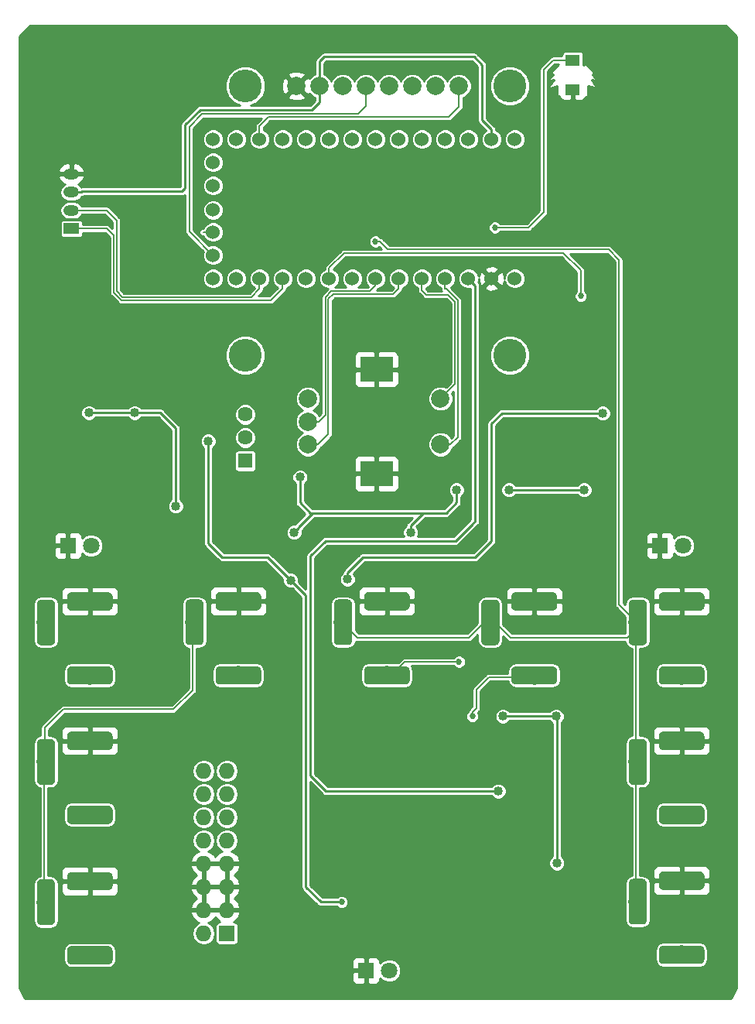
<source format=gbl>
G04 #@! TF.GenerationSoftware,KiCad,Pcbnew,(5.0.0-rc2-dev-444-g2974a2c10)*
G04 #@! TF.CreationDate,2019-06-05T22:24:42-07:00*
G04 #@! TF.ProjectId,2019-04-06_Range_Slicer_PCB,323031392D30342D30365F52616E6765,v02*
G04 #@! TF.SameCoordinates,Original*
G04 #@! TF.FileFunction,Copper,L2,Bot,Signal*
G04 #@! TF.FilePolarity,Positive*
%FSLAX46Y46*%
G04 Gerber Fmt 4.6, Leading zero omitted, Abs format (unit mm)*
G04 Created by KiCad (PCBNEW (5.0.0-rc2-dev-444-g2974a2c10)) date 06/05/19 22:24:42*
%MOMM*%
%LPD*%
G01*
G04 APERTURE LIST*
%ADD10C,0.078740*%
%ADD11C,2.000000*%
%ADD12R,1.800000X1.800000*%
%ADD13C,1.800000*%
%ADD14R,3.600000X2.800000*%
%ADD15R,1.727200X1.727200*%
%ADD16O,1.727200X1.727200*%
%ADD17C,1.524000*%
%ADD18R,1.600000X1.200000*%
%ADD19R,1.700000X1.200000*%
%ADD20O,1.700000X1.200000*%
%ADD21C,1.620000*%
%ADD22R,1.620000X1.620000*%
%ADD23C,3.600000*%
%ADD24C,0.685800*%
%ADD25C,1.016000*%
%ADD26C,0.254000*%
%ADD27C,0.152400*%
G04 APERTURE END LIST*
D10*
G36*
X122433009Y-102889408D02*
X122481545Y-102896607D01*
X122529142Y-102908530D01*
X122575342Y-102925060D01*
X122619698Y-102946039D01*
X122661785Y-102971265D01*
X122701197Y-103000495D01*
X122737553Y-103033447D01*
X122770505Y-103069803D01*
X122799735Y-103109215D01*
X122824961Y-103151302D01*
X122845940Y-103195658D01*
X122862470Y-103241858D01*
X122874393Y-103289455D01*
X122881592Y-103337991D01*
X122884000Y-103387000D01*
X122884000Y-104387000D01*
X122881592Y-104436009D01*
X122874393Y-104484545D01*
X122862470Y-104532142D01*
X122845940Y-104578342D01*
X122824961Y-104622698D01*
X122799735Y-104664785D01*
X122770505Y-104704197D01*
X122737553Y-104740553D01*
X122701197Y-104773505D01*
X122661785Y-104802735D01*
X122619698Y-104827961D01*
X122575342Y-104848940D01*
X122529142Y-104865470D01*
X122481545Y-104877393D01*
X122433009Y-104884592D01*
X122384000Y-104887000D01*
X118384000Y-104887000D01*
X118334991Y-104884592D01*
X118286455Y-104877393D01*
X118238858Y-104865470D01*
X118192658Y-104848940D01*
X118148302Y-104827961D01*
X118106215Y-104802735D01*
X118066803Y-104773505D01*
X118030447Y-104740553D01*
X117997495Y-104704197D01*
X117968265Y-104664785D01*
X117943039Y-104622698D01*
X117922060Y-104578342D01*
X117905530Y-104532142D01*
X117893607Y-104484545D01*
X117886408Y-104436009D01*
X117884000Y-104387000D01*
X117884000Y-103387000D01*
X117886408Y-103337991D01*
X117893607Y-103289455D01*
X117905530Y-103241858D01*
X117922060Y-103195658D01*
X117943039Y-103151302D01*
X117968265Y-103109215D01*
X117997495Y-103069803D01*
X118030447Y-103033447D01*
X118066803Y-103000495D01*
X118106215Y-102971265D01*
X118148302Y-102946039D01*
X118192658Y-102925060D01*
X118238858Y-102908530D01*
X118286455Y-102896607D01*
X118334991Y-102889408D01*
X118384000Y-102887000D01*
X122384000Y-102887000D01*
X122433009Y-102889408D01*
X122433009Y-102889408D01*
G37*
D11*
X120384000Y-103887000D03*
D10*
G36*
X116133009Y-103689408D02*
X116181545Y-103696607D01*
X116229142Y-103708530D01*
X116275342Y-103725060D01*
X116319698Y-103746039D01*
X116361785Y-103771265D01*
X116401197Y-103800495D01*
X116437553Y-103833447D01*
X116470505Y-103869803D01*
X116499735Y-103909215D01*
X116524961Y-103951302D01*
X116545940Y-103995658D01*
X116562470Y-104041858D01*
X116574393Y-104089455D01*
X116581592Y-104137991D01*
X116584000Y-104187000D01*
X116584000Y-108187000D01*
X116581592Y-108236009D01*
X116574393Y-108284545D01*
X116562470Y-108332142D01*
X116545940Y-108378342D01*
X116524961Y-108422698D01*
X116499735Y-108464785D01*
X116470505Y-108504197D01*
X116437553Y-108540553D01*
X116401197Y-108573505D01*
X116361785Y-108602735D01*
X116319698Y-108627961D01*
X116275342Y-108648940D01*
X116229142Y-108665470D01*
X116181545Y-108677393D01*
X116133009Y-108684592D01*
X116084000Y-108687000D01*
X115084000Y-108687000D01*
X115034991Y-108684592D01*
X114986455Y-108677393D01*
X114938858Y-108665470D01*
X114892658Y-108648940D01*
X114848302Y-108627961D01*
X114806215Y-108602735D01*
X114766803Y-108573505D01*
X114730447Y-108540553D01*
X114697495Y-108504197D01*
X114668265Y-108464785D01*
X114643039Y-108422698D01*
X114622060Y-108378342D01*
X114605530Y-108332142D01*
X114593607Y-108284545D01*
X114586408Y-108236009D01*
X114584000Y-108187000D01*
X114584000Y-104187000D01*
X114586408Y-104137991D01*
X114593607Y-104089455D01*
X114605530Y-104041858D01*
X114622060Y-103995658D01*
X114643039Y-103951302D01*
X114668265Y-103909215D01*
X114697495Y-103869803D01*
X114730447Y-103833447D01*
X114766803Y-103800495D01*
X114806215Y-103771265D01*
X114848302Y-103746039D01*
X114892658Y-103725060D01*
X114938858Y-103708530D01*
X114986455Y-103696607D01*
X115034991Y-103689408D01*
X115084000Y-103687000D01*
X116084000Y-103687000D01*
X116133009Y-103689408D01*
X116133009Y-103689408D01*
G37*
D11*
X115584000Y-106187000D03*
D10*
G36*
X122433009Y-110989408D02*
X122481545Y-110996607D01*
X122529142Y-111008530D01*
X122575342Y-111025060D01*
X122619698Y-111046039D01*
X122661785Y-111071265D01*
X122701197Y-111100495D01*
X122737553Y-111133447D01*
X122770505Y-111169803D01*
X122799735Y-111209215D01*
X122824961Y-111251302D01*
X122845940Y-111295658D01*
X122862470Y-111341858D01*
X122874393Y-111389455D01*
X122881592Y-111437991D01*
X122884000Y-111487000D01*
X122884000Y-112487000D01*
X122881592Y-112536009D01*
X122874393Y-112584545D01*
X122862470Y-112632142D01*
X122845940Y-112678342D01*
X122824961Y-112722698D01*
X122799735Y-112764785D01*
X122770505Y-112804197D01*
X122737553Y-112840553D01*
X122701197Y-112873505D01*
X122661785Y-112902735D01*
X122619698Y-112927961D01*
X122575342Y-112948940D01*
X122529142Y-112965470D01*
X122481545Y-112977393D01*
X122433009Y-112984592D01*
X122384000Y-112987000D01*
X118384000Y-112987000D01*
X118334991Y-112984592D01*
X118286455Y-112977393D01*
X118238858Y-112965470D01*
X118192658Y-112948940D01*
X118148302Y-112927961D01*
X118106215Y-112902735D01*
X118066803Y-112873505D01*
X118030447Y-112840553D01*
X117997495Y-112804197D01*
X117968265Y-112764785D01*
X117943039Y-112722698D01*
X117922060Y-112678342D01*
X117905530Y-112632142D01*
X117893607Y-112584545D01*
X117886408Y-112536009D01*
X117884000Y-112487000D01*
X117884000Y-111487000D01*
X117886408Y-111437991D01*
X117893607Y-111389455D01*
X117905530Y-111341858D01*
X117922060Y-111295658D01*
X117943039Y-111251302D01*
X117968265Y-111209215D01*
X117997495Y-111169803D01*
X118030447Y-111133447D01*
X118066803Y-111100495D01*
X118106215Y-111071265D01*
X118148302Y-111046039D01*
X118192658Y-111025060D01*
X118238858Y-111008530D01*
X118286455Y-110996607D01*
X118334991Y-110989408D01*
X118384000Y-110987000D01*
X122384000Y-110987000D01*
X122433009Y-110989408D01*
X122433009Y-110989408D01*
G37*
D11*
X120384000Y-111987000D03*
D10*
G36*
X138689009Y-102889408D02*
X138737545Y-102896607D01*
X138785142Y-102908530D01*
X138831342Y-102925060D01*
X138875698Y-102946039D01*
X138917785Y-102971265D01*
X138957197Y-103000495D01*
X138993553Y-103033447D01*
X139026505Y-103069803D01*
X139055735Y-103109215D01*
X139080961Y-103151302D01*
X139101940Y-103195658D01*
X139118470Y-103241858D01*
X139130393Y-103289455D01*
X139137592Y-103337991D01*
X139140000Y-103387000D01*
X139140000Y-104387000D01*
X139137592Y-104436009D01*
X139130393Y-104484545D01*
X139118470Y-104532142D01*
X139101940Y-104578342D01*
X139080961Y-104622698D01*
X139055735Y-104664785D01*
X139026505Y-104704197D01*
X138993553Y-104740553D01*
X138957197Y-104773505D01*
X138917785Y-104802735D01*
X138875698Y-104827961D01*
X138831342Y-104848940D01*
X138785142Y-104865470D01*
X138737545Y-104877393D01*
X138689009Y-104884592D01*
X138640000Y-104887000D01*
X134640000Y-104887000D01*
X134590991Y-104884592D01*
X134542455Y-104877393D01*
X134494858Y-104865470D01*
X134448658Y-104848940D01*
X134404302Y-104827961D01*
X134362215Y-104802735D01*
X134322803Y-104773505D01*
X134286447Y-104740553D01*
X134253495Y-104704197D01*
X134224265Y-104664785D01*
X134199039Y-104622698D01*
X134178060Y-104578342D01*
X134161530Y-104532142D01*
X134149607Y-104484545D01*
X134142408Y-104436009D01*
X134140000Y-104387000D01*
X134140000Y-103387000D01*
X134142408Y-103337991D01*
X134149607Y-103289455D01*
X134161530Y-103241858D01*
X134178060Y-103195658D01*
X134199039Y-103151302D01*
X134224265Y-103109215D01*
X134253495Y-103069803D01*
X134286447Y-103033447D01*
X134322803Y-103000495D01*
X134362215Y-102971265D01*
X134404302Y-102946039D01*
X134448658Y-102925060D01*
X134494858Y-102908530D01*
X134542455Y-102896607D01*
X134590991Y-102889408D01*
X134640000Y-102887000D01*
X138640000Y-102887000D01*
X138689009Y-102889408D01*
X138689009Y-102889408D01*
G37*
D11*
X136640000Y-103887000D03*
D10*
G36*
X132389009Y-103689408D02*
X132437545Y-103696607D01*
X132485142Y-103708530D01*
X132531342Y-103725060D01*
X132575698Y-103746039D01*
X132617785Y-103771265D01*
X132657197Y-103800495D01*
X132693553Y-103833447D01*
X132726505Y-103869803D01*
X132755735Y-103909215D01*
X132780961Y-103951302D01*
X132801940Y-103995658D01*
X132818470Y-104041858D01*
X132830393Y-104089455D01*
X132837592Y-104137991D01*
X132840000Y-104187000D01*
X132840000Y-108187000D01*
X132837592Y-108236009D01*
X132830393Y-108284545D01*
X132818470Y-108332142D01*
X132801940Y-108378342D01*
X132780961Y-108422698D01*
X132755735Y-108464785D01*
X132726505Y-108504197D01*
X132693553Y-108540553D01*
X132657197Y-108573505D01*
X132617785Y-108602735D01*
X132575698Y-108627961D01*
X132531342Y-108648940D01*
X132485142Y-108665470D01*
X132437545Y-108677393D01*
X132389009Y-108684592D01*
X132340000Y-108687000D01*
X131340000Y-108687000D01*
X131290991Y-108684592D01*
X131242455Y-108677393D01*
X131194858Y-108665470D01*
X131148658Y-108648940D01*
X131104302Y-108627961D01*
X131062215Y-108602735D01*
X131022803Y-108573505D01*
X130986447Y-108540553D01*
X130953495Y-108504197D01*
X130924265Y-108464785D01*
X130899039Y-108422698D01*
X130878060Y-108378342D01*
X130861530Y-108332142D01*
X130849607Y-108284545D01*
X130842408Y-108236009D01*
X130840000Y-108187000D01*
X130840000Y-104187000D01*
X130842408Y-104137991D01*
X130849607Y-104089455D01*
X130861530Y-104041858D01*
X130878060Y-103995658D01*
X130899039Y-103951302D01*
X130924265Y-103909215D01*
X130953495Y-103869803D01*
X130986447Y-103833447D01*
X131022803Y-103800495D01*
X131062215Y-103771265D01*
X131104302Y-103746039D01*
X131148658Y-103725060D01*
X131194858Y-103708530D01*
X131242455Y-103696607D01*
X131290991Y-103689408D01*
X131340000Y-103687000D01*
X132340000Y-103687000D01*
X132389009Y-103689408D01*
X132389009Y-103689408D01*
G37*
D11*
X131840000Y-106187000D03*
D10*
G36*
X138689009Y-110989408D02*
X138737545Y-110996607D01*
X138785142Y-111008530D01*
X138831342Y-111025060D01*
X138875698Y-111046039D01*
X138917785Y-111071265D01*
X138957197Y-111100495D01*
X138993553Y-111133447D01*
X139026505Y-111169803D01*
X139055735Y-111209215D01*
X139080961Y-111251302D01*
X139101940Y-111295658D01*
X139118470Y-111341858D01*
X139130393Y-111389455D01*
X139137592Y-111437991D01*
X139140000Y-111487000D01*
X139140000Y-112487000D01*
X139137592Y-112536009D01*
X139130393Y-112584545D01*
X139118470Y-112632142D01*
X139101940Y-112678342D01*
X139080961Y-112722698D01*
X139055735Y-112764785D01*
X139026505Y-112804197D01*
X138993553Y-112840553D01*
X138957197Y-112873505D01*
X138917785Y-112902735D01*
X138875698Y-112927961D01*
X138831342Y-112948940D01*
X138785142Y-112965470D01*
X138737545Y-112977393D01*
X138689009Y-112984592D01*
X138640000Y-112987000D01*
X134640000Y-112987000D01*
X134590991Y-112984592D01*
X134542455Y-112977393D01*
X134494858Y-112965470D01*
X134448658Y-112948940D01*
X134404302Y-112927961D01*
X134362215Y-112902735D01*
X134322803Y-112873505D01*
X134286447Y-112840553D01*
X134253495Y-112804197D01*
X134224265Y-112764785D01*
X134199039Y-112722698D01*
X134178060Y-112678342D01*
X134161530Y-112632142D01*
X134149607Y-112584545D01*
X134142408Y-112536009D01*
X134140000Y-112487000D01*
X134140000Y-111487000D01*
X134142408Y-111437991D01*
X134149607Y-111389455D01*
X134161530Y-111341858D01*
X134178060Y-111295658D01*
X134199039Y-111251302D01*
X134224265Y-111209215D01*
X134253495Y-111169803D01*
X134286447Y-111133447D01*
X134322803Y-111100495D01*
X134362215Y-111071265D01*
X134404302Y-111046039D01*
X134448658Y-111025060D01*
X134494858Y-111008530D01*
X134542455Y-110996607D01*
X134590991Y-110989408D01*
X134640000Y-110987000D01*
X138640000Y-110987000D01*
X138689009Y-110989408D01*
X138689009Y-110989408D01*
G37*
D11*
X136640000Y-111987000D03*
D10*
G36*
X170947009Y-102902408D02*
X170995545Y-102909607D01*
X171043142Y-102921530D01*
X171089342Y-102938060D01*
X171133698Y-102959039D01*
X171175785Y-102984265D01*
X171215197Y-103013495D01*
X171251553Y-103046447D01*
X171284505Y-103082803D01*
X171313735Y-103122215D01*
X171338961Y-103164302D01*
X171359940Y-103208658D01*
X171376470Y-103254858D01*
X171388393Y-103302455D01*
X171395592Y-103350991D01*
X171398000Y-103400000D01*
X171398000Y-104400000D01*
X171395592Y-104449009D01*
X171388393Y-104497545D01*
X171376470Y-104545142D01*
X171359940Y-104591342D01*
X171338961Y-104635698D01*
X171313735Y-104677785D01*
X171284505Y-104717197D01*
X171251553Y-104753553D01*
X171215197Y-104786505D01*
X171175785Y-104815735D01*
X171133698Y-104840961D01*
X171089342Y-104861940D01*
X171043142Y-104878470D01*
X170995545Y-104890393D01*
X170947009Y-104897592D01*
X170898000Y-104900000D01*
X166898000Y-104900000D01*
X166848991Y-104897592D01*
X166800455Y-104890393D01*
X166752858Y-104878470D01*
X166706658Y-104861940D01*
X166662302Y-104840961D01*
X166620215Y-104815735D01*
X166580803Y-104786505D01*
X166544447Y-104753553D01*
X166511495Y-104717197D01*
X166482265Y-104677785D01*
X166457039Y-104635698D01*
X166436060Y-104591342D01*
X166419530Y-104545142D01*
X166407607Y-104497545D01*
X166400408Y-104449009D01*
X166398000Y-104400000D01*
X166398000Y-103400000D01*
X166400408Y-103350991D01*
X166407607Y-103302455D01*
X166419530Y-103254858D01*
X166436060Y-103208658D01*
X166457039Y-103164302D01*
X166482265Y-103122215D01*
X166511495Y-103082803D01*
X166544447Y-103046447D01*
X166580803Y-103013495D01*
X166620215Y-102984265D01*
X166662302Y-102959039D01*
X166706658Y-102938060D01*
X166752858Y-102921530D01*
X166800455Y-102909607D01*
X166848991Y-102902408D01*
X166898000Y-102900000D01*
X170898000Y-102900000D01*
X170947009Y-102902408D01*
X170947009Y-102902408D01*
G37*
D11*
X168898000Y-103900000D03*
D10*
G36*
X164647009Y-103702408D02*
X164695545Y-103709607D01*
X164743142Y-103721530D01*
X164789342Y-103738060D01*
X164833698Y-103759039D01*
X164875785Y-103784265D01*
X164915197Y-103813495D01*
X164951553Y-103846447D01*
X164984505Y-103882803D01*
X165013735Y-103922215D01*
X165038961Y-103964302D01*
X165059940Y-104008658D01*
X165076470Y-104054858D01*
X165088393Y-104102455D01*
X165095592Y-104150991D01*
X165098000Y-104200000D01*
X165098000Y-108200000D01*
X165095592Y-108249009D01*
X165088393Y-108297545D01*
X165076470Y-108345142D01*
X165059940Y-108391342D01*
X165038961Y-108435698D01*
X165013735Y-108477785D01*
X164984505Y-108517197D01*
X164951553Y-108553553D01*
X164915197Y-108586505D01*
X164875785Y-108615735D01*
X164833698Y-108640961D01*
X164789342Y-108661940D01*
X164743142Y-108678470D01*
X164695545Y-108690393D01*
X164647009Y-108697592D01*
X164598000Y-108700000D01*
X163598000Y-108700000D01*
X163548991Y-108697592D01*
X163500455Y-108690393D01*
X163452858Y-108678470D01*
X163406658Y-108661940D01*
X163362302Y-108640961D01*
X163320215Y-108615735D01*
X163280803Y-108586505D01*
X163244447Y-108553553D01*
X163211495Y-108517197D01*
X163182265Y-108477785D01*
X163157039Y-108435698D01*
X163136060Y-108391342D01*
X163119530Y-108345142D01*
X163107607Y-108297545D01*
X163100408Y-108249009D01*
X163098000Y-108200000D01*
X163098000Y-104200000D01*
X163100408Y-104150991D01*
X163107607Y-104102455D01*
X163119530Y-104054858D01*
X163136060Y-104008658D01*
X163157039Y-103964302D01*
X163182265Y-103922215D01*
X163211495Y-103882803D01*
X163244447Y-103846447D01*
X163280803Y-103813495D01*
X163320215Y-103784265D01*
X163362302Y-103759039D01*
X163406658Y-103738060D01*
X163452858Y-103721530D01*
X163500455Y-103709607D01*
X163548991Y-103702408D01*
X163598000Y-103700000D01*
X164598000Y-103700000D01*
X164647009Y-103702408D01*
X164647009Y-103702408D01*
G37*
D11*
X164098000Y-106200000D03*
D10*
G36*
X170947009Y-111002408D02*
X170995545Y-111009607D01*
X171043142Y-111021530D01*
X171089342Y-111038060D01*
X171133698Y-111059039D01*
X171175785Y-111084265D01*
X171215197Y-111113495D01*
X171251553Y-111146447D01*
X171284505Y-111182803D01*
X171313735Y-111222215D01*
X171338961Y-111264302D01*
X171359940Y-111308658D01*
X171376470Y-111354858D01*
X171388393Y-111402455D01*
X171395592Y-111450991D01*
X171398000Y-111500000D01*
X171398000Y-112500000D01*
X171395592Y-112549009D01*
X171388393Y-112597545D01*
X171376470Y-112645142D01*
X171359940Y-112691342D01*
X171338961Y-112735698D01*
X171313735Y-112777785D01*
X171284505Y-112817197D01*
X171251553Y-112853553D01*
X171215197Y-112886505D01*
X171175785Y-112915735D01*
X171133698Y-112940961D01*
X171089342Y-112961940D01*
X171043142Y-112978470D01*
X170995545Y-112990393D01*
X170947009Y-112997592D01*
X170898000Y-113000000D01*
X166898000Y-113000000D01*
X166848991Y-112997592D01*
X166800455Y-112990393D01*
X166752858Y-112978470D01*
X166706658Y-112961940D01*
X166662302Y-112940961D01*
X166620215Y-112915735D01*
X166580803Y-112886505D01*
X166544447Y-112853553D01*
X166511495Y-112817197D01*
X166482265Y-112777785D01*
X166457039Y-112735698D01*
X166436060Y-112691342D01*
X166419530Y-112645142D01*
X166407607Y-112597545D01*
X166400408Y-112549009D01*
X166398000Y-112500000D01*
X166398000Y-111500000D01*
X166400408Y-111450991D01*
X166407607Y-111402455D01*
X166419530Y-111354858D01*
X166436060Y-111308658D01*
X166457039Y-111264302D01*
X166482265Y-111222215D01*
X166511495Y-111182803D01*
X166544447Y-111146447D01*
X166580803Y-111113495D01*
X166620215Y-111084265D01*
X166662302Y-111059039D01*
X166706658Y-111038060D01*
X166752858Y-111021530D01*
X166800455Y-111009607D01*
X166848991Y-111002408D01*
X166898000Y-111000000D01*
X170898000Y-111000000D01*
X170947009Y-111002408D01*
X170947009Y-111002408D01*
G37*
D11*
X168898000Y-112000000D03*
D10*
G36*
X170947009Y-118152408D02*
X170995545Y-118159607D01*
X171043142Y-118171530D01*
X171089342Y-118188060D01*
X171133698Y-118209039D01*
X171175785Y-118234265D01*
X171215197Y-118263495D01*
X171251553Y-118296447D01*
X171284505Y-118332803D01*
X171313735Y-118372215D01*
X171338961Y-118414302D01*
X171359940Y-118458658D01*
X171376470Y-118504858D01*
X171388393Y-118552455D01*
X171395592Y-118600991D01*
X171398000Y-118650000D01*
X171398000Y-119650000D01*
X171395592Y-119699009D01*
X171388393Y-119747545D01*
X171376470Y-119795142D01*
X171359940Y-119841342D01*
X171338961Y-119885698D01*
X171313735Y-119927785D01*
X171284505Y-119967197D01*
X171251553Y-120003553D01*
X171215197Y-120036505D01*
X171175785Y-120065735D01*
X171133698Y-120090961D01*
X171089342Y-120111940D01*
X171043142Y-120128470D01*
X170995545Y-120140393D01*
X170947009Y-120147592D01*
X170898000Y-120150000D01*
X166898000Y-120150000D01*
X166848991Y-120147592D01*
X166800455Y-120140393D01*
X166752858Y-120128470D01*
X166706658Y-120111940D01*
X166662302Y-120090961D01*
X166620215Y-120065735D01*
X166580803Y-120036505D01*
X166544447Y-120003553D01*
X166511495Y-119967197D01*
X166482265Y-119927785D01*
X166457039Y-119885698D01*
X166436060Y-119841342D01*
X166419530Y-119795142D01*
X166407607Y-119747545D01*
X166400408Y-119699009D01*
X166398000Y-119650000D01*
X166398000Y-118650000D01*
X166400408Y-118600991D01*
X166407607Y-118552455D01*
X166419530Y-118504858D01*
X166436060Y-118458658D01*
X166457039Y-118414302D01*
X166482265Y-118372215D01*
X166511495Y-118332803D01*
X166544447Y-118296447D01*
X166580803Y-118263495D01*
X166620215Y-118234265D01*
X166662302Y-118209039D01*
X166706658Y-118188060D01*
X166752858Y-118171530D01*
X166800455Y-118159607D01*
X166848991Y-118152408D01*
X166898000Y-118150000D01*
X170898000Y-118150000D01*
X170947009Y-118152408D01*
X170947009Y-118152408D01*
G37*
D11*
X168898000Y-119150000D03*
D10*
G36*
X164647009Y-118952408D02*
X164695545Y-118959607D01*
X164743142Y-118971530D01*
X164789342Y-118988060D01*
X164833698Y-119009039D01*
X164875785Y-119034265D01*
X164915197Y-119063495D01*
X164951553Y-119096447D01*
X164984505Y-119132803D01*
X165013735Y-119172215D01*
X165038961Y-119214302D01*
X165059940Y-119258658D01*
X165076470Y-119304858D01*
X165088393Y-119352455D01*
X165095592Y-119400991D01*
X165098000Y-119450000D01*
X165098000Y-123450000D01*
X165095592Y-123499009D01*
X165088393Y-123547545D01*
X165076470Y-123595142D01*
X165059940Y-123641342D01*
X165038961Y-123685698D01*
X165013735Y-123727785D01*
X164984505Y-123767197D01*
X164951553Y-123803553D01*
X164915197Y-123836505D01*
X164875785Y-123865735D01*
X164833698Y-123890961D01*
X164789342Y-123911940D01*
X164743142Y-123928470D01*
X164695545Y-123940393D01*
X164647009Y-123947592D01*
X164598000Y-123950000D01*
X163598000Y-123950000D01*
X163548991Y-123947592D01*
X163500455Y-123940393D01*
X163452858Y-123928470D01*
X163406658Y-123911940D01*
X163362302Y-123890961D01*
X163320215Y-123865735D01*
X163280803Y-123836505D01*
X163244447Y-123803553D01*
X163211495Y-123767197D01*
X163182265Y-123727785D01*
X163157039Y-123685698D01*
X163136060Y-123641342D01*
X163119530Y-123595142D01*
X163107607Y-123547545D01*
X163100408Y-123499009D01*
X163098000Y-123450000D01*
X163098000Y-119450000D01*
X163100408Y-119400991D01*
X163107607Y-119352455D01*
X163119530Y-119304858D01*
X163136060Y-119258658D01*
X163157039Y-119214302D01*
X163182265Y-119172215D01*
X163211495Y-119132803D01*
X163244447Y-119096447D01*
X163280803Y-119063495D01*
X163320215Y-119034265D01*
X163362302Y-119009039D01*
X163406658Y-118988060D01*
X163452858Y-118971530D01*
X163500455Y-118959607D01*
X163548991Y-118952408D01*
X163598000Y-118950000D01*
X164598000Y-118950000D01*
X164647009Y-118952408D01*
X164647009Y-118952408D01*
G37*
D11*
X164098000Y-121450000D03*
D10*
G36*
X170947009Y-126252408D02*
X170995545Y-126259607D01*
X171043142Y-126271530D01*
X171089342Y-126288060D01*
X171133698Y-126309039D01*
X171175785Y-126334265D01*
X171215197Y-126363495D01*
X171251553Y-126396447D01*
X171284505Y-126432803D01*
X171313735Y-126472215D01*
X171338961Y-126514302D01*
X171359940Y-126558658D01*
X171376470Y-126604858D01*
X171388393Y-126652455D01*
X171395592Y-126700991D01*
X171398000Y-126750000D01*
X171398000Y-127750000D01*
X171395592Y-127799009D01*
X171388393Y-127847545D01*
X171376470Y-127895142D01*
X171359940Y-127941342D01*
X171338961Y-127985698D01*
X171313735Y-128027785D01*
X171284505Y-128067197D01*
X171251553Y-128103553D01*
X171215197Y-128136505D01*
X171175785Y-128165735D01*
X171133698Y-128190961D01*
X171089342Y-128211940D01*
X171043142Y-128228470D01*
X170995545Y-128240393D01*
X170947009Y-128247592D01*
X170898000Y-128250000D01*
X166898000Y-128250000D01*
X166848991Y-128247592D01*
X166800455Y-128240393D01*
X166752858Y-128228470D01*
X166706658Y-128211940D01*
X166662302Y-128190961D01*
X166620215Y-128165735D01*
X166580803Y-128136505D01*
X166544447Y-128103553D01*
X166511495Y-128067197D01*
X166482265Y-128027785D01*
X166457039Y-127985698D01*
X166436060Y-127941342D01*
X166419530Y-127895142D01*
X166407607Y-127847545D01*
X166400408Y-127799009D01*
X166398000Y-127750000D01*
X166398000Y-126750000D01*
X166400408Y-126700991D01*
X166407607Y-126652455D01*
X166419530Y-126604858D01*
X166436060Y-126558658D01*
X166457039Y-126514302D01*
X166482265Y-126472215D01*
X166511495Y-126432803D01*
X166544447Y-126396447D01*
X166580803Y-126363495D01*
X166620215Y-126334265D01*
X166662302Y-126309039D01*
X166706658Y-126288060D01*
X166752858Y-126271530D01*
X166800455Y-126259607D01*
X166848991Y-126252408D01*
X166898000Y-126250000D01*
X170898000Y-126250000D01*
X170947009Y-126252408D01*
X170947009Y-126252408D01*
G37*
D11*
X168898000Y-127250000D03*
D10*
G36*
X170947009Y-133452408D02*
X170995545Y-133459607D01*
X171043142Y-133471530D01*
X171089342Y-133488060D01*
X171133698Y-133509039D01*
X171175785Y-133534265D01*
X171215197Y-133563495D01*
X171251553Y-133596447D01*
X171284505Y-133632803D01*
X171313735Y-133672215D01*
X171338961Y-133714302D01*
X171359940Y-133758658D01*
X171376470Y-133804858D01*
X171388393Y-133852455D01*
X171395592Y-133900991D01*
X171398000Y-133950000D01*
X171398000Y-134950000D01*
X171395592Y-134999009D01*
X171388393Y-135047545D01*
X171376470Y-135095142D01*
X171359940Y-135141342D01*
X171338961Y-135185698D01*
X171313735Y-135227785D01*
X171284505Y-135267197D01*
X171251553Y-135303553D01*
X171215197Y-135336505D01*
X171175785Y-135365735D01*
X171133698Y-135390961D01*
X171089342Y-135411940D01*
X171043142Y-135428470D01*
X170995545Y-135440393D01*
X170947009Y-135447592D01*
X170898000Y-135450000D01*
X166898000Y-135450000D01*
X166848991Y-135447592D01*
X166800455Y-135440393D01*
X166752858Y-135428470D01*
X166706658Y-135411940D01*
X166662302Y-135390961D01*
X166620215Y-135365735D01*
X166580803Y-135336505D01*
X166544447Y-135303553D01*
X166511495Y-135267197D01*
X166482265Y-135227785D01*
X166457039Y-135185698D01*
X166436060Y-135141342D01*
X166419530Y-135095142D01*
X166407607Y-135047545D01*
X166400408Y-134999009D01*
X166398000Y-134950000D01*
X166398000Y-133950000D01*
X166400408Y-133900991D01*
X166407607Y-133852455D01*
X166419530Y-133804858D01*
X166436060Y-133758658D01*
X166457039Y-133714302D01*
X166482265Y-133672215D01*
X166511495Y-133632803D01*
X166544447Y-133596447D01*
X166580803Y-133563495D01*
X166620215Y-133534265D01*
X166662302Y-133509039D01*
X166706658Y-133488060D01*
X166752858Y-133471530D01*
X166800455Y-133459607D01*
X166848991Y-133452408D01*
X166898000Y-133450000D01*
X170898000Y-133450000D01*
X170947009Y-133452408D01*
X170947009Y-133452408D01*
G37*
D11*
X168898000Y-134450000D03*
D10*
G36*
X164647009Y-134252408D02*
X164695545Y-134259607D01*
X164743142Y-134271530D01*
X164789342Y-134288060D01*
X164833698Y-134309039D01*
X164875785Y-134334265D01*
X164915197Y-134363495D01*
X164951553Y-134396447D01*
X164984505Y-134432803D01*
X165013735Y-134472215D01*
X165038961Y-134514302D01*
X165059940Y-134558658D01*
X165076470Y-134604858D01*
X165088393Y-134652455D01*
X165095592Y-134700991D01*
X165098000Y-134750000D01*
X165098000Y-138750000D01*
X165095592Y-138799009D01*
X165088393Y-138847545D01*
X165076470Y-138895142D01*
X165059940Y-138941342D01*
X165038961Y-138985698D01*
X165013735Y-139027785D01*
X164984505Y-139067197D01*
X164951553Y-139103553D01*
X164915197Y-139136505D01*
X164875785Y-139165735D01*
X164833698Y-139190961D01*
X164789342Y-139211940D01*
X164743142Y-139228470D01*
X164695545Y-139240393D01*
X164647009Y-139247592D01*
X164598000Y-139250000D01*
X163598000Y-139250000D01*
X163548991Y-139247592D01*
X163500455Y-139240393D01*
X163452858Y-139228470D01*
X163406658Y-139211940D01*
X163362302Y-139190961D01*
X163320215Y-139165735D01*
X163280803Y-139136505D01*
X163244447Y-139103553D01*
X163211495Y-139067197D01*
X163182265Y-139027785D01*
X163157039Y-138985698D01*
X163136060Y-138941342D01*
X163119530Y-138895142D01*
X163107607Y-138847545D01*
X163100408Y-138799009D01*
X163098000Y-138750000D01*
X163098000Y-134750000D01*
X163100408Y-134700991D01*
X163107607Y-134652455D01*
X163119530Y-134604858D01*
X163136060Y-134558658D01*
X163157039Y-134514302D01*
X163182265Y-134472215D01*
X163211495Y-134432803D01*
X163244447Y-134396447D01*
X163280803Y-134363495D01*
X163320215Y-134334265D01*
X163362302Y-134309039D01*
X163406658Y-134288060D01*
X163452858Y-134271530D01*
X163500455Y-134259607D01*
X163548991Y-134252408D01*
X163598000Y-134250000D01*
X164598000Y-134250000D01*
X164647009Y-134252408D01*
X164647009Y-134252408D01*
G37*
D11*
X164098000Y-136750000D03*
D10*
G36*
X170947009Y-141552408D02*
X170995545Y-141559607D01*
X171043142Y-141571530D01*
X171089342Y-141588060D01*
X171133698Y-141609039D01*
X171175785Y-141634265D01*
X171215197Y-141663495D01*
X171251553Y-141696447D01*
X171284505Y-141732803D01*
X171313735Y-141772215D01*
X171338961Y-141814302D01*
X171359940Y-141858658D01*
X171376470Y-141904858D01*
X171388393Y-141952455D01*
X171395592Y-142000991D01*
X171398000Y-142050000D01*
X171398000Y-143050000D01*
X171395592Y-143099009D01*
X171388393Y-143147545D01*
X171376470Y-143195142D01*
X171359940Y-143241342D01*
X171338961Y-143285698D01*
X171313735Y-143327785D01*
X171284505Y-143367197D01*
X171251553Y-143403553D01*
X171215197Y-143436505D01*
X171175785Y-143465735D01*
X171133698Y-143490961D01*
X171089342Y-143511940D01*
X171043142Y-143528470D01*
X170995545Y-143540393D01*
X170947009Y-143547592D01*
X170898000Y-143550000D01*
X166898000Y-143550000D01*
X166848991Y-143547592D01*
X166800455Y-143540393D01*
X166752858Y-143528470D01*
X166706658Y-143511940D01*
X166662302Y-143490961D01*
X166620215Y-143465735D01*
X166580803Y-143436505D01*
X166544447Y-143403553D01*
X166511495Y-143367197D01*
X166482265Y-143327785D01*
X166457039Y-143285698D01*
X166436060Y-143241342D01*
X166419530Y-143195142D01*
X166407607Y-143147545D01*
X166400408Y-143099009D01*
X166398000Y-143050000D01*
X166398000Y-142050000D01*
X166400408Y-142000991D01*
X166407607Y-141952455D01*
X166419530Y-141904858D01*
X166436060Y-141858658D01*
X166457039Y-141814302D01*
X166482265Y-141772215D01*
X166511495Y-141732803D01*
X166544447Y-141696447D01*
X166580803Y-141663495D01*
X166620215Y-141634265D01*
X166662302Y-141609039D01*
X166706658Y-141588060D01*
X166752858Y-141571530D01*
X166800455Y-141559607D01*
X166848991Y-141552408D01*
X166898000Y-141550000D01*
X170898000Y-141550000D01*
X170947009Y-141552408D01*
X170947009Y-141552408D01*
G37*
D11*
X168898000Y-142550000D03*
D10*
G36*
X154818009Y-102902408D02*
X154866545Y-102909607D01*
X154914142Y-102921530D01*
X154960342Y-102938060D01*
X155004698Y-102959039D01*
X155046785Y-102984265D01*
X155086197Y-103013495D01*
X155122553Y-103046447D01*
X155155505Y-103082803D01*
X155184735Y-103122215D01*
X155209961Y-103164302D01*
X155230940Y-103208658D01*
X155247470Y-103254858D01*
X155259393Y-103302455D01*
X155266592Y-103350991D01*
X155269000Y-103400000D01*
X155269000Y-104400000D01*
X155266592Y-104449009D01*
X155259393Y-104497545D01*
X155247470Y-104545142D01*
X155230940Y-104591342D01*
X155209961Y-104635698D01*
X155184735Y-104677785D01*
X155155505Y-104717197D01*
X155122553Y-104753553D01*
X155086197Y-104786505D01*
X155046785Y-104815735D01*
X155004698Y-104840961D01*
X154960342Y-104861940D01*
X154914142Y-104878470D01*
X154866545Y-104890393D01*
X154818009Y-104897592D01*
X154769000Y-104900000D01*
X150769000Y-104900000D01*
X150719991Y-104897592D01*
X150671455Y-104890393D01*
X150623858Y-104878470D01*
X150577658Y-104861940D01*
X150533302Y-104840961D01*
X150491215Y-104815735D01*
X150451803Y-104786505D01*
X150415447Y-104753553D01*
X150382495Y-104717197D01*
X150353265Y-104677785D01*
X150328039Y-104635698D01*
X150307060Y-104591342D01*
X150290530Y-104545142D01*
X150278607Y-104497545D01*
X150271408Y-104449009D01*
X150269000Y-104400000D01*
X150269000Y-103400000D01*
X150271408Y-103350991D01*
X150278607Y-103302455D01*
X150290530Y-103254858D01*
X150307060Y-103208658D01*
X150328039Y-103164302D01*
X150353265Y-103122215D01*
X150382495Y-103082803D01*
X150415447Y-103046447D01*
X150451803Y-103013495D01*
X150491215Y-102984265D01*
X150533302Y-102959039D01*
X150577658Y-102938060D01*
X150623858Y-102921530D01*
X150671455Y-102909607D01*
X150719991Y-102902408D01*
X150769000Y-102900000D01*
X154769000Y-102900000D01*
X154818009Y-102902408D01*
X154818009Y-102902408D01*
G37*
D11*
X152769000Y-103900000D03*
D10*
G36*
X148518009Y-103702408D02*
X148566545Y-103709607D01*
X148614142Y-103721530D01*
X148660342Y-103738060D01*
X148704698Y-103759039D01*
X148746785Y-103784265D01*
X148786197Y-103813495D01*
X148822553Y-103846447D01*
X148855505Y-103882803D01*
X148884735Y-103922215D01*
X148909961Y-103964302D01*
X148930940Y-104008658D01*
X148947470Y-104054858D01*
X148959393Y-104102455D01*
X148966592Y-104150991D01*
X148969000Y-104200000D01*
X148969000Y-108200000D01*
X148966592Y-108249009D01*
X148959393Y-108297545D01*
X148947470Y-108345142D01*
X148930940Y-108391342D01*
X148909961Y-108435698D01*
X148884735Y-108477785D01*
X148855505Y-108517197D01*
X148822553Y-108553553D01*
X148786197Y-108586505D01*
X148746785Y-108615735D01*
X148704698Y-108640961D01*
X148660342Y-108661940D01*
X148614142Y-108678470D01*
X148566545Y-108690393D01*
X148518009Y-108697592D01*
X148469000Y-108700000D01*
X147469000Y-108700000D01*
X147419991Y-108697592D01*
X147371455Y-108690393D01*
X147323858Y-108678470D01*
X147277658Y-108661940D01*
X147233302Y-108640961D01*
X147191215Y-108615735D01*
X147151803Y-108586505D01*
X147115447Y-108553553D01*
X147082495Y-108517197D01*
X147053265Y-108477785D01*
X147028039Y-108435698D01*
X147007060Y-108391342D01*
X146990530Y-108345142D01*
X146978607Y-108297545D01*
X146971408Y-108249009D01*
X146969000Y-108200000D01*
X146969000Y-104200000D01*
X146971408Y-104150991D01*
X146978607Y-104102455D01*
X146990530Y-104054858D01*
X147007060Y-104008658D01*
X147028039Y-103964302D01*
X147053265Y-103922215D01*
X147082495Y-103882803D01*
X147115447Y-103846447D01*
X147151803Y-103813495D01*
X147191215Y-103784265D01*
X147233302Y-103759039D01*
X147277658Y-103738060D01*
X147323858Y-103721530D01*
X147371455Y-103709607D01*
X147419991Y-103702408D01*
X147469000Y-103700000D01*
X148469000Y-103700000D01*
X148518009Y-103702408D01*
X148518009Y-103702408D01*
G37*
D11*
X147969000Y-106200000D03*
D10*
G36*
X154818009Y-111002408D02*
X154866545Y-111009607D01*
X154914142Y-111021530D01*
X154960342Y-111038060D01*
X155004698Y-111059039D01*
X155046785Y-111084265D01*
X155086197Y-111113495D01*
X155122553Y-111146447D01*
X155155505Y-111182803D01*
X155184735Y-111222215D01*
X155209961Y-111264302D01*
X155230940Y-111308658D01*
X155247470Y-111354858D01*
X155259393Y-111402455D01*
X155266592Y-111450991D01*
X155269000Y-111500000D01*
X155269000Y-112500000D01*
X155266592Y-112549009D01*
X155259393Y-112597545D01*
X155247470Y-112645142D01*
X155230940Y-112691342D01*
X155209961Y-112735698D01*
X155184735Y-112777785D01*
X155155505Y-112817197D01*
X155122553Y-112853553D01*
X155086197Y-112886505D01*
X155046785Y-112915735D01*
X155004698Y-112940961D01*
X154960342Y-112961940D01*
X154914142Y-112978470D01*
X154866545Y-112990393D01*
X154818009Y-112997592D01*
X154769000Y-113000000D01*
X150769000Y-113000000D01*
X150719991Y-112997592D01*
X150671455Y-112990393D01*
X150623858Y-112978470D01*
X150577658Y-112961940D01*
X150533302Y-112940961D01*
X150491215Y-112915735D01*
X150451803Y-112886505D01*
X150415447Y-112853553D01*
X150382495Y-112817197D01*
X150353265Y-112777785D01*
X150328039Y-112735698D01*
X150307060Y-112691342D01*
X150290530Y-112645142D01*
X150278607Y-112597545D01*
X150271408Y-112549009D01*
X150269000Y-112500000D01*
X150269000Y-111500000D01*
X150271408Y-111450991D01*
X150278607Y-111402455D01*
X150290530Y-111354858D01*
X150307060Y-111308658D01*
X150328039Y-111264302D01*
X150353265Y-111222215D01*
X150382495Y-111182803D01*
X150415447Y-111146447D01*
X150451803Y-111113495D01*
X150491215Y-111084265D01*
X150533302Y-111059039D01*
X150577658Y-111038060D01*
X150623858Y-111021530D01*
X150671455Y-111009607D01*
X150719991Y-111002408D01*
X150769000Y-111000000D01*
X154769000Y-111000000D01*
X154818009Y-111002408D01*
X154818009Y-111002408D01*
G37*
D11*
X152769000Y-112000000D03*
D10*
G36*
X106177009Y-102902408D02*
X106225545Y-102909607D01*
X106273142Y-102921530D01*
X106319342Y-102938060D01*
X106363698Y-102959039D01*
X106405785Y-102984265D01*
X106445197Y-103013495D01*
X106481553Y-103046447D01*
X106514505Y-103082803D01*
X106543735Y-103122215D01*
X106568961Y-103164302D01*
X106589940Y-103208658D01*
X106606470Y-103254858D01*
X106618393Y-103302455D01*
X106625592Y-103350991D01*
X106628000Y-103400000D01*
X106628000Y-104400000D01*
X106625592Y-104449009D01*
X106618393Y-104497545D01*
X106606470Y-104545142D01*
X106589940Y-104591342D01*
X106568961Y-104635698D01*
X106543735Y-104677785D01*
X106514505Y-104717197D01*
X106481553Y-104753553D01*
X106445197Y-104786505D01*
X106405785Y-104815735D01*
X106363698Y-104840961D01*
X106319342Y-104861940D01*
X106273142Y-104878470D01*
X106225545Y-104890393D01*
X106177009Y-104897592D01*
X106128000Y-104900000D01*
X102128000Y-104900000D01*
X102078991Y-104897592D01*
X102030455Y-104890393D01*
X101982858Y-104878470D01*
X101936658Y-104861940D01*
X101892302Y-104840961D01*
X101850215Y-104815735D01*
X101810803Y-104786505D01*
X101774447Y-104753553D01*
X101741495Y-104717197D01*
X101712265Y-104677785D01*
X101687039Y-104635698D01*
X101666060Y-104591342D01*
X101649530Y-104545142D01*
X101637607Y-104497545D01*
X101630408Y-104449009D01*
X101628000Y-104400000D01*
X101628000Y-103400000D01*
X101630408Y-103350991D01*
X101637607Y-103302455D01*
X101649530Y-103254858D01*
X101666060Y-103208658D01*
X101687039Y-103164302D01*
X101712265Y-103122215D01*
X101741495Y-103082803D01*
X101774447Y-103046447D01*
X101810803Y-103013495D01*
X101850215Y-102984265D01*
X101892302Y-102959039D01*
X101936658Y-102938060D01*
X101982858Y-102921530D01*
X102030455Y-102909607D01*
X102078991Y-102902408D01*
X102128000Y-102900000D01*
X106128000Y-102900000D01*
X106177009Y-102902408D01*
X106177009Y-102902408D01*
G37*
D11*
X104128000Y-103900000D03*
D10*
G36*
X99877009Y-103702408D02*
X99925545Y-103709607D01*
X99973142Y-103721530D01*
X100019342Y-103738060D01*
X100063698Y-103759039D01*
X100105785Y-103784265D01*
X100145197Y-103813495D01*
X100181553Y-103846447D01*
X100214505Y-103882803D01*
X100243735Y-103922215D01*
X100268961Y-103964302D01*
X100289940Y-104008658D01*
X100306470Y-104054858D01*
X100318393Y-104102455D01*
X100325592Y-104150991D01*
X100328000Y-104200000D01*
X100328000Y-108200000D01*
X100325592Y-108249009D01*
X100318393Y-108297545D01*
X100306470Y-108345142D01*
X100289940Y-108391342D01*
X100268961Y-108435698D01*
X100243735Y-108477785D01*
X100214505Y-108517197D01*
X100181553Y-108553553D01*
X100145197Y-108586505D01*
X100105785Y-108615735D01*
X100063698Y-108640961D01*
X100019342Y-108661940D01*
X99973142Y-108678470D01*
X99925545Y-108690393D01*
X99877009Y-108697592D01*
X99828000Y-108700000D01*
X98828000Y-108700000D01*
X98778991Y-108697592D01*
X98730455Y-108690393D01*
X98682858Y-108678470D01*
X98636658Y-108661940D01*
X98592302Y-108640961D01*
X98550215Y-108615735D01*
X98510803Y-108586505D01*
X98474447Y-108553553D01*
X98441495Y-108517197D01*
X98412265Y-108477785D01*
X98387039Y-108435698D01*
X98366060Y-108391342D01*
X98349530Y-108345142D01*
X98337607Y-108297545D01*
X98330408Y-108249009D01*
X98328000Y-108200000D01*
X98328000Y-104200000D01*
X98330408Y-104150991D01*
X98337607Y-104102455D01*
X98349530Y-104054858D01*
X98366060Y-104008658D01*
X98387039Y-103964302D01*
X98412265Y-103922215D01*
X98441495Y-103882803D01*
X98474447Y-103846447D01*
X98510803Y-103813495D01*
X98550215Y-103784265D01*
X98592302Y-103759039D01*
X98636658Y-103738060D01*
X98682858Y-103721530D01*
X98730455Y-103709607D01*
X98778991Y-103702408D01*
X98828000Y-103700000D01*
X99828000Y-103700000D01*
X99877009Y-103702408D01*
X99877009Y-103702408D01*
G37*
D11*
X99328000Y-106200000D03*
D10*
G36*
X106177009Y-111002408D02*
X106225545Y-111009607D01*
X106273142Y-111021530D01*
X106319342Y-111038060D01*
X106363698Y-111059039D01*
X106405785Y-111084265D01*
X106445197Y-111113495D01*
X106481553Y-111146447D01*
X106514505Y-111182803D01*
X106543735Y-111222215D01*
X106568961Y-111264302D01*
X106589940Y-111308658D01*
X106606470Y-111354858D01*
X106618393Y-111402455D01*
X106625592Y-111450991D01*
X106628000Y-111500000D01*
X106628000Y-112500000D01*
X106625592Y-112549009D01*
X106618393Y-112597545D01*
X106606470Y-112645142D01*
X106589940Y-112691342D01*
X106568961Y-112735698D01*
X106543735Y-112777785D01*
X106514505Y-112817197D01*
X106481553Y-112853553D01*
X106445197Y-112886505D01*
X106405785Y-112915735D01*
X106363698Y-112940961D01*
X106319342Y-112961940D01*
X106273142Y-112978470D01*
X106225545Y-112990393D01*
X106177009Y-112997592D01*
X106128000Y-113000000D01*
X102128000Y-113000000D01*
X102078991Y-112997592D01*
X102030455Y-112990393D01*
X101982858Y-112978470D01*
X101936658Y-112961940D01*
X101892302Y-112940961D01*
X101850215Y-112915735D01*
X101810803Y-112886505D01*
X101774447Y-112853553D01*
X101741495Y-112817197D01*
X101712265Y-112777785D01*
X101687039Y-112735698D01*
X101666060Y-112691342D01*
X101649530Y-112645142D01*
X101637607Y-112597545D01*
X101630408Y-112549009D01*
X101628000Y-112500000D01*
X101628000Y-111500000D01*
X101630408Y-111450991D01*
X101637607Y-111402455D01*
X101649530Y-111354858D01*
X101666060Y-111308658D01*
X101687039Y-111264302D01*
X101712265Y-111222215D01*
X101741495Y-111182803D01*
X101774447Y-111146447D01*
X101810803Y-111113495D01*
X101850215Y-111084265D01*
X101892302Y-111059039D01*
X101936658Y-111038060D01*
X101982858Y-111021530D01*
X102030455Y-111009607D01*
X102078991Y-111002408D01*
X102128000Y-111000000D01*
X106128000Y-111000000D01*
X106177009Y-111002408D01*
X106177009Y-111002408D01*
G37*
D11*
X104128000Y-112000000D03*
D10*
G36*
X106177009Y-118152408D02*
X106225545Y-118159607D01*
X106273142Y-118171530D01*
X106319342Y-118188060D01*
X106363698Y-118209039D01*
X106405785Y-118234265D01*
X106445197Y-118263495D01*
X106481553Y-118296447D01*
X106514505Y-118332803D01*
X106543735Y-118372215D01*
X106568961Y-118414302D01*
X106589940Y-118458658D01*
X106606470Y-118504858D01*
X106618393Y-118552455D01*
X106625592Y-118600991D01*
X106628000Y-118650000D01*
X106628000Y-119650000D01*
X106625592Y-119699009D01*
X106618393Y-119747545D01*
X106606470Y-119795142D01*
X106589940Y-119841342D01*
X106568961Y-119885698D01*
X106543735Y-119927785D01*
X106514505Y-119967197D01*
X106481553Y-120003553D01*
X106445197Y-120036505D01*
X106405785Y-120065735D01*
X106363698Y-120090961D01*
X106319342Y-120111940D01*
X106273142Y-120128470D01*
X106225545Y-120140393D01*
X106177009Y-120147592D01*
X106128000Y-120150000D01*
X102128000Y-120150000D01*
X102078991Y-120147592D01*
X102030455Y-120140393D01*
X101982858Y-120128470D01*
X101936658Y-120111940D01*
X101892302Y-120090961D01*
X101850215Y-120065735D01*
X101810803Y-120036505D01*
X101774447Y-120003553D01*
X101741495Y-119967197D01*
X101712265Y-119927785D01*
X101687039Y-119885698D01*
X101666060Y-119841342D01*
X101649530Y-119795142D01*
X101637607Y-119747545D01*
X101630408Y-119699009D01*
X101628000Y-119650000D01*
X101628000Y-118650000D01*
X101630408Y-118600991D01*
X101637607Y-118552455D01*
X101649530Y-118504858D01*
X101666060Y-118458658D01*
X101687039Y-118414302D01*
X101712265Y-118372215D01*
X101741495Y-118332803D01*
X101774447Y-118296447D01*
X101810803Y-118263495D01*
X101850215Y-118234265D01*
X101892302Y-118209039D01*
X101936658Y-118188060D01*
X101982858Y-118171530D01*
X102030455Y-118159607D01*
X102078991Y-118152408D01*
X102128000Y-118150000D01*
X106128000Y-118150000D01*
X106177009Y-118152408D01*
X106177009Y-118152408D01*
G37*
D11*
X104128000Y-119150000D03*
D10*
G36*
X99877009Y-118952408D02*
X99925545Y-118959607D01*
X99973142Y-118971530D01*
X100019342Y-118988060D01*
X100063698Y-119009039D01*
X100105785Y-119034265D01*
X100145197Y-119063495D01*
X100181553Y-119096447D01*
X100214505Y-119132803D01*
X100243735Y-119172215D01*
X100268961Y-119214302D01*
X100289940Y-119258658D01*
X100306470Y-119304858D01*
X100318393Y-119352455D01*
X100325592Y-119400991D01*
X100328000Y-119450000D01*
X100328000Y-123450000D01*
X100325592Y-123499009D01*
X100318393Y-123547545D01*
X100306470Y-123595142D01*
X100289940Y-123641342D01*
X100268961Y-123685698D01*
X100243735Y-123727785D01*
X100214505Y-123767197D01*
X100181553Y-123803553D01*
X100145197Y-123836505D01*
X100105785Y-123865735D01*
X100063698Y-123890961D01*
X100019342Y-123911940D01*
X99973142Y-123928470D01*
X99925545Y-123940393D01*
X99877009Y-123947592D01*
X99828000Y-123950000D01*
X98828000Y-123950000D01*
X98778991Y-123947592D01*
X98730455Y-123940393D01*
X98682858Y-123928470D01*
X98636658Y-123911940D01*
X98592302Y-123890961D01*
X98550215Y-123865735D01*
X98510803Y-123836505D01*
X98474447Y-123803553D01*
X98441495Y-123767197D01*
X98412265Y-123727785D01*
X98387039Y-123685698D01*
X98366060Y-123641342D01*
X98349530Y-123595142D01*
X98337607Y-123547545D01*
X98330408Y-123499009D01*
X98328000Y-123450000D01*
X98328000Y-119450000D01*
X98330408Y-119400991D01*
X98337607Y-119352455D01*
X98349530Y-119304858D01*
X98366060Y-119258658D01*
X98387039Y-119214302D01*
X98412265Y-119172215D01*
X98441495Y-119132803D01*
X98474447Y-119096447D01*
X98510803Y-119063495D01*
X98550215Y-119034265D01*
X98592302Y-119009039D01*
X98636658Y-118988060D01*
X98682858Y-118971530D01*
X98730455Y-118959607D01*
X98778991Y-118952408D01*
X98828000Y-118950000D01*
X99828000Y-118950000D01*
X99877009Y-118952408D01*
X99877009Y-118952408D01*
G37*
D11*
X99328000Y-121450000D03*
D10*
G36*
X106177009Y-126252408D02*
X106225545Y-126259607D01*
X106273142Y-126271530D01*
X106319342Y-126288060D01*
X106363698Y-126309039D01*
X106405785Y-126334265D01*
X106445197Y-126363495D01*
X106481553Y-126396447D01*
X106514505Y-126432803D01*
X106543735Y-126472215D01*
X106568961Y-126514302D01*
X106589940Y-126558658D01*
X106606470Y-126604858D01*
X106618393Y-126652455D01*
X106625592Y-126700991D01*
X106628000Y-126750000D01*
X106628000Y-127750000D01*
X106625592Y-127799009D01*
X106618393Y-127847545D01*
X106606470Y-127895142D01*
X106589940Y-127941342D01*
X106568961Y-127985698D01*
X106543735Y-128027785D01*
X106514505Y-128067197D01*
X106481553Y-128103553D01*
X106445197Y-128136505D01*
X106405785Y-128165735D01*
X106363698Y-128190961D01*
X106319342Y-128211940D01*
X106273142Y-128228470D01*
X106225545Y-128240393D01*
X106177009Y-128247592D01*
X106128000Y-128250000D01*
X102128000Y-128250000D01*
X102078991Y-128247592D01*
X102030455Y-128240393D01*
X101982858Y-128228470D01*
X101936658Y-128211940D01*
X101892302Y-128190961D01*
X101850215Y-128165735D01*
X101810803Y-128136505D01*
X101774447Y-128103553D01*
X101741495Y-128067197D01*
X101712265Y-128027785D01*
X101687039Y-127985698D01*
X101666060Y-127941342D01*
X101649530Y-127895142D01*
X101637607Y-127847545D01*
X101630408Y-127799009D01*
X101628000Y-127750000D01*
X101628000Y-126750000D01*
X101630408Y-126700991D01*
X101637607Y-126652455D01*
X101649530Y-126604858D01*
X101666060Y-126558658D01*
X101687039Y-126514302D01*
X101712265Y-126472215D01*
X101741495Y-126432803D01*
X101774447Y-126396447D01*
X101810803Y-126363495D01*
X101850215Y-126334265D01*
X101892302Y-126309039D01*
X101936658Y-126288060D01*
X101982858Y-126271530D01*
X102030455Y-126259607D01*
X102078991Y-126252408D01*
X102128000Y-126250000D01*
X106128000Y-126250000D01*
X106177009Y-126252408D01*
X106177009Y-126252408D01*
G37*
D11*
X104128000Y-127250000D03*
D10*
G36*
X106177009Y-133504408D02*
X106225545Y-133511607D01*
X106273142Y-133523530D01*
X106319342Y-133540060D01*
X106363698Y-133561039D01*
X106405785Y-133586265D01*
X106445197Y-133615495D01*
X106481553Y-133648447D01*
X106514505Y-133684803D01*
X106543735Y-133724215D01*
X106568961Y-133766302D01*
X106589940Y-133810658D01*
X106606470Y-133856858D01*
X106618393Y-133904455D01*
X106625592Y-133952991D01*
X106628000Y-134002000D01*
X106628000Y-135002000D01*
X106625592Y-135051009D01*
X106618393Y-135099545D01*
X106606470Y-135147142D01*
X106589940Y-135193342D01*
X106568961Y-135237698D01*
X106543735Y-135279785D01*
X106514505Y-135319197D01*
X106481553Y-135355553D01*
X106445197Y-135388505D01*
X106405785Y-135417735D01*
X106363698Y-135442961D01*
X106319342Y-135463940D01*
X106273142Y-135480470D01*
X106225545Y-135492393D01*
X106177009Y-135499592D01*
X106128000Y-135502000D01*
X102128000Y-135502000D01*
X102078991Y-135499592D01*
X102030455Y-135492393D01*
X101982858Y-135480470D01*
X101936658Y-135463940D01*
X101892302Y-135442961D01*
X101850215Y-135417735D01*
X101810803Y-135388505D01*
X101774447Y-135355553D01*
X101741495Y-135319197D01*
X101712265Y-135279785D01*
X101687039Y-135237698D01*
X101666060Y-135193342D01*
X101649530Y-135147142D01*
X101637607Y-135099545D01*
X101630408Y-135051009D01*
X101628000Y-135002000D01*
X101628000Y-134002000D01*
X101630408Y-133952991D01*
X101637607Y-133904455D01*
X101649530Y-133856858D01*
X101666060Y-133810658D01*
X101687039Y-133766302D01*
X101712265Y-133724215D01*
X101741495Y-133684803D01*
X101774447Y-133648447D01*
X101810803Y-133615495D01*
X101850215Y-133586265D01*
X101892302Y-133561039D01*
X101936658Y-133540060D01*
X101982858Y-133523530D01*
X102030455Y-133511607D01*
X102078991Y-133504408D01*
X102128000Y-133502000D01*
X106128000Y-133502000D01*
X106177009Y-133504408D01*
X106177009Y-133504408D01*
G37*
D11*
X104128000Y-134502000D03*
D10*
G36*
X99877009Y-134304408D02*
X99925545Y-134311607D01*
X99973142Y-134323530D01*
X100019342Y-134340060D01*
X100063698Y-134361039D01*
X100105785Y-134386265D01*
X100145197Y-134415495D01*
X100181553Y-134448447D01*
X100214505Y-134484803D01*
X100243735Y-134524215D01*
X100268961Y-134566302D01*
X100289940Y-134610658D01*
X100306470Y-134656858D01*
X100318393Y-134704455D01*
X100325592Y-134752991D01*
X100328000Y-134802000D01*
X100328000Y-138802000D01*
X100325592Y-138851009D01*
X100318393Y-138899545D01*
X100306470Y-138947142D01*
X100289940Y-138993342D01*
X100268961Y-139037698D01*
X100243735Y-139079785D01*
X100214505Y-139119197D01*
X100181553Y-139155553D01*
X100145197Y-139188505D01*
X100105785Y-139217735D01*
X100063698Y-139242961D01*
X100019342Y-139263940D01*
X99973142Y-139280470D01*
X99925545Y-139292393D01*
X99877009Y-139299592D01*
X99828000Y-139302000D01*
X98828000Y-139302000D01*
X98778991Y-139299592D01*
X98730455Y-139292393D01*
X98682858Y-139280470D01*
X98636658Y-139263940D01*
X98592302Y-139242961D01*
X98550215Y-139217735D01*
X98510803Y-139188505D01*
X98474447Y-139155553D01*
X98441495Y-139119197D01*
X98412265Y-139079785D01*
X98387039Y-139037698D01*
X98366060Y-138993342D01*
X98349530Y-138947142D01*
X98337607Y-138899545D01*
X98330408Y-138851009D01*
X98328000Y-138802000D01*
X98328000Y-134802000D01*
X98330408Y-134752991D01*
X98337607Y-134704455D01*
X98349530Y-134656858D01*
X98366060Y-134610658D01*
X98387039Y-134566302D01*
X98412265Y-134524215D01*
X98441495Y-134484803D01*
X98474447Y-134448447D01*
X98510803Y-134415495D01*
X98550215Y-134386265D01*
X98592302Y-134361039D01*
X98636658Y-134340060D01*
X98682858Y-134323530D01*
X98730455Y-134311607D01*
X98778991Y-134304408D01*
X98828000Y-134302000D01*
X99828000Y-134302000D01*
X99877009Y-134304408D01*
X99877009Y-134304408D01*
G37*
D11*
X99328000Y-136802000D03*
D10*
G36*
X106177009Y-141604408D02*
X106225545Y-141611607D01*
X106273142Y-141623530D01*
X106319342Y-141640060D01*
X106363698Y-141661039D01*
X106405785Y-141686265D01*
X106445197Y-141715495D01*
X106481553Y-141748447D01*
X106514505Y-141784803D01*
X106543735Y-141824215D01*
X106568961Y-141866302D01*
X106589940Y-141910658D01*
X106606470Y-141956858D01*
X106618393Y-142004455D01*
X106625592Y-142052991D01*
X106628000Y-142102000D01*
X106628000Y-143102000D01*
X106625592Y-143151009D01*
X106618393Y-143199545D01*
X106606470Y-143247142D01*
X106589940Y-143293342D01*
X106568961Y-143337698D01*
X106543735Y-143379785D01*
X106514505Y-143419197D01*
X106481553Y-143455553D01*
X106445197Y-143488505D01*
X106405785Y-143517735D01*
X106363698Y-143542961D01*
X106319342Y-143563940D01*
X106273142Y-143580470D01*
X106225545Y-143592393D01*
X106177009Y-143599592D01*
X106128000Y-143602000D01*
X102128000Y-143602000D01*
X102078991Y-143599592D01*
X102030455Y-143592393D01*
X101982858Y-143580470D01*
X101936658Y-143563940D01*
X101892302Y-143542961D01*
X101850215Y-143517735D01*
X101810803Y-143488505D01*
X101774447Y-143455553D01*
X101741495Y-143419197D01*
X101712265Y-143379785D01*
X101687039Y-143337698D01*
X101666060Y-143293342D01*
X101649530Y-143247142D01*
X101637607Y-143199545D01*
X101630408Y-143151009D01*
X101628000Y-143102000D01*
X101628000Y-142102000D01*
X101630408Y-142052991D01*
X101637607Y-142004455D01*
X101649530Y-141956858D01*
X101666060Y-141910658D01*
X101687039Y-141866302D01*
X101712265Y-141824215D01*
X101741495Y-141784803D01*
X101774447Y-141748447D01*
X101810803Y-141715495D01*
X101850215Y-141686265D01*
X101892302Y-141661039D01*
X101936658Y-141640060D01*
X101982858Y-141623530D01*
X102030455Y-141611607D01*
X102078991Y-141604408D01*
X102128000Y-141602000D01*
X106128000Y-141602000D01*
X106177009Y-141604408D01*
X106177009Y-141604408D01*
G37*
D11*
X104128000Y-142602000D03*
D12*
X166501000Y-97808000D03*
D13*
X169041000Y-97808000D03*
D12*
X101731000Y-97808000D03*
D13*
X104271000Y-97808000D03*
D12*
X134370000Y-144290000D03*
D13*
X136910000Y-144290000D03*
D11*
X128013000Y-81734000D03*
X128013000Y-84234000D03*
X128013000Y-86734000D03*
X142513000Y-81734000D03*
X142513000Y-86734000D03*
D14*
X135513000Y-78534000D03*
X135513000Y-89934000D03*
D15*
X119130000Y-140226000D03*
D16*
X116590000Y-140226000D03*
X119130000Y-137686000D03*
X116590000Y-137686000D03*
X119130000Y-135146000D03*
X116590000Y-135146000D03*
X119130000Y-132606000D03*
X116590000Y-132606000D03*
X119130000Y-130066000D03*
X116590000Y-130066000D03*
X119130000Y-127526000D03*
X116590000Y-127526000D03*
X119130000Y-124986000D03*
X116590000Y-124986000D03*
X119130000Y-122446000D03*
X116590000Y-122446000D03*
D17*
X150626000Y-53358000D03*
X148086000Y-53358000D03*
X145546000Y-53358000D03*
X143006000Y-53358000D03*
X140466000Y-53358000D03*
X137926000Y-53358000D03*
X135386000Y-53358000D03*
X132846000Y-53358000D03*
X130306000Y-53358000D03*
X127766000Y-53358000D03*
X125226000Y-53358000D03*
X122686000Y-53358000D03*
X120146000Y-53358000D03*
X117606000Y-53358000D03*
X117606000Y-55898000D03*
X117606000Y-58438000D03*
X117606000Y-61078000D03*
X117606000Y-63518000D03*
X117606000Y-66058000D03*
X117606000Y-68598000D03*
X120146000Y-68598000D03*
X122686000Y-68598000D03*
X125226000Y-68598000D03*
X127766000Y-68598000D03*
X130306000Y-68598000D03*
X132846000Y-68598000D03*
X135386000Y-68598000D03*
X137926000Y-68598000D03*
X140466000Y-68598000D03*
X143006000Y-68598000D03*
X145546000Y-68598000D03*
X148086000Y-68598000D03*
X150626000Y-68598000D03*
D18*
X156976000Y-44700000D03*
X156976000Y-47900000D03*
D19*
X102112000Y-63137000D03*
D20*
X102112000Y-61137000D03*
X102112000Y-59137000D03*
X102112000Y-57137000D03*
D21*
X121162000Y-83457000D03*
X121162000Y-85997000D03*
D22*
X121162000Y-88537000D03*
D23*
X150118000Y-47516000D03*
X121162000Y-47516000D03*
X150118000Y-76980000D03*
X121162000Y-76980000D03*
D11*
X134370000Y-47516000D03*
X131830000Y-47516000D03*
X126750000Y-47516000D03*
X129290000Y-47516000D03*
X141990000Y-47516000D03*
X139450000Y-47516000D03*
X136910000Y-47516000D03*
X144530000Y-47516000D03*
D24*
X172470000Y-42690000D03*
X98810000Y-42690000D03*
X172470000Y-145560000D03*
X98810000Y-145560000D03*
X98810000Y-93490000D03*
X172470000Y-93490000D03*
X119050000Y-90350000D03*
X112050000Y-87850000D03*
D25*
X148850000Y-124650000D03*
X109017000Y-83283000D03*
X104017000Y-83283000D03*
X113542000Y-93490000D03*
X127131000Y-90315000D03*
X126496000Y-96358000D03*
X144276000Y-91712000D03*
X155198000Y-116477000D03*
X155244529Y-132525529D03*
X158246000Y-91712000D03*
X149991000Y-91712000D03*
X139250000Y-96350000D03*
X149356000Y-116477000D03*
X126115000Y-101618000D03*
D24*
X131703000Y-136797000D03*
D25*
X117098000Y-86378000D03*
X160278000Y-83330000D03*
X132338000Y-101491000D03*
D24*
X135386000Y-64534000D03*
X146000000Y-116477000D03*
X148467000Y-63010000D03*
X144530000Y-110508000D03*
X157865000Y-70503000D03*
D26*
X146308000Y-95141000D02*
X145927000Y-95522000D01*
X146307999Y-69359999D02*
X146308000Y-95141000D01*
X145546000Y-68598000D02*
X146307999Y-69359999D01*
X145927000Y-95522000D02*
X146054000Y-95395000D01*
X144149000Y-97300000D02*
X145927000Y-95522000D01*
X129925000Y-97300000D02*
X144149000Y-97300000D01*
X128274000Y-98951000D02*
X129925000Y-97300000D01*
X128274000Y-122954000D02*
X128274000Y-98951000D01*
X129970000Y-124650000D02*
X128274000Y-122954000D01*
X148850000Y-124650000D02*
X129970000Y-124650000D01*
D27*
X105998190Y-63137000D02*
X102112000Y-63137000D01*
X125226000Y-69675630D02*
X123966820Y-70934810D01*
X123966820Y-70934810D02*
X107573743Y-70934809D01*
X107573743Y-70934809D02*
X106760190Y-70121256D01*
X106760190Y-70121256D02*
X106760190Y-63899000D01*
X125226000Y-68598000D02*
X125226000Y-69675630D01*
X106760190Y-63899000D02*
X105998190Y-63137000D01*
X105954000Y-61137000D02*
X104144000Y-61137000D01*
X104144000Y-61137000D02*
X102112000Y-61137000D01*
X122686000Y-68598000D02*
X122686000Y-69741000D01*
X122686000Y-69741000D02*
X121797000Y-70630000D01*
X107700000Y-70630000D02*
X107065000Y-69995000D01*
X107065000Y-69995000D02*
X107065000Y-62248000D01*
X121797000Y-70630000D02*
X107700000Y-70630000D01*
X107065000Y-62248000D02*
X105954000Y-61137000D01*
D26*
X104735420Y-83283000D02*
X109017000Y-83283000D01*
X104017000Y-83283000D02*
X104735420Y-83283000D01*
X109017000Y-83283000D02*
X111844000Y-83283000D01*
X111844000Y-83283000D02*
X113542000Y-84981000D01*
X113542000Y-84981000D02*
X113542000Y-93490000D01*
X155244529Y-116523529D02*
X155198000Y-116477000D01*
X155244529Y-132525529D02*
X155244529Y-116523529D01*
X116198172Y-50132170D02*
X128451830Y-50132170D01*
X102112000Y-59137000D02*
X103216000Y-59137000D01*
X128451830Y-50132170D02*
X129290000Y-49294000D01*
X103280000Y-59073000D02*
X114177000Y-59073000D01*
X103216000Y-59137000D02*
X103280000Y-59073000D01*
X114177000Y-59073000D02*
X114557981Y-58692019D01*
X129290000Y-49294000D02*
X129290000Y-47516000D01*
X114557981Y-58692019D02*
X114557982Y-51772360D01*
X114557982Y-51772360D02*
X116198172Y-50132170D01*
X129290000Y-44849000D02*
X129290000Y-47516000D01*
X148086000Y-52280370D02*
X147070000Y-51264370D01*
X148086000Y-53358000D02*
X148086000Y-52280370D01*
X147070000Y-51264370D02*
X147070000Y-45230000D01*
X147070000Y-45230000D02*
X146181000Y-44341000D01*
X146181000Y-44341000D02*
X129798000Y-44341000D01*
X129798000Y-44341000D02*
X129290000Y-44849000D01*
X155198000Y-116477000D02*
X153547000Y-116477000D01*
X149356000Y-116477000D02*
X155198000Y-116477000D01*
X158246000Y-91712000D02*
X155960000Y-91712000D01*
X156087000Y-91712000D02*
X155960000Y-91712000D01*
X155960000Y-91712000D02*
X149991000Y-91712000D01*
X126504000Y-96350000D02*
X126496000Y-96358000D01*
X144276000Y-91712000D02*
X144276000Y-92430420D01*
X127131000Y-93109000D02*
X127131000Y-90315000D01*
X128274000Y-94252000D02*
X127131000Y-93109000D01*
X143133000Y-94252000D02*
X144276000Y-93109000D01*
X142454420Y-94252000D02*
X143133000Y-94252000D01*
X144276000Y-93109000D02*
X144276000Y-91712000D01*
X140629580Y-94252000D02*
X141609000Y-94252000D01*
X139250000Y-95631580D02*
X140629580Y-94252000D01*
X139250000Y-96350000D02*
X139250000Y-95631580D01*
X142454420Y-94252000D02*
X141609000Y-94252000D01*
X127003999Y-95776001D02*
X128528000Y-94252000D01*
X127003999Y-95850001D02*
X127003999Y-95776001D01*
X126496000Y-96358000D02*
X127003999Y-95850001D01*
X141609000Y-94252000D02*
X128528000Y-94252000D01*
X128528000Y-94252000D02*
X128274000Y-94252000D01*
X117098000Y-86378000D02*
X117098000Y-86378000D01*
X117098000Y-90950000D02*
X117098000Y-90696000D01*
X117098000Y-90696000D02*
X117098000Y-86378000D01*
X132338000Y-100772580D02*
X132338000Y-101491000D01*
X141245420Y-99060580D02*
X134050000Y-99060580D01*
X149229000Y-83330000D02*
X148086000Y-84473000D01*
X134050000Y-99060580D02*
X132338000Y-100772580D01*
X160278000Y-83330000D02*
X149229000Y-83330000D01*
X148086000Y-97300000D02*
X146308000Y-99078000D01*
X148086000Y-84473000D02*
X148086000Y-97300000D01*
X146308000Y-99078000D02*
X141262840Y-99078000D01*
X141262840Y-99078000D02*
X141245420Y-99060580D01*
X129417000Y-136797000D02*
X131703000Y-136797000D01*
X127765990Y-135145990D02*
X129417000Y-136797000D01*
X127765990Y-122148444D02*
X127765990Y-135145990D01*
X127766000Y-122148434D02*
X127765990Y-122148444D01*
X127766000Y-103269000D02*
X127766000Y-122148434D01*
X126115000Y-101618000D02*
X127766000Y-103269000D01*
X126115000Y-101618000D02*
X123575000Y-99078000D01*
X123575000Y-99078000D02*
X118622000Y-99078000D01*
X117098000Y-97554000D02*
X117098000Y-97173000D01*
X118622000Y-99078000D02*
X117098000Y-97554000D01*
X117098000Y-90696000D02*
X117098000Y-97173000D01*
D27*
X135870933Y-64534000D02*
X136759933Y-65423000D01*
X135386000Y-64534000D02*
X135870933Y-64534000D01*
X136759933Y-65423000D02*
X160913000Y-65423000D01*
X160913000Y-65423000D02*
X162048001Y-66558001D01*
X99128000Y-134085705D02*
X99128000Y-124850000D01*
X99128000Y-136702000D02*
X99128000Y-134085705D01*
X99128000Y-124962000D02*
X99128000Y-124850000D01*
X133489999Y-107872001D02*
X133412001Y-107872001D01*
X115384000Y-109682000D02*
X115384000Y-106100000D01*
X115384000Y-113619000D02*
X115384000Y-109682000D01*
X99128000Y-122345705D02*
X99191000Y-122282705D01*
X99128000Y-124850000D02*
X99128000Y-122345705D01*
X99191000Y-117747000D02*
X101223000Y-115715000D01*
X99191000Y-122282705D02*
X99191000Y-117747000D01*
X101223000Y-115715000D02*
X113288000Y-115715000D01*
X113288000Y-115715000D02*
X115384000Y-113619000D01*
X162048001Y-104250001D02*
X163898000Y-106100000D01*
X162048001Y-103050000D02*
X162048001Y-104250001D01*
X162048001Y-66558001D02*
X162048001Y-103050000D01*
X161250000Y-107872001D02*
X162972001Y-107872001D01*
X163898000Y-106946002D02*
X163898000Y-106100000D01*
X162972001Y-107872001D02*
X163898000Y-106946002D01*
X133412001Y-107872001D02*
X131640000Y-106100000D01*
X163898000Y-109722000D02*
X163898000Y-106100000D01*
X163898000Y-109722000D02*
X163898000Y-121350000D01*
X163898000Y-121350000D02*
X163898000Y-136650000D01*
X143514000Y-107872001D02*
X143545001Y-107872001D01*
X133489999Y-107872001D02*
X143514000Y-107872001D01*
X161250000Y-107872001D02*
X161421000Y-107872001D01*
X161421000Y-107872001D02*
X162048001Y-107872001D01*
X147769000Y-106087000D02*
X147427000Y-106087000D01*
X145641999Y-107872001D02*
X145292000Y-107872001D01*
X147427000Y-106087000D02*
X145641999Y-107872001D01*
X143514000Y-107872001D02*
X145292000Y-107872001D01*
X147769000Y-106087000D02*
X148364000Y-106087000D01*
X150149001Y-107872001D02*
X150753000Y-107872001D01*
X148364000Y-106087000D02*
X150149001Y-107872001D01*
X150753000Y-107872001D02*
X161421000Y-107872001D01*
X146000000Y-115992067D02*
X146435000Y-115557067D01*
X146000000Y-116477000D02*
X146000000Y-115992067D01*
X146435000Y-115557067D02*
X146435000Y-113556000D01*
X147791000Y-112200000D02*
X153069000Y-112200000D01*
X146435000Y-113556000D02*
X147791000Y-112200000D01*
X154839000Y-44700000D02*
X156976000Y-44700000D01*
X153801000Y-45738000D02*
X154839000Y-44700000D01*
X153801000Y-61359000D02*
X153801000Y-45738000D01*
X148467000Y-63010000D02*
X152150000Y-63010000D01*
X152150000Y-63010000D02*
X153801000Y-61359000D01*
X122686000Y-53358000D02*
X122686000Y-51910190D01*
X122686000Y-51910190D02*
X123702000Y-50894190D01*
X123702000Y-50894190D02*
X143437810Y-50894190D01*
X144530000Y-49802000D02*
X144530000Y-47516000D01*
X143437810Y-50894190D02*
X144530000Y-49802000D01*
X129178000Y-84234000D02*
X128013000Y-84234000D01*
X135386000Y-68598000D02*
X135386000Y-69360000D01*
X135386000Y-69360000D02*
X134751000Y-69995000D01*
X134751000Y-69995000D02*
X130560000Y-69995000D01*
X130560000Y-69995000D02*
X129925000Y-70630000D01*
X129925000Y-70630000D02*
X129925000Y-83487000D01*
X129925000Y-83487000D02*
X129178000Y-84234000D01*
X128013000Y-86734000D02*
X129138000Y-86734000D01*
X130229810Y-85642190D02*
X130229810Y-83613256D01*
X129138000Y-86734000D02*
X130229810Y-85642190D01*
X130229810Y-83613256D02*
X130229810Y-76675190D01*
X130229810Y-76675190D02*
X130229810Y-71773000D01*
X130229810Y-70833190D02*
X130763190Y-70299810D01*
X130229810Y-71773000D02*
X130229810Y-70833190D01*
X137301820Y-70299810D02*
X136783000Y-70299810D01*
X137926000Y-69675630D02*
X137301820Y-70299810D01*
X137926000Y-68598000D02*
X137926000Y-69675630D01*
X130763190Y-70299810D02*
X136783000Y-70299810D01*
X136783000Y-70299810D02*
X136859190Y-70299810D01*
X140466000Y-69868000D02*
X140466000Y-68598000D01*
X140974000Y-70376000D02*
X140466000Y-69868000D01*
X143336934Y-70376000D02*
X140974000Y-70376000D01*
X144098190Y-71137256D02*
X143336934Y-70376000D01*
X142513000Y-81734000D02*
X144098190Y-80148810D01*
X144098190Y-80148810D02*
X144098190Y-71137256D01*
X115015191Y-51961743D02*
X116387554Y-50589380D01*
X117606000Y-66058000D02*
X115015190Y-63467190D01*
X115015190Y-63467190D02*
X115015191Y-51961743D01*
X116387554Y-50589380D02*
X133481000Y-50589380D01*
X134370000Y-49700380D02*
X134370000Y-47516000D01*
X133481000Y-50589380D02*
X134370000Y-49700380D01*
X117606000Y-63518000D02*
X116528370Y-63518000D01*
X138619000Y-110508000D02*
X136940000Y-112187000D01*
X144530000Y-110508000D02*
X138619000Y-110508000D01*
X142513000Y-86734000D02*
X143616000Y-86734000D01*
X143616000Y-86734000D02*
X144403000Y-85947000D01*
X144403000Y-85947000D02*
X144403000Y-71011000D01*
X144403000Y-71011000D02*
X143133000Y-69741000D01*
X143006000Y-69675630D02*
X143006000Y-68598000D01*
X143071370Y-69741000D02*
X143006000Y-69675630D01*
X143133000Y-69741000D02*
X143071370Y-69741000D01*
X130306000Y-68598000D02*
X130306000Y-67520370D01*
X130306000Y-67520370D02*
X130306000Y-67455000D01*
X130306000Y-67455000D02*
X131957000Y-65804000D01*
X157865000Y-70503000D02*
X157865000Y-67709000D01*
X155960000Y-65804000D02*
X154690000Y-65804000D01*
X157865000Y-67709000D02*
X155960000Y-65804000D01*
X131957000Y-65804000D02*
X154690000Y-65804000D01*
X154690000Y-65804000D02*
X155198000Y-65804000D01*
D26*
G36*
X174883000Y-42107606D02*
X174883000Y-146165020D01*
X174296510Y-147338000D01*
X96983490Y-147338000D01*
X96397000Y-146165020D01*
X96397000Y-144575750D01*
X132835000Y-144575750D01*
X132835000Y-145316310D01*
X132931673Y-145549699D01*
X133110302Y-145728327D01*
X133343691Y-145825000D01*
X134084250Y-145825000D01*
X134243000Y-145666250D01*
X134243000Y-144417000D01*
X132993750Y-144417000D01*
X132835000Y-144575750D01*
X96397000Y-144575750D01*
X96397000Y-142102000D01*
X101239536Y-142102000D01*
X101239536Y-143102000D01*
X101307166Y-143442000D01*
X101499761Y-143730239D01*
X101788000Y-143922834D01*
X102128000Y-143990464D01*
X106128000Y-143990464D01*
X106468000Y-143922834D01*
X106756239Y-143730239D01*
X106948834Y-143442000D01*
X106984301Y-143263690D01*
X132835000Y-143263690D01*
X132835000Y-144004250D01*
X132993750Y-144163000D01*
X134243000Y-144163000D01*
X134243000Y-142913750D01*
X134497000Y-142913750D01*
X134497000Y-144163000D01*
X134517000Y-144163000D01*
X134517000Y-144417000D01*
X134497000Y-144417000D01*
X134497000Y-145666250D01*
X134655750Y-145825000D01*
X135396309Y-145825000D01*
X135629698Y-145728327D01*
X135808327Y-145549699D01*
X135905000Y-145316310D01*
X135905000Y-145096607D01*
X136184372Y-145375979D01*
X136655193Y-145571000D01*
X137164807Y-145571000D01*
X137635628Y-145375979D01*
X137995979Y-145015628D01*
X138191000Y-144544807D01*
X138191000Y-144035193D01*
X137995979Y-143564372D01*
X137635628Y-143204021D01*
X137164807Y-143009000D01*
X136655193Y-143009000D01*
X136184372Y-143204021D01*
X135905000Y-143483393D01*
X135905000Y-143263690D01*
X135808327Y-143030301D01*
X135629698Y-142851673D01*
X135396309Y-142755000D01*
X134655750Y-142755000D01*
X134497000Y-142913750D01*
X134243000Y-142913750D01*
X134084250Y-142755000D01*
X133343691Y-142755000D01*
X133110302Y-142851673D01*
X132931673Y-143030301D01*
X132835000Y-143263690D01*
X106984301Y-143263690D01*
X107016464Y-143102000D01*
X107016464Y-142102000D01*
X107006121Y-142050000D01*
X166009536Y-142050000D01*
X166009536Y-143050000D01*
X166077166Y-143390000D01*
X166269761Y-143678239D01*
X166558000Y-143870834D01*
X166898000Y-143938464D01*
X170898000Y-143938464D01*
X171238000Y-143870834D01*
X171526239Y-143678239D01*
X171718834Y-143390000D01*
X171786464Y-143050000D01*
X171786464Y-142050000D01*
X171718834Y-141710000D01*
X171526239Y-141421761D01*
X171238000Y-141229166D01*
X170898000Y-141161536D01*
X166898000Y-141161536D01*
X166558000Y-141229166D01*
X166269761Y-141421761D01*
X166077166Y-141710000D01*
X166009536Y-142050000D01*
X107006121Y-142050000D01*
X106948834Y-141762000D01*
X106756239Y-141473761D01*
X106468000Y-141281166D01*
X106128000Y-141213536D01*
X102128000Y-141213536D01*
X101788000Y-141281166D01*
X101499761Y-141473761D01*
X101307166Y-141762000D01*
X101239536Y-142102000D01*
X96397000Y-142102000D01*
X96397000Y-119450000D01*
X97939536Y-119450000D01*
X97939536Y-123450000D01*
X98007166Y-123790000D01*
X98199761Y-124078239D01*
X98488000Y-124270834D01*
X98670800Y-124307195D01*
X98670800Y-125007029D01*
X98670801Y-125007034D01*
X98670800Y-133944805D01*
X98488000Y-133981166D01*
X98199761Y-134173761D01*
X98007166Y-134462000D01*
X97939536Y-134802000D01*
X97939536Y-138802000D01*
X98007166Y-139142000D01*
X98199761Y-139430239D01*
X98488000Y-139622834D01*
X98828000Y-139690464D01*
X99828000Y-139690464D01*
X100168000Y-139622834D01*
X100456239Y-139430239D01*
X100648834Y-139142000D01*
X100716464Y-138802000D01*
X100716464Y-138045027D01*
X115135032Y-138045027D01*
X115383179Y-138574490D01*
X115815053Y-138968688D01*
X116072126Y-139075165D01*
X115692694Y-139328694D01*
X115417613Y-139740381D01*
X115321017Y-140226000D01*
X115417613Y-140711619D01*
X115692694Y-141123306D01*
X116104381Y-141398387D01*
X116467419Y-141470600D01*
X116712581Y-141470600D01*
X117075619Y-141398387D01*
X117487306Y-141123306D01*
X117762387Y-140711619D01*
X117858983Y-140226000D01*
X117762387Y-139740381D01*
X117487306Y-139328694D01*
X117107874Y-139075165D01*
X117364947Y-138968688D01*
X117796821Y-138574490D01*
X117860000Y-138439687D01*
X117923179Y-138574490D01*
X118355053Y-138968688D01*
X118367724Y-138973936D01*
X118266400Y-138973936D01*
X118117741Y-139003506D01*
X117991714Y-139087714D01*
X117907506Y-139213741D01*
X117877936Y-139362400D01*
X117877936Y-141089600D01*
X117907506Y-141238259D01*
X117991714Y-141364286D01*
X118117741Y-141448494D01*
X118266400Y-141478064D01*
X119993600Y-141478064D01*
X120142259Y-141448494D01*
X120268286Y-141364286D01*
X120352494Y-141238259D01*
X120382064Y-141089600D01*
X120382064Y-139362400D01*
X120352494Y-139213741D01*
X120268286Y-139087714D01*
X120142259Y-139003506D01*
X119993600Y-138973936D01*
X119892276Y-138973936D01*
X119904947Y-138968688D01*
X120336821Y-138574490D01*
X120584968Y-138045027D01*
X120464469Y-137813000D01*
X119257000Y-137813000D01*
X119257000Y-137833000D01*
X119003000Y-137833000D01*
X119003000Y-137813000D01*
X116717000Y-137813000D01*
X116717000Y-137833000D01*
X116463000Y-137833000D01*
X116463000Y-137813000D01*
X115255531Y-137813000D01*
X115135032Y-138045027D01*
X100716464Y-138045027D01*
X100716464Y-134802000D01*
X100713630Y-134787750D01*
X100993000Y-134787750D01*
X100993000Y-135628310D01*
X101089673Y-135861699D01*
X101268302Y-136040327D01*
X101501691Y-136137000D01*
X103842250Y-136137000D01*
X104001000Y-135978250D01*
X104001000Y-134629000D01*
X104255000Y-134629000D01*
X104255000Y-135978250D01*
X104413750Y-136137000D01*
X106754309Y-136137000D01*
X106987698Y-136040327D01*
X107166327Y-135861699D01*
X107263000Y-135628310D01*
X107263000Y-135505027D01*
X115135032Y-135505027D01*
X115383179Y-136034490D01*
X115801152Y-136416000D01*
X115383179Y-136797510D01*
X115135032Y-137326973D01*
X115255531Y-137559000D01*
X116463000Y-137559000D01*
X116463000Y-135273000D01*
X116717000Y-135273000D01*
X116717000Y-137559000D01*
X119003000Y-137559000D01*
X119003000Y-135273000D01*
X119257000Y-135273000D01*
X119257000Y-137559000D01*
X120464469Y-137559000D01*
X120584968Y-137326973D01*
X120336821Y-136797510D01*
X119918848Y-136416000D01*
X120336821Y-136034490D01*
X120584968Y-135505027D01*
X120464469Y-135273000D01*
X119257000Y-135273000D01*
X119003000Y-135273000D01*
X116717000Y-135273000D01*
X116463000Y-135273000D01*
X115255531Y-135273000D01*
X115135032Y-135505027D01*
X107263000Y-135505027D01*
X107263000Y-134787750D01*
X107104250Y-134629000D01*
X104255000Y-134629000D01*
X104001000Y-134629000D01*
X101151750Y-134629000D01*
X100993000Y-134787750D01*
X100713630Y-134787750D01*
X100648834Y-134462000D01*
X100456239Y-134173761D01*
X100168000Y-133981166D01*
X99828000Y-133913536D01*
X99585200Y-133913536D01*
X99585200Y-133375690D01*
X100993000Y-133375690D01*
X100993000Y-134216250D01*
X101151750Y-134375000D01*
X104001000Y-134375000D01*
X104001000Y-133025750D01*
X104255000Y-133025750D01*
X104255000Y-134375000D01*
X107104250Y-134375000D01*
X107263000Y-134216250D01*
X107263000Y-133375690D01*
X107166327Y-133142301D01*
X106989053Y-132965027D01*
X115135032Y-132965027D01*
X115383179Y-133494490D01*
X115801152Y-133876000D01*
X115383179Y-134257510D01*
X115135032Y-134786973D01*
X115255531Y-135019000D01*
X116463000Y-135019000D01*
X116463000Y-132733000D01*
X116717000Y-132733000D01*
X116717000Y-135019000D01*
X119003000Y-135019000D01*
X119003000Y-132733000D01*
X119257000Y-132733000D01*
X119257000Y-135019000D01*
X120464469Y-135019000D01*
X120584968Y-134786973D01*
X120336821Y-134257510D01*
X119918848Y-133876000D01*
X120336821Y-133494490D01*
X120584968Y-132965027D01*
X120464469Y-132733000D01*
X119257000Y-132733000D01*
X119003000Y-132733000D01*
X116717000Y-132733000D01*
X116463000Y-132733000D01*
X115255531Y-132733000D01*
X115135032Y-132965027D01*
X106989053Y-132965027D01*
X106987698Y-132963673D01*
X106754309Y-132867000D01*
X104413750Y-132867000D01*
X104255000Y-133025750D01*
X104001000Y-133025750D01*
X103842250Y-132867000D01*
X101501691Y-132867000D01*
X101268302Y-132963673D01*
X101089673Y-133142301D01*
X100993000Y-133375690D01*
X99585200Y-133375690D01*
X99585200Y-132246973D01*
X115135032Y-132246973D01*
X115255531Y-132479000D01*
X116463000Y-132479000D01*
X116463000Y-132459000D01*
X116717000Y-132459000D01*
X116717000Y-132479000D01*
X119003000Y-132479000D01*
X119003000Y-132459000D01*
X119257000Y-132459000D01*
X119257000Y-132479000D01*
X120464469Y-132479000D01*
X120584968Y-132246973D01*
X120336821Y-131717510D01*
X119904947Y-131323312D01*
X119647874Y-131216835D01*
X120027306Y-130963306D01*
X120302387Y-130551619D01*
X120398983Y-130066000D01*
X120302387Y-129580381D01*
X120027306Y-129168694D01*
X119615619Y-128893613D01*
X119252581Y-128821400D01*
X119007419Y-128821400D01*
X118644381Y-128893613D01*
X118232694Y-129168694D01*
X117957613Y-129580381D01*
X117861017Y-130066000D01*
X117957613Y-130551619D01*
X118232694Y-130963306D01*
X118612126Y-131216835D01*
X118355053Y-131323312D01*
X117923179Y-131717510D01*
X117860000Y-131852313D01*
X117796821Y-131717510D01*
X117364947Y-131323312D01*
X117107874Y-131216835D01*
X117487306Y-130963306D01*
X117762387Y-130551619D01*
X117858983Y-130066000D01*
X117762387Y-129580381D01*
X117487306Y-129168694D01*
X117075619Y-128893613D01*
X116712581Y-128821400D01*
X116467419Y-128821400D01*
X116104381Y-128893613D01*
X115692694Y-129168694D01*
X115417613Y-129580381D01*
X115321017Y-130066000D01*
X115417613Y-130551619D01*
X115692694Y-130963306D01*
X116072126Y-131216835D01*
X115815053Y-131323312D01*
X115383179Y-131717510D01*
X115135032Y-132246973D01*
X99585200Y-132246973D01*
X99585200Y-126750000D01*
X101239536Y-126750000D01*
X101239536Y-127750000D01*
X101307166Y-128090000D01*
X101499761Y-128378239D01*
X101788000Y-128570834D01*
X102128000Y-128638464D01*
X106128000Y-128638464D01*
X106468000Y-128570834D01*
X106756239Y-128378239D01*
X106948834Y-128090000D01*
X107016464Y-127750000D01*
X107016464Y-127526000D01*
X115321017Y-127526000D01*
X115417613Y-128011619D01*
X115692694Y-128423306D01*
X116104381Y-128698387D01*
X116467419Y-128770600D01*
X116712581Y-128770600D01*
X117075619Y-128698387D01*
X117487306Y-128423306D01*
X117762387Y-128011619D01*
X117858983Y-127526000D01*
X117861017Y-127526000D01*
X117957613Y-128011619D01*
X118232694Y-128423306D01*
X118644381Y-128698387D01*
X119007419Y-128770600D01*
X119252581Y-128770600D01*
X119615619Y-128698387D01*
X120027306Y-128423306D01*
X120302387Y-128011619D01*
X120398983Y-127526000D01*
X120302387Y-127040381D01*
X120027306Y-126628694D01*
X119615619Y-126353613D01*
X119252581Y-126281400D01*
X119007419Y-126281400D01*
X118644381Y-126353613D01*
X118232694Y-126628694D01*
X117957613Y-127040381D01*
X117861017Y-127526000D01*
X117858983Y-127526000D01*
X117762387Y-127040381D01*
X117487306Y-126628694D01*
X117075619Y-126353613D01*
X116712581Y-126281400D01*
X116467419Y-126281400D01*
X116104381Y-126353613D01*
X115692694Y-126628694D01*
X115417613Y-127040381D01*
X115321017Y-127526000D01*
X107016464Y-127526000D01*
X107016464Y-126750000D01*
X106948834Y-126410000D01*
X106756239Y-126121761D01*
X106468000Y-125929166D01*
X106128000Y-125861536D01*
X102128000Y-125861536D01*
X101788000Y-125929166D01*
X101499761Y-126121761D01*
X101307166Y-126410000D01*
X101239536Y-126750000D01*
X99585200Y-126750000D01*
X99585200Y-124986000D01*
X115321017Y-124986000D01*
X115417613Y-125471619D01*
X115692694Y-125883306D01*
X116104381Y-126158387D01*
X116467419Y-126230600D01*
X116712581Y-126230600D01*
X117075619Y-126158387D01*
X117487306Y-125883306D01*
X117762387Y-125471619D01*
X117858983Y-124986000D01*
X117861017Y-124986000D01*
X117957613Y-125471619D01*
X118232694Y-125883306D01*
X118644381Y-126158387D01*
X119007419Y-126230600D01*
X119252581Y-126230600D01*
X119615619Y-126158387D01*
X120027306Y-125883306D01*
X120302387Y-125471619D01*
X120398983Y-124986000D01*
X120302387Y-124500381D01*
X120027306Y-124088694D01*
X119615619Y-123813613D01*
X119252581Y-123741400D01*
X119007419Y-123741400D01*
X118644381Y-123813613D01*
X118232694Y-124088694D01*
X117957613Y-124500381D01*
X117861017Y-124986000D01*
X117858983Y-124986000D01*
X117762387Y-124500381D01*
X117487306Y-124088694D01*
X117075619Y-123813613D01*
X116712581Y-123741400D01*
X116467419Y-123741400D01*
X116104381Y-123813613D01*
X115692694Y-124088694D01*
X115417613Y-124500381D01*
X115321017Y-124986000D01*
X99585200Y-124986000D01*
X99585200Y-124338464D01*
X99828000Y-124338464D01*
X100168000Y-124270834D01*
X100456239Y-124078239D01*
X100648834Y-123790000D01*
X100716464Y-123450000D01*
X100716464Y-122446000D01*
X115321017Y-122446000D01*
X115417613Y-122931619D01*
X115692694Y-123343306D01*
X116104381Y-123618387D01*
X116467419Y-123690600D01*
X116712581Y-123690600D01*
X117075619Y-123618387D01*
X117487306Y-123343306D01*
X117762387Y-122931619D01*
X117858983Y-122446000D01*
X117861017Y-122446000D01*
X117957613Y-122931619D01*
X118232694Y-123343306D01*
X118644381Y-123618387D01*
X119007419Y-123690600D01*
X119252581Y-123690600D01*
X119615619Y-123618387D01*
X120027306Y-123343306D01*
X120302387Y-122931619D01*
X120398983Y-122446000D01*
X120302387Y-121960381D01*
X120027306Y-121548694D01*
X119615619Y-121273613D01*
X119252581Y-121201400D01*
X119007419Y-121201400D01*
X118644381Y-121273613D01*
X118232694Y-121548694D01*
X117957613Y-121960381D01*
X117861017Y-122446000D01*
X117858983Y-122446000D01*
X117762387Y-121960381D01*
X117487306Y-121548694D01*
X117075619Y-121273613D01*
X116712581Y-121201400D01*
X116467419Y-121201400D01*
X116104381Y-121273613D01*
X115692694Y-121548694D01*
X115417613Y-121960381D01*
X115321017Y-122446000D01*
X100716464Y-122446000D01*
X100716464Y-119450000D01*
X100713630Y-119435750D01*
X100993000Y-119435750D01*
X100993000Y-120276310D01*
X101089673Y-120509699D01*
X101268302Y-120688327D01*
X101501691Y-120785000D01*
X103842250Y-120785000D01*
X104001000Y-120626250D01*
X104001000Y-119277000D01*
X104255000Y-119277000D01*
X104255000Y-120626250D01*
X104413750Y-120785000D01*
X106754309Y-120785000D01*
X106987698Y-120688327D01*
X107166327Y-120509699D01*
X107263000Y-120276310D01*
X107263000Y-119435750D01*
X107104250Y-119277000D01*
X104255000Y-119277000D01*
X104001000Y-119277000D01*
X101151750Y-119277000D01*
X100993000Y-119435750D01*
X100713630Y-119435750D01*
X100648834Y-119110000D01*
X100456239Y-118821761D01*
X100168000Y-118629166D01*
X99828000Y-118561536D01*
X99648200Y-118561536D01*
X99648200Y-118023690D01*
X100993000Y-118023690D01*
X100993000Y-118864250D01*
X101151750Y-119023000D01*
X104001000Y-119023000D01*
X104001000Y-117673750D01*
X104255000Y-117673750D01*
X104255000Y-119023000D01*
X107104250Y-119023000D01*
X107263000Y-118864250D01*
X107263000Y-118023690D01*
X107166327Y-117790301D01*
X106987698Y-117611673D01*
X106754309Y-117515000D01*
X104413750Y-117515000D01*
X104255000Y-117673750D01*
X104001000Y-117673750D01*
X103842250Y-117515000D01*
X101501691Y-117515000D01*
X101268302Y-117611673D01*
X101089673Y-117790301D01*
X100993000Y-118023690D01*
X99648200Y-118023690D01*
X99648200Y-117936378D01*
X101412379Y-116172200D01*
X113242970Y-116172200D01*
X113288000Y-116181157D01*
X113333030Y-116172200D01*
X113466391Y-116145673D01*
X113617623Y-116044623D01*
X113643132Y-116006446D01*
X115675446Y-113974132D01*
X115713623Y-113948623D01*
X115814673Y-113797391D01*
X115841200Y-113664030D01*
X115841200Y-113664029D01*
X115850157Y-113619000D01*
X115841200Y-113573970D01*
X115841200Y-111487000D01*
X117495536Y-111487000D01*
X117495536Y-112487000D01*
X117563166Y-112827000D01*
X117755761Y-113115239D01*
X118044000Y-113307834D01*
X118384000Y-113375464D01*
X122384000Y-113375464D01*
X122724000Y-113307834D01*
X123012239Y-113115239D01*
X123204834Y-112827000D01*
X123272464Y-112487000D01*
X123272464Y-111487000D01*
X123204834Y-111147000D01*
X123012239Y-110858761D01*
X122724000Y-110666166D01*
X122384000Y-110598536D01*
X118384000Y-110598536D01*
X118044000Y-110666166D01*
X117755761Y-110858761D01*
X117563166Y-111147000D01*
X117495536Y-111487000D01*
X115841200Y-111487000D01*
X115841200Y-109075464D01*
X116084000Y-109075464D01*
X116424000Y-109007834D01*
X116712239Y-108815239D01*
X116904834Y-108527000D01*
X116972464Y-108187000D01*
X116972464Y-104187000D01*
X116969630Y-104172750D01*
X117249000Y-104172750D01*
X117249000Y-105013310D01*
X117345673Y-105246699D01*
X117524302Y-105425327D01*
X117757691Y-105522000D01*
X120098250Y-105522000D01*
X120257000Y-105363250D01*
X120257000Y-104014000D01*
X120511000Y-104014000D01*
X120511000Y-105363250D01*
X120669750Y-105522000D01*
X123010309Y-105522000D01*
X123243698Y-105425327D01*
X123422327Y-105246699D01*
X123519000Y-105013310D01*
X123519000Y-104172750D01*
X123360250Y-104014000D01*
X120511000Y-104014000D01*
X120257000Y-104014000D01*
X117407750Y-104014000D01*
X117249000Y-104172750D01*
X116969630Y-104172750D01*
X116904834Y-103847000D01*
X116712239Y-103558761D01*
X116424000Y-103366166D01*
X116084000Y-103298536D01*
X115084000Y-103298536D01*
X114744000Y-103366166D01*
X114455761Y-103558761D01*
X114263166Y-103847000D01*
X114195536Y-104187000D01*
X114195536Y-108187000D01*
X114263166Y-108527000D01*
X114455761Y-108815239D01*
X114744000Y-109007834D01*
X114926800Y-109044195D01*
X114926800Y-109727029D01*
X114926801Y-109727034D01*
X114926800Y-113429622D01*
X113098622Y-115257800D01*
X101268030Y-115257800D01*
X101223000Y-115248843D01*
X101177970Y-115257800D01*
X101044609Y-115284327D01*
X100893377Y-115385377D01*
X100867870Y-115423551D01*
X98899552Y-117391870D01*
X98861378Y-117417377D01*
X98835871Y-117455551D01*
X98835870Y-117455552D01*
X98760327Y-117568610D01*
X98724843Y-117747000D01*
X98733801Y-117792035D01*
X98733801Y-118580273D01*
X98488000Y-118629166D01*
X98199761Y-118821761D01*
X98007166Y-119110000D01*
X97939536Y-119450000D01*
X96397000Y-119450000D01*
X96397000Y-111500000D01*
X101239536Y-111500000D01*
X101239536Y-112500000D01*
X101307166Y-112840000D01*
X101499761Y-113128239D01*
X101788000Y-113320834D01*
X102128000Y-113388464D01*
X106128000Y-113388464D01*
X106468000Y-113320834D01*
X106756239Y-113128239D01*
X106948834Y-112840000D01*
X107016464Y-112500000D01*
X107016464Y-111500000D01*
X106948834Y-111160000D01*
X106756239Y-110871761D01*
X106468000Y-110679166D01*
X106128000Y-110611536D01*
X102128000Y-110611536D01*
X101788000Y-110679166D01*
X101499761Y-110871761D01*
X101307166Y-111160000D01*
X101239536Y-111500000D01*
X96397000Y-111500000D01*
X96397000Y-104200000D01*
X97939536Y-104200000D01*
X97939536Y-108200000D01*
X98007166Y-108540000D01*
X98199761Y-108828239D01*
X98488000Y-109020834D01*
X98828000Y-109088464D01*
X99828000Y-109088464D01*
X100168000Y-109020834D01*
X100456239Y-108828239D01*
X100648834Y-108540000D01*
X100716464Y-108200000D01*
X100716464Y-104200000D01*
X100713630Y-104185750D01*
X100993000Y-104185750D01*
X100993000Y-105026310D01*
X101089673Y-105259699D01*
X101268302Y-105438327D01*
X101501691Y-105535000D01*
X103842250Y-105535000D01*
X104001000Y-105376250D01*
X104001000Y-104027000D01*
X104255000Y-104027000D01*
X104255000Y-105376250D01*
X104413750Y-105535000D01*
X106754309Y-105535000D01*
X106987698Y-105438327D01*
X107166327Y-105259699D01*
X107263000Y-105026310D01*
X107263000Y-104185750D01*
X107104250Y-104027000D01*
X104255000Y-104027000D01*
X104001000Y-104027000D01*
X101151750Y-104027000D01*
X100993000Y-104185750D01*
X100713630Y-104185750D01*
X100648834Y-103860000D01*
X100456239Y-103571761D01*
X100168000Y-103379166D01*
X99828000Y-103311536D01*
X98828000Y-103311536D01*
X98488000Y-103379166D01*
X98199761Y-103571761D01*
X98007166Y-103860000D01*
X97939536Y-104200000D01*
X96397000Y-104200000D01*
X96397000Y-102773690D01*
X100993000Y-102773690D01*
X100993000Y-103614250D01*
X101151750Y-103773000D01*
X104001000Y-103773000D01*
X104001000Y-102423750D01*
X104255000Y-102423750D01*
X104255000Y-103773000D01*
X107104250Y-103773000D01*
X107263000Y-103614250D01*
X107263000Y-102773690D01*
X107257616Y-102760690D01*
X117249000Y-102760690D01*
X117249000Y-103601250D01*
X117407750Y-103760000D01*
X120257000Y-103760000D01*
X120257000Y-102410750D01*
X120511000Y-102410750D01*
X120511000Y-103760000D01*
X123360250Y-103760000D01*
X123519000Y-103601250D01*
X123519000Y-102760690D01*
X123422327Y-102527301D01*
X123243698Y-102348673D01*
X123010309Y-102252000D01*
X120669750Y-102252000D01*
X120511000Y-102410750D01*
X120257000Y-102410750D01*
X120098250Y-102252000D01*
X117757691Y-102252000D01*
X117524302Y-102348673D01*
X117345673Y-102527301D01*
X117249000Y-102760690D01*
X107257616Y-102760690D01*
X107166327Y-102540301D01*
X106987698Y-102361673D01*
X106754309Y-102265000D01*
X104413750Y-102265000D01*
X104255000Y-102423750D01*
X104001000Y-102423750D01*
X103842250Y-102265000D01*
X101501691Y-102265000D01*
X101268302Y-102361673D01*
X101089673Y-102540301D01*
X100993000Y-102773690D01*
X96397000Y-102773690D01*
X96397000Y-98093750D01*
X100196000Y-98093750D01*
X100196000Y-98834310D01*
X100292673Y-99067699D01*
X100471302Y-99246327D01*
X100704691Y-99343000D01*
X101445250Y-99343000D01*
X101604000Y-99184250D01*
X101604000Y-97935000D01*
X100354750Y-97935000D01*
X100196000Y-98093750D01*
X96397000Y-98093750D01*
X96397000Y-96781690D01*
X100196000Y-96781690D01*
X100196000Y-97522250D01*
X100354750Y-97681000D01*
X101604000Y-97681000D01*
X101604000Y-96431750D01*
X101858000Y-96431750D01*
X101858000Y-97681000D01*
X101878000Y-97681000D01*
X101878000Y-97935000D01*
X101858000Y-97935000D01*
X101858000Y-99184250D01*
X102016750Y-99343000D01*
X102757309Y-99343000D01*
X102990698Y-99246327D01*
X103169327Y-99067699D01*
X103266000Y-98834310D01*
X103266000Y-98614607D01*
X103545372Y-98893979D01*
X104016193Y-99089000D01*
X104525807Y-99089000D01*
X104996628Y-98893979D01*
X105356979Y-98533628D01*
X105552000Y-98062807D01*
X105552000Y-97553193D01*
X105356979Y-97082372D01*
X104996628Y-96722021D01*
X104525807Y-96527000D01*
X104016193Y-96527000D01*
X103545372Y-96722021D01*
X103266000Y-97001393D01*
X103266000Y-96781690D01*
X103169327Y-96548301D01*
X102990698Y-96369673D01*
X102757309Y-96273000D01*
X102016750Y-96273000D01*
X101858000Y-96431750D01*
X101604000Y-96431750D01*
X101445250Y-96273000D01*
X100704691Y-96273000D01*
X100471302Y-96369673D01*
X100292673Y-96548301D01*
X100196000Y-96781690D01*
X96397000Y-96781690D01*
X96397000Y-83106167D01*
X103128000Y-83106167D01*
X103128000Y-83459833D01*
X103263342Y-83786578D01*
X103513422Y-84036658D01*
X103840167Y-84172000D01*
X104193833Y-84172000D01*
X104520578Y-84036658D01*
X104766236Y-83791000D01*
X108267764Y-83791000D01*
X108513422Y-84036658D01*
X108840167Y-84172000D01*
X109193833Y-84172000D01*
X109520578Y-84036658D01*
X109766236Y-83791000D01*
X111633580Y-83791000D01*
X113034000Y-85191421D01*
X113034001Y-92740763D01*
X112788342Y-92986422D01*
X112653000Y-93313167D01*
X112653000Y-93666833D01*
X112788342Y-93993578D01*
X113038422Y-94243658D01*
X113365167Y-94379000D01*
X113718833Y-94379000D01*
X114045578Y-94243658D01*
X114295658Y-93993578D01*
X114431000Y-93666833D01*
X114431000Y-93313167D01*
X114295658Y-92986422D01*
X114050000Y-92740764D01*
X114050000Y-86201167D01*
X116209000Y-86201167D01*
X116209000Y-86554833D01*
X116344342Y-86881578D01*
X116590001Y-87127237D01*
X116590000Y-90645968D01*
X116590000Y-90645969D01*
X116590001Y-97122963D01*
X116590000Y-97122968D01*
X116590000Y-97503972D01*
X116580049Y-97554000D01*
X116590000Y-97604028D01*
X116590000Y-97604031D01*
X116619475Y-97752211D01*
X116731753Y-97920247D01*
X116774168Y-97948588D01*
X118227412Y-99401832D01*
X118255753Y-99444247D01*
X118423788Y-99556525D01*
X118571968Y-99586000D01*
X118571972Y-99586000D01*
X118621999Y-99595951D01*
X118672026Y-99586000D01*
X123364580Y-99586000D01*
X125226000Y-101447420D01*
X125226000Y-101794833D01*
X125361342Y-102121578D01*
X125611422Y-102371658D01*
X125938167Y-102507000D01*
X126285580Y-102507000D01*
X127258000Y-103479420D01*
X127258001Y-122098358D01*
X127257990Y-122098413D01*
X127257990Y-122098416D01*
X127248039Y-122148444D01*
X127257990Y-122198472D01*
X127257991Y-135095957D01*
X127248039Y-135145990D01*
X127287465Y-135344201D01*
X127371402Y-135469822D01*
X127371405Y-135469825D01*
X127399744Y-135512237D01*
X127442156Y-135540576D01*
X129022414Y-137120835D01*
X129050753Y-137163247D01*
X129093165Y-137191586D01*
X129093167Y-137191588D01*
X129116317Y-137207056D01*
X129218788Y-137275525D01*
X129366968Y-137305000D01*
X129366972Y-137305000D01*
X129417000Y-137314951D01*
X129467028Y-137305000D01*
X131187251Y-137305000D01*
X131292944Y-137410693D01*
X131559007Y-137520900D01*
X131846993Y-137520900D01*
X132113056Y-137410693D01*
X132316693Y-137207056D01*
X132426900Y-136940993D01*
X132426900Y-136653007D01*
X132316693Y-136386944D01*
X132113056Y-136183307D01*
X131846993Y-136073100D01*
X131559007Y-136073100D01*
X131292944Y-136183307D01*
X131187251Y-136289000D01*
X129627421Y-136289000D01*
X128273990Y-134935570D01*
X128273990Y-123672410D01*
X129575414Y-124973835D01*
X129603753Y-125016247D01*
X129646165Y-125044586D01*
X129646167Y-125044588D01*
X129771788Y-125128525D01*
X129919968Y-125158000D01*
X129919971Y-125158000D01*
X129969999Y-125167951D01*
X130020027Y-125158000D01*
X148100764Y-125158000D01*
X148346422Y-125403658D01*
X148673167Y-125539000D01*
X149026833Y-125539000D01*
X149353578Y-125403658D01*
X149603658Y-125153578D01*
X149739000Y-124826833D01*
X149739000Y-124473167D01*
X149603658Y-124146422D01*
X149353578Y-123896342D01*
X149026833Y-123761000D01*
X148673167Y-123761000D01*
X148346422Y-123896342D01*
X148100764Y-124142000D01*
X130180421Y-124142000D01*
X128782000Y-122743580D01*
X128782000Y-116333007D01*
X145276100Y-116333007D01*
X145276100Y-116620993D01*
X145386307Y-116887056D01*
X145589944Y-117090693D01*
X145856007Y-117200900D01*
X146143993Y-117200900D01*
X146410056Y-117090693D01*
X146613693Y-116887056D01*
X146723900Y-116620993D01*
X146723900Y-116333007D01*
X146710298Y-116300167D01*
X148467000Y-116300167D01*
X148467000Y-116653833D01*
X148602342Y-116980578D01*
X148852422Y-117230658D01*
X149179167Y-117366000D01*
X149532833Y-117366000D01*
X149859578Y-117230658D01*
X150105236Y-116985000D01*
X154448764Y-116985000D01*
X154694422Y-117230658D01*
X154736530Y-117248100D01*
X154736529Y-131776293D01*
X154490871Y-132021951D01*
X154355529Y-132348696D01*
X154355529Y-132702362D01*
X154490871Y-133029107D01*
X154740951Y-133279187D01*
X155067696Y-133414529D01*
X155421362Y-133414529D01*
X155748107Y-133279187D01*
X155998187Y-133029107D01*
X156133529Y-132702362D01*
X156133529Y-132348696D01*
X155998187Y-132021951D01*
X155752529Y-131776293D01*
X155752529Y-117179707D01*
X155951658Y-116980578D01*
X156087000Y-116653833D01*
X156087000Y-116300167D01*
X155951658Y-115973422D01*
X155701578Y-115723342D01*
X155374833Y-115588000D01*
X155021167Y-115588000D01*
X154694422Y-115723342D01*
X154448764Y-115969000D01*
X150105236Y-115969000D01*
X149859578Y-115723342D01*
X149532833Y-115588000D01*
X149179167Y-115588000D01*
X148852422Y-115723342D01*
X148602342Y-115973422D01*
X148467000Y-116300167D01*
X146710298Y-116300167D01*
X146613693Y-116066944D01*
X146592697Y-116045948D01*
X146726449Y-115912197D01*
X146764623Y-115886690D01*
X146865673Y-115735458D01*
X146892200Y-115602097D01*
X146892200Y-115602096D01*
X146901157Y-115557067D01*
X146892200Y-115512037D01*
X146892200Y-113745378D01*
X147980378Y-112657200D01*
X149911805Y-112657200D01*
X149948166Y-112840000D01*
X150140761Y-113128239D01*
X150429000Y-113320834D01*
X150769000Y-113388464D01*
X154769000Y-113388464D01*
X155109000Y-113320834D01*
X155397239Y-113128239D01*
X155589834Y-112840000D01*
X155657464Y-112500000D01*
X155657464Y-111500000D01*
X155589834Y-111160000D01*
X155397239Y-110871761D01*
X155109000Y-110679166D01*
X154769000Y-110611536D01*
X150769000Y-110611536D01*
X150429000Y-110679166D01*
X150140761Y-110871761D01*
X149948166Y-111160000D01*
X149880536Y-111500000D01*
X149880536Y-111742800D01*
X147836030Y-111742800D01*
X147791000Y-111733843D01*
X147745970Y-111742800D01*
X147612609Y-111769327D01*
X147461377Y-111870377D01*
X147435868Y-111908554D01*
X146143552Y-113200870D01*
X146105378Y-113226377D01*
X146079871Y-113264551D01*
X146079870Y-113264552D01*
X146004327Y-113377610D01*
X145968843Y-113556000D01*
X145977801Y-113601035D01*
X145977800Y-115367688D01*
X145708552Y-115636937D01*
X145670378Y-115662444D01*
X145644871Y-115700618D01*
X145644870Y-115700619D01*
X145569327Y-115813677D01*
X145551884Y-115901367D01*
X145386307Y-116066944D01*
X145276100Y-116333007D01*
X128782000Y-116333007D01*
X128782000Y-111487000D01*
X133751536Y-111487000D01*
X133751536Y-112487000D01*
X133819166Y-112827000D01*
X134011761Y-113115239D01*
X134300000Y-113307834D01*
X134640000Y-113375464D01*
X138640000Y-113375464D01*
X138980000Y-113307834D01*
X139268239Y-113115239D01*
X139460834Y-112827000D01*
X139528464Y-112487000D01*
X139528464Y-111487000D01*
X139460834Y-111147000D01*
X139339359Y-110965200D01*
X143963451Y-110965200D01*
X144119944Y-111121693D01*
X144386007Y-111231900D01*
X144673993Y-111231900D01*
X144940056Y-111121693D01*
X145143693Y-110918056D01*
X145253900Y-110651993D01*
X145253900Y-110364007D01*
X145143693Y-110097944D01*
X144940056Y-109894307D01*
X144673993Y-109784100D01*
X144386007Y-109784100D01*
X144119944Y-109894307D01*
X143963451Y-110050800D01*
X138664030Y-110050800D01*
X138619000Y-110041843D01*
X138573970Y-110050800D01*
X138440609Y-110077327D01*
X138289377Y-110178377D01*
X138263868Y-110216554D01*
X137881886Y-110598536D01*
X134640000Y-110598536D01*
X134300000Y-110666166D01*
X134011761Y-110858761D01*
X133819166Y-111147000D01*
X133751536Y-111487000D01*
X128782000Y-111487000D01*
X128782000Y-102760690D01*
X133505000Y-102760690D01*
X133505000Y-103601250D01*
X133663750Y-103760000D01*
X136513000Y-103760000D01*
X136513000Y-102410750D01*
X136767000Y-102410750D01*
X136767000Y-103760000D01*
X139616250Y-103760000D01*
X139775000Y-103601250D01*
X139775000Y-102773690D01*
X149634000Y-102773690D01*
X149634000Y-103614250D01*
X149792750Y-103773000D01*
X152642000Y-103773000D01*
X152642000Y-102423750D01*
X152896000Y-102423750D01*
X152896000Y-103773000D01*
X155745250Y-103773000D01*
X155904000Y-103614250D01*
X155904000Y-102773690D01*
X155807327Y-102540301D01*
X155628698Y-102361673D01*
X155395309Y-102265000D01*
X153054750Y-102265000D01*
X152896000Y-102423750D01*
X152642000Y-102423750D01*
X152483250Y-102265000D01*
X150142691Y-102265000D01*
X149909302Y-102361673D01*
X149730673Y-102540301D01*
X149634000Y-102773690D01*
X139775000Y-102773690D01*
X139775000Y-102760690D01*
X139678327Y-102527301D01*
X139499698Y-102348673D01*
X139266309Y-102252000D01*
X136925750Y-102252000D01*
X136767000Y-102410750D01*
X136513000Y-102410750D01*
X136354250Y-102252000D01*
X134013691Y-102252000D01*
X133780302Y-102348673D01*
X133601673Y-102527301D01*
X133505000Y-102760690D01*
X128782000Y-102760690D01*
X128782000Y-101314167D01*
X131449000Y-101314167D01*
X131449000Y-101667833D01*
X131584342Y-101994578D01*
X131834422Y-102244658D01*
X132161167Y-102380000D01*
X132514833Y-102380000D01*
X132841578Y-102244658D01*
X133091658Y-101994578D01*
X133227000Y-101667833D01*
X133227000Y-101314167D01*
X133091658Y-100987422D01*
X132966618Y-100862382D01*
X134260421Y-99568580D01*
X141125232Y-99568580D01*
X141212808Y-99586000D01*
X141212812Y-99586000D01*
X141262840Y-99595951D01*
X141312868Y-99586000D01*
X146257972Y-99586000D01*
X146308000Y-99595951D01*
X146358028Y-99586000D01*
X146358032Y-99586000D01*
X146506212Y-99556525D01*
X146674247Y-99444247D01*
X146702588Y-99401832D01*
X148409835Y-97694586D01*
X148452247Y-97666247D01*
X148480586Y-97623835D01*
X148480588Y-97623833D01*
X148564525Y-97498212D01*
X148564525Y-97498211D01*
X148594000Y-97350032D01*
X148594000Y-97350028D01*
X148603951Y-97300000D01*
X148594000Y-97249972D01*
X148594000Y-91535167D01*
X149102000Y-91535167D01*
X149102000Y-91888833D01*
X149237342Y-92215578D01*
X149487422Y-92465658D01*
X149814167Y-92601000D01*
X150167833Y-92601000D01*
X150494578Y-92465658D01*
X150740236Y-92220000D01*
X157496764Y-92220000D01*
X157742422Y-92465658D01*
X158069167Y-92601000D01*
X158422833Y-92601000D01*
X158749578Y-92465658D01*
X158999658Y-92215578D01*
X159135000Y-91888833D01*
X159135000Y-91535167D01*
X158999658Y-91208422D01*
X158749578Y-90958342D01*
X158422833Y-90823000D01*
X158069167Y-90823000D01*
X157742422Y-90958342D01*
X157496764Y-91204000D01*
X150740236Y-91204000D01*
X150494578Y-90958342D01*
X150167833Y-90823000D01*
X149814167Y-90823000D01*
X149487422Y-90958342D01*
X149237342Y-91208422D01*
X149102000Y-91535167D01*
X148594000Y-91535167D01*
X148594000Y-84683420D01*
X149439421Y-83838000D01*
X159528764Y-83838000D01*
X159774422Y-84083658D01*
X160101167Y-84219000D01*
X160454833Y-84219000D01*
X160781578Y-84083658D01*
X161031658Y-83833578D01*
X161167000Y-83506833D01*
X161167000Y-83153167D01*
X161031658Y-82826422D01*
X160781578Y-82576342D01*
X160454833Y-82441000D01*
X160101167Y-82441000D01*
X159774422Y-82576342D01*
X159528764Y-82822000D01*
X149279027Y-82822000D01*
X149228999Y-82812049D01*
X149178971Y-82822000D01*
X149178968Y-82822000D01*
X149030788Y-82851475D01*
X148905167Y-82935412D01*
X148905165Y-82935414D01*
X148862753Y-82963753D01*
X148834414Y-83006165D01*
X147762168Y-84078412D01*
X147719753Y-84106753D01*
X147607475Y-84274789D01*
X147578000Y-84422969D01*
X147578000Y-84422972D01*
X147568049Y-84473000D01*
X147578000Y-84523028D01*
X147578001Y-97089578D01*
X146097580Y-98570000D01*
X141383028Y-98570000D01*
X141295452Y-98552580D01*
X141295448Y-98552580D01*
X141245420Y-98542629D01*
X141195392Y-98552580D01*
X134100028Y-98552580D01*
X134050000Y-98542629D01*
X133999972Y-98552580D01*
X133999968Y-98552580D01*
X133851788Y-98582055D01*
X133791286Y-98622482D01*
X133726167Y-98665992D01*
X133726165Y-98665994D01*
X133683753Y-98694333D01*
X133655414Y-98736745D01*
X132014168Y-100377992D01*
X131971753Y-100406333D01*
X131859475Y-100574369D01*
X131830000Y-100722549D01*
X131830000Y-100722552D01*
X131825230Y-100746534D01*
X131584342Y-100987422D01*
X131449000Y-101314167D01*
X128782000Y-101314167D01*
X128782000Y-99161420D01*
X130135420Y-97808000D01*
X144098972Y-97808000D01*
X144149000Y-97817951D01*
X144199028Y-97808000D01*
X144199032Y-97808000D01*
X144347212Y-97778525D01*
X144515247Y-97666247D01*
X144543588Y-97623832D01*
X146321588Y-95845833D01*
X146321590Y-95845830D01*
X146631835Y-95535585D01*
X146674247Y-95507246D01*
X146708881Y-95455413D01*
X146786525Y-95339212D01*
X146814580Y-95198168D01*
X146816000Y-95191031D01*
X146816000Y-95191029D01*
X146825951Y-95141001D01*
X146816000Y-95090973D01*
X146816000Y-76546172D01*
X147937000Y-76546172D01*
X147937000Y-77413828D01*
X148269038Y-78215437D01*
X148882563Y-78828962D01*
X149684172Y-79161000D01*
X150551828Y-79161000D01*
X151353437Y-78828962D01*
X151966962Y-78215437D01*
X152299000Y-77413828D01*
X152299000Y-76546172D01*
X151966962Y-75744563D01*
X151353437Y-75131038D01*
X150551828Y-74799000D01*
X149684172Y-74799000D01*
X148882563Y-75131038D01*
X148269038Y-75744563D01*
X147937000Y-76546172D01*
X146816000Y-76546172D01*
X146815999Y-69578213D01*
X147285392Y-69578213D01*
X147354857Y-69820397D01*
X147878302Y-70007144D01*
X148433368Y-69979362D01*
X148817143Y-69820397D01*
X148886608Y-69578213D01*
X148086000Y-68777605D01*
X147285392Y-69578213D01*
X146815999Y-69578213D01*
X146815998Y-69410031D01*
X146825950Y-69359998D01*
X146786524Y-69161787D01*
X146702586Y-69036166D01*
X146702584Y-69036164D01*
X146674245Y-68993752D01*
X146631833Y-68965413D01*
X146631235Y-68964815D01*
X146689000Y-68825357D01*
X146689000Y-68632931D01*
X146704638Y-68945368D01*
X146863603Y-69329143D01*
X147105787Y-69398608D01*
X147906395Y-68598000D01*
X148265605Y-68598000D01*
X149066213Y-69398608D01*
X149308397Y-69329143D01*
X149485756Y-68832011D01*
X149657011Y-69245458D01*
X149978542Y-69566989D01*
X150398643Y-69741000D01*
X150853357Y-69741000D01*
X151273458Y-69566989D01*
X151594989Y-69245458D01*
X151769000Y-68825357D01*
X151769000Y-68370643D01*
X151594989Y-67950542D01*
X151273458Y-67629011D01*
X150853357Y-67455000D01*
X150398643Y-67455000D01*
X149978542Y-67629011D01*
X149657011Y-67950542D01*
X149483000Y-68370643D01*
X149483000Y-68563069D01*
X149467362Y-68250632D01*
X149308397Y-67866857D01*
X149066213Y-67797392D01*
X148265605Y-68598000D01*
X147906395Y-68598000D01*
X147105787Y-67797392D01*
X146863603Y-67866857D01*
X146686244Y-68363989D01*
X146514989Y-67950542D01*
X146193458Y-67629011D01*
X146166361Y-67617787D01*
X147285392Y-67617787D01*
X148086000Y-68418395D01*
X148886608Y-67617787D01*
X148817143Y-67375603D01*
X148293698Y-67188856D01*
X147738632Y-67216638D01*
X147354857Y-67375603D01*
X147285392Y-67617787D01*
X146166361Y-67617787D01*
X145773357Y-67455000D01*
X145318643Y-67455000D01*
X144898542Y-67629011D01*
X144577011Y-67950542D01*
X144403000Y-68370643D01*
X144403000Y-68825357D01*
X144577011Y-69245458D01*
X144898542Y-69566989D01*
X145318643Y-69741000D01*
X145773357Y-69741000D01*
X145799999Y-69729965D01*
X145800001Y-94930579D01*
X145603170Y-95127410D01*
X145603167Y-95127412D01*
X143938580Y-96792000D01*
X140029164Y-96792000D01*
X140139000Y-96526833D01*
X140139000Y-96173167D01*
X140003658Y-95846422D01*
X139878618Y-95721382D01*
X140840001Y-94760000D01*
X143082972Y-94760000D01*
X143133000Y-94769951D01*
X143183028Y-94760000D01*
X143183032Y-94760000D01*
X143331212Y-94730525D01*
X143499247Y-94618247D01*
X143527588Y-94575832D01*
X144599835Y-93503585D01*
X144642247Y-93475247D01*
X144670586Y-93432835D01*
X144670588Y-93432833D01*
X144754525Y-93307212D01*
X144754525Y-93307211D01*
X144784000Y-93159032D01*
X144784000Y-93159029D01*
X144793951Y-93109001D01*
X144784000Y-93058973D01*
X144784000Y-92461236D01*
X145029658Y-92215578D01*
X145165000Y-91888833D01*
X145165000Y-91535167D01*
X145029658Y-91208422D01*
X144779578Y-90958342D01*
X144452833Y-90823000D01*
X144099167Y-90823000D01*
X143772422Y-90958342D01*
X143522342Y-91208422D01*
X143387000Y-91535167D01*
X143387000Y-91888833D01*
X143522342Y-92215578D01*
X143768000Y-92461236D01*
X143768000Y-92898579D01*
X142922580Y-93744000D01*
X140679608Y-93744000D01*
X140629580Y-93734049D01*
X140579552Y-93744000D01*
X128578028Y-93744000D01*
X128528000Y-93734049D01*
X128483351Y-93742930D01*
X127639000Y-92898580D01*
X127639000Y-91064236D01*
X127884658Y-90818578D01*
X128020000Y-90491833D01*
X128020000Y-90219750D01*
X133078000Y-90219750D01*
X133078000Y-91460309D01*
X133174673Y-91693698D01*
X133353301Y-91872327D01*
X133586690Y-91969000D01*
X135227250Y-91969000D01*
X135386000Y-91810250D01*
X135386000Y-90061000D01*
X135640000Y-90061000D01*
X135640000Y-91810250D01*
X135798750Y-91969000D01*
X137439310Y-91969000D01*
X137672699Y-91872327D01*
X137851327Y-91693698D01*
X137948000Y-91460309D01*
X137948000Y-90219750D01*
X137789250Y-90061000D01*
X135640000Y-90061000D01*
X135386000Y-90061000D01*
X133236750Y-90061000D01*
X133078000Y-90219750D01*
X128020000Y-90219750D01*
X128020000Y-90138167D01*
X127884658Y-89811422D01*
X127634578Y-89561342D01*
X127307833Y-89426000D01*
X126954167Y-89426000D01*
X126627422Y-89561342D01*
X126377342Y-89811422D01*
X126242000Y-90138167D01*
X126242000Y-90491833D01*
X126377342Y-90818578D01*
X126623001Y-91064237D01*
X126623000Y-93058972D01*
X126613049Y-93109000D01*
X126623000Y-93159028D01*
X126623000Y-93159031D01*
X126652475Y-93307211D01*
X126764753Y-93475247D01*
X126807168Y-93503588D01*
X127682579Y-94379000D01*
X126680166Y-95381414D01*
X126637752Y-95409754D01*
X126598165Y-95469000D01*
X126319167Y-95469000D01*
X125992422Y-95604342D01*
X125742342Y-95854422D01*
X125607000Y-96181167D01*
X125607000Y-96534833D01*
X125742342Y-96861578D01*
X125992422Y-97111658D01*
X126319167Y-97247000D01*
X126672833Y-97247000D01*
X126999578Y-97111658D01*
X127249658Y-96861578D01*
X127385000Y-96534833D01*
X127385000Y-96194167D01*
X127398585Y-96173836D01*
X127398587Y-96173834D01*
X127482524Y-96048213D01*
X127490548Y-96007872D01*
X128738421Y-94760000D01*
X139403160Y-94760000D01*
X138926166Y-95236994D01*
X138883754Y-95265333D01*
X138855415Y-95307745D01*
X138855412Y-95307748D01*
X138771475Y-95433369D01*
X138737230Y-95605534D01*
X138496342Y-95846422D01*
X138361000Y-96173167D01*
X138361000Y-96526833D01*
X138470836Y-96792000D01*
X129975028Y-96792000D01*
X129925000Y-96782049D01*
X129874972Y-96792000D01*
X129874968Y-96792000D01*
X129726788Y-96821475D01*
X129558753Y-96933753D01*
X129530412Y-96976168D01*
X127950166Y-98556414D01*
X127907754Y-98584753D01*
X127879415Y-98627165D01*
X127879412Y-98627168D01*
X127795475Y-98752789D01*
X127756049Y-98951000D01*
X127766001Y-99001033D01*
X127766001Y-102550581D01*
X127004000Y-101788580D01*
X127004000Y-101441167D01*
X126868658Y-101114422D01*
X126618578Y-100864342D01*
X126291833Y-100729000D01*
X125944420Y-100729000D01*
X123969587Y-98754167D01*
X123941247Y-98711753D01*
X123773212Y-98599475D01*
X123625032Y-98570000D01*
X123625028Y-98570000D01*
X123575000Y-98560049D01*
X123524972Y-98570000D01*
X118832420Y-98570000D01*
X117606000Y-97343580D01*
X117606000Y-87727000D01*
X119963536Y-87727000D01*
X119963536Y-89347000D01*
X119993106Y-89495659D01*
X120077314Y-89621686D01*
X120203341Y-89705894D01*
X120352000Y-89735464D01*
X121972000Y-89735464D01*
X122120659Y-89705894D01*
X122246686Y-89621686D01*
X122330894Y-89495659D01*
X122360464Y-89347000D01*
X122360464Y-88407691D01*
X133078000Y-88407691D01*
X133078000Y-89648250D01*
X133236750Y-89807000D01*
X135386000Y-89807000D01*
X135386000Y-88057750D01*
X135640000Y-88057750D01*
X135640000Y-89807000D01*
X137789250Y-89807000D01*
X137948000Y-89648250D01*
X137948000Y-88407691D01*
X137851327Y-88174302D01*
X137672699Y-87995673D01*
X137439310Y-87899000D01*
X135798750Y-87899000D01*
X135640000Y-88057750D01*
X135386000Y-88057750D01*
X135227250Y-87899000D01*
X133586690Y-87899000D01*
X133353301Y-87995673D01*
X133174673Y-88174302D01*
X133078000Y-88407691D01*
X122360464Y-88407691D01*
X122360464Y-87727000D01*
X122330894Y-87578341D01*
X122246686Y-87452314D01*
X122120659Y-87368106D01*
X121972000Y-87338536D01*
X120352000Y-87338536D01*
X120203341Y-87368106D01*
X120077314Y-87452314D01*
X119993106Y-87578341D01*
X119963536Y-87727000D01*
X117606000Y-87727000D01*
X117606000Y-87127236D01*
X117851658Y-86881578D01*
X117987000Y-86554833D01*
X117987000Y-86201167D01*
X117851658Y-85874422D01*
X117737331Y-85760095D01*
X119971000Y-85760095D01*
X119971000Y-86233905D01*
X120152319Y-86671647D01*
X120487353Y-87006681D01*
X120925095Y-87188000D01*
X121398905Y-87188000D01*
X121836647Y-87006681D01*
X122171681Y-86671647D01*
X122353000Y-86233905D01*
X122353000Y-85760095D01*
X122171681Y-85322353D01*
X121836647Y-84987319D01*
X121398905Y-84806000D01*
X120925095Y-84806000D01*
X120487353Y-84987319D01*
X120152319Y-85322353D01*
X119971000Y-85760095D01*
X117737331Y-85760095D01*
X117601578Y-85624342D01*
X117274833Y-85489000D01*
X116921167Y-85489000D01*
X116594422Y-85624342D01*
X116344342Y-85874422D01*
X116209000Y-86201167D01*
X114050000Y-86201167D01*
X114050000Y-85031028D01*
X114059951Y-84981000D01*
X114050000Y-84930972D01*
X114050000Y-84930968D01*
X114020525Y-84782788D01*
X113980098Y-84722286D01*
X113936588Y-84657167D01*
X113936586Y-84657165D01*
X113908247Y-84614753D01*
X113865836Y-84586415D01*
X112499516Y-83220095D01*
X119971000Y-83220095D01*
X119971000Y-83693905D01*
X120152319Y-84131647D01*
X120487353Y-84466681D01*
X120925095Y-84648000D01*
X121398905Y-84648000D01*
X121836647Y-84466681D01*
X122171681Y-84131647D01*
X122353000Y-83693905D01*
X122353000Y-83220095D01*
X122171681Y-82782353D01*
X121836647Y-82447319D01*
X121398905Y-82266000D01*
X120925095Y-82266000D01*
X120487353Y-82447319D01*
X120152319Y-82782353D01*
X119971000Y-83220095D01*
X112499516Y-83220095D01*
X112238588Y-82959168D01*
X112210247Y-82916753D01*
X112042212Y-82804475D01*
X111894032Y-82775000D01*
X111894028Y-82775000D01*
X111844000Y-82765049D01*
X111793972Y-82775000D01*
X109766236Y-82775000D01*
X109520578Y-82529342D01*
X109193833Y-82394000D01*
X108840167Y-82394000D01*
X108513422Y-82529342D01*
X108267764Y-82775000D01*
X104766236Y-82775000D01*
X104520578Y-82529342D01*
X104193833Y-82394000D01*
X103840167Y-82394000D01*
X103513422Y-82529342D01*
X103263342Y-82779422D01*
X103128000Y-83106167D01*
X96397000Y-83106167D01*
X96397000Y-81459302D01*
X126632000Y-81459302D01*
X126632000Y-82008698D01*
X126842245Y-82516273D01*
X127230727Y-82904755D01*
X127422041Y-82984000D01*
X127230727Y-83063245D01*
X126842245Y-83451727D01*
X126632000Y-83959302D01*
X126632000Y-84508698D01*
X126842245Y-85016273D01*
X127230727Y-85404755D01*
X127422041Y-85484000D01*
X127230727Y-85563245D01*
X126842245Y-85951727D01*
X126632000Y-86459302D01*
X126632000Y-87008698D01*
X126842245Y-87516273D01*
X127230727Y-87904755D01*
X127738302Y-88115000D01*
X128287698Y-88115000D01*
X128795273Y-87904755D01*
X129183755Y-87516273D01*
X129334368Y-87152661D01*
X129467623Y-87063623D01*
X129493132Y-87025446D01*
X130521256Y-85997322D01*
X130559433Y-85971813D01*
X130660483Y-85820581D01*
X130687010Y-85687220D01*
X130687010Y-85687219D01*
X130695967Y-85642190D01*
X130687010Y-85597160D01*
X130687010Y-78819750D01*
X133078000Y-78819750D01*
X133078000Y-80060309D01*
X133174673Y-80293698D01*
X133353301Y-80472327D01*
X133586690Y-80569000D01*
X135227250Y-80569000D01*
X135386000Y-80410250D01*
X135386000Y-78661000D01*
X135640000Y-78661000D01*
X135640000Y-80410250D01*
X135798750Y-80569000D01*
X137439310Y-80569000D01*
X137672699Y-80472327D01*
X137851327Y-80293698D01*
X137948000Y-80060309D01*
X137948000Y-78819750D01*
X137789250Y-78661000D01*
X135640000Y-78661000D01*
X135386000Y-78661000D01*
X133236750Y-78661000D01*
X133078000Y-78819750D01*
X130687010Y-78819750D01*
X130687010Y-77007691D01*
X133078000Y-77007691D01*
X133078000Y-78248250D01*
X133236750Y-78407000D01*
X135386000Y-78407000D01*
X135386000Y-76657750D01*
X135640000Y-76657750D01*
X135640000Y-78407000D01*
X137789250Y-78407000D01*
X137948000Y-78248250D01*
X137948000Y-77007691D01*
X137851327Y-76774302D01*
X137672699Y-76595673D01*
X137439310Y-76499000D01*
X135798750Y-76499000D01*
X135640000Y-76657750D01*
X135386000Y-76657750D01*
X135227250Y-76499000D01*
X133586690Y-76499000D01*
X133353301Y-76595673D01*
X133174673Y-76774302D01*
X133078000Y-77007691D01*
X130687010Y-77007691D01*
X130687010Y-71022568D01*
X130952569Y-70757010D01*
X137256790Y-70757010D01*
X137301820Y-70765967D01*
X137346850Y-70757010D01*
X137480211Y-70730483D01*
X137631443Y-70629433D01*
X137656952Y-70591256D01*
X138217449Y-70030760D01*
X138255623Y-70005253D01*
X138356673Y-69854021D01*
X138383200Y-69720660D01*
X138383200Y-69720659D01*
X138392157Y-69675630D01*
X138385993Y-69644639D01*
X138573458Y-69566989D01*
X138894989Y-69245458D01*
X139069000Y-68825357D01*
X139069000Y-68370643D01*
X139323000Y-68370643D01*
X139323000Y-68825357D01*
X139497011Y-69245458D01*
X139818542Y-69566989D01*
X140008800Y-69645796D01*
X140008800Y-69822970D01*
X139999843Y-69868000D01*
X140027763Y-70008362D01*
X140035327Y-70046390D01*
X140136377Y-70197623D01*
X140174554Y-70223132D01*
X140618868Y-70667446D01*
X140644377Y-70705623D01*
X140795609Y-70806673D01*
X140928970Y-70833200D01*
X140928974Y-70833200D01*
X140973999Y-70842156D01*
X141019024Y-70833200D01*
X143147556Y-70833200D01*
X143640991Y-71326635D01*
X143640990Y-79959431D01*
X143112771Y-80487650D01*
X142787698Y-80353000D01*
X142238302Y-80353000D01*
X141730727Y-80563245D01*
X141342245Y-80951727D01*
X141132000Y-81459302D01*
X141132000Y-82008698D01*
X141342245Y-82516273D01*
X141730727Y-82904755D01*
X142238302Y-83115000D01*
X142787698Y-83115000D01*
X143295273Y-82904755D01*
X143683755Y-82516273D01*
X143894000Y-82008698D01*
X143894000Y-81459302D01*
X143759350Y-81134229D01*
X143945800Y-80947778D01*
X143945800Y-85757621D01*
X143703654Y-85999767D01*
X143683755Y-85951727D01*
X143295273Y-85563245D01*
X142787698Y-85353000D01*
X142238302Y-85353000D01*
X141730727Y-85563245D01*
X141342245Y-85951727D01*
X141132000Y-86459302D01*
X141132000Y-87008698D01*
X141342245Y-87516273D01*
X141730727Y-87904755D01*
X142238302Y-88115000D01*
X142787698Y-88115000D01*
X143295273Y-87904755D01*
X143683755Y-87516273D01*
X143842788Y-87132335D01*
X143945623Y-87063623D01*
X143971132Y-87025446D01*
X144694449Y-86302130D01*
X144732623Y-86276623D01*
X144833673Y-86125391D01*
X144860200Y-85992030D01*
X144860200Y-85992029D01*
X144869157Y-85947001D01*
X144860200Y-85901971D01*
X144860200Y-71056029D01*
X144869157Y-71010999D01*
X144833673Y-70832609D01*
X144758130Y-70719551D01*
X144732623Y-70681377D01*
X144694449Y-70655870D01*
X143619594Y-69581016D01*
X143653458Y-69566989D01*
X143974989Y-69245458D01*
X144149000Y-68825357D01*
X144149000Y-68370643D01*
X143974989Y-67950542D01*
X143653458Y-67629011D01*
X143233357Y-67455000D01*
X142778643Y-67455000D01*
X142358542Y-67629011D01*
X142037011Y-67950542D01*
X141863000Y-68370643D01*
X141863000Y-68825357D01*
X142037011Y-69245458D01*
X142358542Y-69566989D01*
X142546007Y-69644639D01*
X142539843Y-69675630D01*
X142567886Y-69816610D01*
X142575327Y-69854020D01*
X142618611Y-69918800D01*
X141163378Y-69918800D01*
X140923200Y-69678622D01*
X140923200Y-69645796D01*
X141113458Y-69566989D01*
X141434989Y-69245458D01*
X141609000Y-68825357D01*
X141609000Y-68370643D01*
X141434989Y-67950542D01*
X141113458Y-67629011D01*
X140693357Y-67455000D01*
X140238643Y-67455000D01*
X139818542Y-67629011D01*
X139497011Y-67950542D01*
X139323000Y-68370643D01*
X139069000Y-68370643D01*
X138894989Y-67950542D01*
X138573458Y-67629011D01*
X138153357Y-67455000D01*
X137698643Y-67455000D01*
X137278542Y-67629011D01*
X136957011Y-67950542D01*
X136783000Y-68370643D01*
X136783000Y-68825357D01*
X136957011Y-69245458D01*
X137278542Y-69566989D01*
X137355985Y-69599067D01*
X137112442Y-69842610D01*
X135549968Y-69842610D01*
X135677446Y-69715132D01*
X135680118Y-69713347D01*
X136033458Y-69566989D01*
X136354989Y-69245458D01*
X136529000Y-68825357D01*
X136529000Y-68370643D01*
X136354989Y-67950542D01*
X136033458Y-67629011D01*
X135613357Y-67455000D01*
X135158643Y-67455000D01*
X134738542Y-67629011D01*
X134417011Y-67950542D01*
X134243000Y-68370643D01*
X134243000Y-68825357D01*
X134417011Y-69245458D01*
X134635488Y-69463935D01*
X134561622Y-69537800D01*
X133522647Y-69537800D01*
X133814989Y-69245458D01*
X133989000Y-68825357D01*
X133989000Y-68370643D01*
X133814989Y-67950542D01*
X133493458Y-67629011D01*
X133073357Y-67455000D01*
X132618643Y-67455000D01*
X132198542Y-67629011D01*
X131877011Y-67950542D01*
X131703000Y-68370643D01*
X131703000Y-68825357D01*
X131877011Y-69245458D01*
X132169353Y-69537800D01*
X130982647Y-69537800D01*
X131274989Y-69245458D01*
X131449000Y-68825357D01*
X131449000Y-68370643D01*
X131274989Y-67950542D01*
X130953458Y-67629011D01*
X130829791Y-67577787D01*
X132146378Y-66261200D01*
X155770622Y-66261200D01*
X157407801Y-67898380D01*
X157407800Y-69936451D01*
X157251307Y-70092944D01*
X157141100Y-70359007D01*
X157141100Y-70646993D01*
X157251307Y-70913056D01*
X157454944Y-71116693D01*
X157721007Y-71226900D01*
X158008993Y-71226900D01*
X158275056Y-71116693D01*
X158478693Y-70913056D01*
X158588900Y-70646993D01*
X158588900Y-70359007D01*
X158478693Y-70092944D01*
X158322200Y-69936451D01*
X158322200Y-67754030D01*
X158331157Y-67709000D01*
X158295673Y-67530609D01*
X158220130Y-67417551D01*
X158194623Y-67379377D01*
X158156449Y-67353870D01*
X156682778Y-65880200D01*
X160723622Y-65880200D01*
X161590801Y-66747380D01*
X161590802Y-103004966D01*
X161590801Y-103004971D01*
X161590802Y-104204966D01*
X161581844Y-104250001D01*
X161617328Y-104428391D01*
X161617329Y-104428392D01*
X161718379Y-104579624D01*
X161756553Y-104605131D01*
X162709536Y-105558114D01*
X162709536Y-107414801D01*
X150338379Y-107414801D01*
X149357464Y-106433886D01*
X149357464Y-104200000D01*
X149354630Y-104185750D01*
X149634000Y-104185750D01*
X149634000Y-105026310D01*
X149730673Y-105259699D01*
X149909302Y-105438327D01*
X150142691Y-105535000D01*
X152483250Y-105535000D01*
X152642000Y-105376250D01*
X152642000Y-104027000D01*
X152896000Y-104027000D01*
X152896000Y-105376250D01*
X153054750Y-105535000D01*
X155395309Y-105535000D01*
X155628698Y-105438327D01*
X155807327Y-105259699D01*
X155904000Y-105026310D01*
X155904000Y-104185750D01*
X155745250Y-104027000D01*
X152896000Y-104027000D01*
X152642000Y-104027000D01*
X149792750Y-104027000D01*
X149634000Y-104185750D01*
X149354630Y-104185750D01*
X149289834Y-103860000D01*
X149097239Y-103571761D01*
X148809000Y-103379166D01*
X148469000Y-103311536D01*
X147469000Y-103311536D01*
X147129000Y-103379166D01*
X146840761Y-103571761D01*
X146648166Y-103860000D01*
X146580536Y-104200000D01*
X146580536Y-106286886D01*
X145452621Y-107414801D01*
X133601380Y-107414801D01*
X133228464Y-107041885D01*
X133228464Y-104187000D01*
X133225630Y-104172750D01*
X133505000Y-104172750D01*
X133505000Y-105013310D01*
X133601673Y-105246699D01*
X133780302Y-105425327D01*
X134013691Y-105522000D01*
X136354250Y-105522000D01*
X136513000Y-105363250D01*
X136513000Y-104014000D01*
X136767000Y-104014000D01*
X136767000Y-105363250D01*
X136925750Y-105522000D01*
X139266309Y-105522000D01*
X139499698Y-105425327D01*
X139678327Y-105246699D01*
X139775000Y-105013310D01*
X139775000Y-104172750D01*
X139616250Y-104014000D01*
X136767000Y-104014000D01*
X136513000Y-104014000D01*
X133663750Y-104014000D01*
X133505000Y-104172750D01*
X133225630Y-104172750D01*
X133160834Y-103847000D01*
X132968239Y-103558761D01*
X132680000Y-103366166D01*
X132340000Y-103298536D01*
X131340000Y-103298536D01*
X131000000Y-103366166D01*
X130711761Y-103558761D01*
X130519166Y-103847000D01*
X130451536Y-104187000D01*
X130451536Y-108187000D01*
X130519166Y-108527000D01*
X130711761Y-108815239D01*
X131000000Y-109007834D01*
X131340000Y-109075464D01*
X132340000Y-109075464D01*
X132680000Y-109007834D01*
X132968239Y-108815239D01*
X133160834Y-108527000D01*
X133208758Y-108286068D01*
X133233610Y-108302674D01*
X133412001Y-108338158D01*
X133457031Y-108329201D01*
X145596969Y-108329201D01*
X145641999Y-108338158D01*
X145687029Y-108329201D01*
X145820390Y-108302674D01*
X145971622Y-108201624D01*
X145997131Y-108163447D01*
X146580536Y-107580042D01*
X146580536Y-108200000D01*
X146648166Y-108540000D01*
X146840761Y-108828239D01*
X147129000Y-109020834D01*
X147469000Y-109088464D01*
X148469000Y-109088464D01*
X148809000Y-109020834D01*
X149097239Y-108828239D01*
X149289834Y-108540000D01*
X149357464Y-108200000D01*
X149357464Y-107727042D01*
X149793869Y-108163447D01*
X149819378Y-108201624D01*
X149970610Y-108302674D01*
X150149001Y-108338158D01*
X150194031Y-108329201D01*
X162735236Y-108329201D01*
X162777166Y-108540000D01*
X162969761Y-108828239D01*
X163258000Y-109020834D01*
X163440800Y-109057195D01*
X163440800Y-109676971D01*
X163440801Y-118592805D01*
X163258000Y-118629166D01*
X162969761Y-118821761D01*
X162777166Y-119110000D01*
X162709536Y-119450000D01*
X162709536Y-123450000D01*
X162777166Y-123790000D01*
X162969761Y-124078239D01*
X163258000Y-124270834D01*
X163440800Y-124307195D01*
X163440801Y-133892805D01*
X163258000Y-133929166D01*
X162969761Y-134121761D01*
X162777166Y-134410000D01*
X162709536Y-134750000D01*
X162709536Y-138750000D01*
X162777166Y-139090000D01*
X162969761Y-139378239D01*
X163258000Y-139570834D01*
X163598000Y-139638464D01*
X164598000Y-139638464D01*
X164938000Y-139570834D01*
X165226239Y-139378239D01*
X165418834Y-139090000D01*
X165486464Y-138750000D01*
X165486464Y-134750000D01*
X165483630Y-134735750D01*
X165763000Y-134735750D01*
X165763000Y-135576310D01*
X165859673Y-135809699D01*
X166038302Y-135988327D01*
X166271691Y-136085000D01*
X168612250Y-136085000D01*
X168771000Y-135926250D01*
X168771000Y-134577000D01*
X169025000Y-134577000D01*
X169025000Y-135926250D01*
X169183750Y-136085000D01*
X171524309Y-136085000D01*
X171757698Y-135988327D01*
X171936327Y-135809699D01*
X172033000Y-135576310D01*
X172033000Y-134735750D01*
X171874250Y-134577000D01*
X169025000Y-134577000D01*
X168771000Y-134577000D01*
X165921750Y-134577000D01*
X165763000Y-134735750D01*
X165483630Y-134735750D01*
X165418834Y-134410000D01*
X165226239Y-134121761D01*
X164938000Y-133929166D01*
X164598000Y-133861536D01*
X164355200Y-133861536D01*
X164355200Y-133323690D01*
X165763000Y-133323690D01*
X165763000Y-134164250D01*
X165921750Y-134323000D01*
X168771000Y-134323000D01*
X168771000Y-132973750D01*
X169025000Y-132973750D01*
X169025000Y-134323000D01*
X171874250Y-134323000D01*
X172033000Y-134164250D01*
X172033000Y-133323690D01*
X171936327Y-133090301D01*
X171757698Y-132911673D01*
X171524309Y-132815000D01*
X169183750Y-132815000D01*
X169025000Y-132973750D01*
X168771000Y-132973750D01*
X168612250Y-132815000D01*
X166271691Y-132815000D01*
X166038302Y-132911673D01*
X165859673Y-133090301D01*
X165763000Y-133323690D01*
X164355200Y-133323690D01*
X164355200Y-126750000D01*
X166009536Y-126750000D01*
X166009536Y-127750000D01*
X166077166Y-128090000D01*
X166269761Y-128378239D01*
X166558000Y-128570834D01*
X166898000Y-128638464D01*
X170898000Y-128638464D01*
X171238000Y-128570834D01*
X171526239Y-128378239D01*
X171718834Y-128090000D01*
X171786464Y-127750000D01*
X171786464Y-126750000D01*
X171718834Y-126410000D01*
X171526239Y-126121761D01*
X171238000Y-125929166D01*
X170898000Y-125861536D01*
X166898000Y-125861536D01*
X166558000Y-125929166D01*
X166269761Y-126121761D01*
X166077166Y-126410000D01*
X166009536Y-126750000D01*
X164355200Y-126750000D01*
X164355200Y-124338464D01*
X164598000Y-124338464D01*
X164938000Y-124270834D01*
X165226239Y-124078239D01*
X165418834Y-123790000D01*
X165486464Y-123450000D01*
X165486464Y-119450000D01*
X165483630Y-119435750D01*
X165763000Y-119435750D01*
X165763000Y-120276310D01*
X165859673Y-120509699D01*
X166038302Y-120688327D01*
X166271691Y-120785000D01*
X168612250Y-120785000D01*
X168771000Y-120626250D01*
X168771000Y-119277000D01*
X169025000Y-119277000D01*
X169025000Y-120626250D01*
X169183750Y-120785000D01*
X171524309Y-120785000D01*
X171757698Y-120688327D01*
X171936327Y-120509699D01*
X172033000Y-120276310D01*
X172033000Y-119435750D01*
X171874250Y-119277000D01*
X169025000Y-119277000D01*
X168771000Y-119277000D01*
X165921750Y-119277000D01*
X165763000Y-119435750D01*
X165483630Y-119435750D01*
X165418834Y-119110000D01*
X165226239Y-118821761D01*
X164938000Y-118629166D01*
X164598000Y-118561536D01*
X164355200Y-118561536D01*
X164355200Y-118023690D01*
X165763000Y-118023690D01*
X165763000Y-118864250D01*
X165921750Y-119023000D01*
X168771000Y-119023000D01*
X168771000Y-117673750D01*
X169025000Y-117673750D01*
X169025000Y-119023000D01*
X171874250Y-119023000D01*
X172033000Y-118864250D01*
X172033000Y-118023690D01*
X171936327Y-117790301D01*
X171757698Y-117611673D01*
X171524309Y-117515000D01*
X169183750Y-117515000D01*
X169025000Y-117673750D01*
X168771000Y-117673750D01*
X168612250Y-117515000D01*
X166271691Y-117515000D01*
X166038302Y-117611673D01*
X165859673Y-117790301D01*
X165763000Y-118023690D01*
X164355200Y-118023690D01*
X164355200Y-111500000D01*
X166009536Y-111500000D01*
X166009536Y-112500000D01*
X166077166Y-112840000D01*
X166269761Y-113128239D01*
X166558000Y-113320834D01*
X166898000Y-113388464D01*
X170898000Y-113388464D01*
X171238000Y-113320834D01*
X171526239Y-113128239D01*
X171718834Y-112840000D01*
X171786464Y-112500000D01*
X171786464Y-111500000D01*
X171718834Y-111160000D01*
X171526239Y-110871761D01*
X171238000Y-110679166D01*
X170898000Y-110611536D01*
X166898000Y-110611536D01*
X166558000Y-110679166D01*
X166269761Y-110871761D01*
X166077166Y-111160000D01*
X166009536Y-111500000D01*
X164355200Y-111500000D01*
X164355200Y-109088464D01*
X164598000Y-109088464D01*
X164938000Y-109020834D01*
X165226239Y-108828239D01*
X165418834Y-108540000D01*
X165486464Y-108200000D01*
X165486464Y-104200000D01*
X165483630Y-104185750D01*
X165763000Y-104185750D01*
X165763000Y-105026310D01*
X165859673Y-105259699D01*
X166038302Y-105438327D01*
X166271691Y-105535000D01*
X168612250Y-105535000D01*
X168771000Y-105376250D01*
X168771000Y-104027000D01*
X169025000Y-104027000D01*
X169025000Y-105376250D01*
X169183750Y-105535000D01*
X171524309Y-105535000D01*
X171757698Y-105438327D01*
X171936327Y-105259699D01*
X172033000Y-105026310D01*
X172033000Y-104185750D01*
X171874250Y-104027000D01*
X169025000Y-104027000D01*
X168771000Y-104027000D01*
X165921750Y-104027000D01*
X165763000Y-104185750D01*
X165483630Y-104185750D01*
X165418834Y-103860000D01*
X165226239Y-103571761D01*
X164938000Y-103379166D01*
X164598000Y-103311536D01*
X163598000Y-103311536D01*
X163258000Y-103379166D01*
X162969761Y-103571761D01*
X162777166Y-103860000D01*
X162709536Y-104200000D01*
X162709536Y-104264958D01*
X162505201Y-104060623D01*
X162505201Y-102773690D01*
X165763000Y-102773690D01*
X165763000Y-103614250D01*
X165921750Y-103773000D01*
X168771000Y-103773000D01*
X168771000Y-102423750D01*
X169025000Y-102423750D01*
X169025000Y-103773000D01*
X171874250Y-103773000D01*
X172033000Y-103614250D01*
X172033000Y-102773690D01*
X171936327Y-102540301D01*
X171757698Y-102361673D01*
X171524309Y-102265000D01*
X169183750Y-102265000D01*
X169025000Y-102423750D01*
X168771000Y-102423750D01*
X168612250Y-102265000D01*
X166271691Y-102265000D01*
X166038302Y-102361673D01*
X165859673Y-102540301D01*
X165763000Y-102773690D01*
X162505201Y-102773690D01*
X162505201Y-98093750D01*
X164966000Y-98093750D01*
X164966000Y-98834310D01*
X165062673Y-99067699D01*
X165241302Y-99246327D01*
X165474691Y-99343000D01*
X166215250Y-99343000D01*
X166374000Y-99184250D01*
X166374000Y-97935000D01*
X165124750Y-97935000D01*
X164966000Y-98093750D01*
X162505201Y-98093750D01*
X162505201Y-96781690D01*
X164966000Y-96781690D01*
X164966000Y-97522250D01*
X165124750Y-97681000D01*
X166374000Y-97681000D01*
X166374000Y-96431750D01*
X166628000Y-96431750D01*
X166628000Y-97681000D01*
X166648000Y-97681000D01*
X166648000Y-97935000D01*
X166628000Y-97935000D01*
X166628000Y-99184250D01*
X166786750Y-99343000D01*
X167527309Y-99343000D01*
X167760698Y-99246327D01*
X167939327Y-99067699D01*
X168036000Y-98834310D01*
X168036000Y-98614607D01*
X168315372Y-98893979D01*
X168786193Y-99089000D01*
X169295807Y-99089000D01*
X169766628Y-98893979D01*
X170126979Y-98533628D01*
X170322000Y-98062807D01*
X170322000Y-97553193D01*
X170126979Y-97082372D01*
X169766628Y-96722021D01*
X169295807Y-96527000D01*
X168786193Y-96527000D01*
X168315372Y-96722021D01*
X168036000Y-97001393D01*
X168036000Y-96781690D01*
X167939327Y-96548301D01*
X167760698Y-96369673D01*
X167527309Y-96273000D01*
X166786750Y-96273000D01*
X166628000Y-96431750D01*
X166374000Y-96431750D01*
X166215250Y-96273000D01*
X165474691Y-96273000D01*
X165241302Y-96369673D01*
X165062673Y-96548301D01*
X164966000Y-96781690D01*
X162505201Y-96781690D01*
X162505201Y-66603031D01*
X162514158Y-66558001D01*
X162478674Y-66379610D01*
X162403131Y-66266552D01*
X162377624Y-66228378D01*
X162339450Y-66202871D01*
X161268132Y-65131554D01*
X161242623Y-65093377D01*
X161091391Y-64992327D01*
X160958030Y-64965800D01*
X160913000Y-64956843D01*
X160867970Y-64965800D01*
X136949312Y-64965800D01*
X136226065Y-64242554D01*
X136200556Y-64204377D01*
X136049324Y-64103327D01*
X135961633Y-64085884D01*
X135796056Y-63920307D01*
X135529993Y-63810100D01*
X135242007Y-63810100D01*
X134975944Y-63920307D01*
X134772307Y-64123944D01*
X134662100Y-64390007D01*
X134662100Y-64677993D01*
X134772307Y-64944056D01*
X134975944Y-65147693D01*
X135242007Y-65257900D01*
X135529993Y-65257900D01*
X135796056Y-65147693D01*
X135817052Y-65126697D01*
X136037154Y-65346800D01*
X132002030Y-65346800D01*
X131957000Y-65337843D01*
X131911970Y-65346800D01*
X131778609Y-65373327D01*
X131627377Y-65474377D01*
X131601868Y-65512554D01*
X130014554Y-67099868D01*
X129976377Y-67125377D01*
X129875327Y-67276609D01*
X129875327Y-67276610D01*
X129839843Y-67455000D01*
X129848800Y-67500030D01*
X129848800Y-67550204D01*
X129658542Y-67629011D01*
X129337011Y-67950542D01*
X129163000Y-68370643D01*
X129163000Y-68825357D01*
X129337011Y-69245458D01*
X129658542Y-69566989D01*
X130078643Y-69741000D01*
X130167422Y-69741000D01*
X129633554Y-70274868D01*
X129595377Y-70300377D01*
X129494815Y-70450879D01*
X129494327Y-70451610D01*
X129458843Y-70630000D01*
X129467800Y-70675030D01*
X129467801Y-83297621D01*
X129221814Y-83543608D01*
X129183755Y-83451727D01*
X128795273Y-83063245D01*
X128603959Y-82984000D01*
X128795273Y-82904755D01*
X129183755Y-82516273D01*
X129394000Y-82008698D01*
X129394000Y-81459302D01*
X129183755Y-80951727D01*
X128795273Y-80563245D01*
X128287698Y-80353000D01*
X127738302Y-80353000D01*
X127230727Y-80563245D01*
X126842245Y-80951727D01*
X126632000Y-81459302D01*
X96397000Y-81459302D01*
X96397000Y-76546172D01*
X118981000Y-76546172D01*
X118981000Y-77413828D01*
X119313038Y-78215437D01*
X119926563Y-78828962D01*
X120728172Y-79161000D01*
X121595828Y-79161000D01*
X122397437Y-78828962D01*
X123010962Y-78215437D01*
X123343000Y-77413828D01*
X123343000Y-76546172D01*
X123010962Y-75744563D01*
X122397437Y-75131038D01*
X121595828Y-74799000D01*
X120728172Y-74799000D01*
X119926563Y-75131038D01*
X119313038Y-75744563D01*
X118981000Y-76546172D01*
X96397000Y-76546172D01*
X96397000Y-61137000D01*
X100861782Y-61137000D01*
X100937919Y-61519767D01*
X101154739Y-61844261D01*
X101479233Y-62061081D01*
X101765384Y-62118000D01*
X102458616Y-62118000D01*
X102744767Y-62061081D01*
X103069261Y-61844261D01*
X103236346Y-61594200D01*
X105764622Y-61594200D01*
X106607801Y-62437380D01*
X106607801Y-63100033D01*
X106353322Y-62845554D01*
X106327813Y-62807377D01*
X106176581Y-62706327D01*
X106043220Y-62679800D01*
X105998190Y-62670843D01*
X105953160Y-62679800D01*
X103350464Y-62679800D01*
X103350464Y-62537000D01*
X103320894Y-62388341D01*
X103236686Y-62262314D01*
X103110659Y-62178106D01*
X102962000Y-62148536D01*
X101262000Y-62148536D01*
X101113341Y-62178106D01*
X100987314Y-62262314D01*
X100903106Y-62388341D01*
X100873536Y-62537000D01*
X100873536Y-63737000D01*
X100903106Y-63885659D01*
X100987314Y-64011686D01*
X101113341Y-64095894D01*
X101262000Y-64125464D01*
X102962000Y-64125464D01*
X103110659Y-64095894D01*
X103236686Y-64011686D01*
X103320894Y-63885659D01*
X103350464Y-63737000D01*
X103350464Y-63594200D01*
X105808812Y-63594200D01*
X106302991Y-64088380D01*
X106302990Y-70076226D01*
X106294033Y-70121256D01*
X106302990Y-70166285D01*
X106329517Y-70299646D01*
X106430567Y-70450879D01*
X106468744Y-70476388D01*
X107218613Y-71226257D01*
X107244120Y-71264431D01*
X107282294Y-71289938D01*
X107282295Y-71289939D01*
X107395352Y-71365482D01*
X107573743Y-71400966D01*
X107618778Y-71392008D01*
X123921790Y-71392010D01*
X123966820Y-71400967D01*
X124145210Y-71365483D01*
X124232971Y-71306843D01*
X124296442Y-71264433D01*
X124321949Y-71226259D01*
X125517446Y-70030762D01*
X125555623Y-70005253D01*
X125656673Y-69854021D01*
X125683200Y-69720660D01*
X125683200Y-69720659D01*
X125692157Y-69675631D01*
X125685992Y-69644640D01*
X125873458Y-69566989D01*
X126194989Y-69245458D01*
X126369000Y-68825357D01*
X126369000Y-68370643D01*
X126623000Y-68370643D01*
X126623000Y-68825357D01*
X126797011Y-69245458D01*
X127118542Y-69566989D01*
X127538643Y-69741000D01*
X127993357Y-69741000D01*
X128413458Y-69566989D01*
X128734989Y-69245458D01*
X128909000Y-68825357D01*
X128909000Y-68370643D01*
X128734989Y-67950542D01*
X128413458Y-67629011D01*
X127993357Y-67455000D01*
X127538643Y-67455000D01*
X127118542Y-67629011D01*
X126797011Y-67950542D01*
X126623000Y-68370643D01*
X126369000Y-68370643D01*
X126194989Y-67950542D01*
X125873458Y-67629011D01*
X125453357Y-67455000D01*
X124998643Y-67455000D01*
X124578542Y-67629011D01*
X124257011Y-67950542D01*
X124083000Y-68370643D01*
X124083000Y-68825357D01*
X124257011Y-69245458D01*
X124578542Y-69566989D01*
X124655985Y-69599067D01*
X123777441Y-70477611D01*
X122595968Y-70477611D01*
X122977449Y-70096130D01*
X123015623Y-70070623D01*
X123116673Y-69919391D01*
X123137117Y-69816610D01*
X123152157Y-69741000D01*
X123143200Y-69695970D01*
X123143200Y-69645796D01*
X123333458Y-69566989D01*
X123654989Y-69245458D01*
X123829000Y-68825357D01*
X123829000Y-68370643D01*
X123654989Y-67950542D01*
X123333458Y-67629011D01*
X122913357Y-67455000D01*
X122458643Y-67455000D01*
X122038542Y-67629011D01*
X121717011Y-67950542D01*
X121543000Y-68370643D01*
X121543000Y-68825357D01*
X121717011Y-69245458D01*
X122038542Y-69566989D01*
X122162208Y-69618213D01*
X121607622Y-70172800D01*
X107889378Y-70172800D01*
X107522200Y-69805622D01*
X107522200Y-68370643D01*
X116463000Y-68370643D01*
X116463000Y-68825357D01*
X116637011Y-69245458D01*
X116958542Y-69566989D01*
X117378643Y-69741000D01*
X117833357Y-69741000D01*
X118253458Y-69566989D01*
X118574989Y-69245458D01*
X118749000Y-68825357D01*
X118749000Y-68370643D01*
X119003000Y-68370643D01*
X119003000Y-68825357D01*
X119177011Y-69245458D01*
X119498542Y-69566989D01*
X119918643Y-69741000D01*
X120373357Y-69741000D01*
X120793458Y-69566989D01*
X121114989Y-69245458D01*
X121289000Y-68825357D01*
X121289000Y-68370643D01*
X121114989Y-67950542D01*
X120793458Y-67629011D01*
X120373357Y-67455000D01*
X119918643Y-67455000D01*
X119498542Y-67629011D01*
X119177011Y-67950542D01*
X119003000Y-68370643D01*
X118749000Y-68370643D01*
X118574989Y-67950542D01*
X118253458Y-67629011D01*
X117833357Y-67455000D01*
X117378643Y-67455000D01*
X116958542Y-67629011D01*
X116637011Y-67950542D01*
X116463000Y-68370643D01*
X107522200Y-68370643D01*
X107522200Y-62293029D01*
X107531157Y-62247999D01*
X107495673Y-62069609D01*
X107420130Y-61956551D01*
X107394623Y-61918377D01*
X107356449Y-61892870D01*
X106309132Y-60845554D01*
X106283623Y-60807377D01*
X106132391Y-60706327D01*
X105999030Y-60679800D01*
X105954000Y-60670843D01*
X105908970Y-60679800D01*
X103236346Y-60679800D01*
X103069261Y-60429739D01*
X102744767Y-60212919D01*
X102458616Y-60156000D01*
X101765384Y-60156000D01*
X101479233Y-60212919D01*
X101154739Y-60429739D01*
X100937919Y-60754233D01*
X100861782Y-61137000D01*
X96397000Y-61137000D01*
X96397000Y-57454609D01*
X100668538Y-57454609D01*
X100683714Y-57546376D01*
X100930067Y-57966125D01*
X101318299Y-58259647D01*
X101383787Y-58276694D01*
X101154739Y-58429739D01*
X100937919Y-58754233D01*
X100861782Y-59137000D01*
X100937919Y-59519767D01*
X101154739Y-59844261D01*
X101479233Y-60061081D01*
X101765384Y-60118000D01*
X102458616Y-60118000D01*
X102744767Y-60061081D01*
X103069261Y-59844261D01*
X103198129Y-59651396D01*
X103216000Y-59654951D01*
X103266028Y-59645000D01*
X103266032Y-59645000D01*
X103414212Y-59615525D01*
X103465882Y-59581000D01*
X114126972Y-59581000D01*
X114177000Y-59590951D01*
X114227028Y-59581000D01*
X114227032Y-59581000D01*
X114375212Y-59551525D01*
X114543247Y-59439247D01*
X114557991Y-59417182D01*
X114557990Y-63422160D01*
X114549033Y-63467190D01*
X114557990Y-63512219D01*
X114584517Y-63645580D01*
X114685567Y-63796812D01*
X114723741Y-63822319D01*
X116541807Y-65640385D01*
X116463000Y-65830643D01*
X116463000Y-66285357D01*
X116637011Y-66705458D01*
X116958542Y-67026989D01*
X117378643Y-67201000D01*
X117833357Y-67201000D01*
X118253458Y-67026989D01*
X118574989Y-66705458D01*
X118749000Y-66285357D01*
X118749000Y-65830643D01*
X118574989Y-65410542D01*
X118253458Y-65089011D01*
X117833357Y-64915000D01*
X117378643Y-64915000D01*
X117188385Y-64993807D01*
X115712578Y-63518000D01*
X116062213Y-63518000D01*
X116097697Y-63696391D01*
X116198747Y-63847623D01*
X116349979Y-63948673D01*
X116483340Y-63975200D01*
X116558204Y-63975200D01*
X116637011Y-64165458D01*
X116958542Y-64486989D01*
X117378643Y-64661000D01*
X117833357Y-64661000D01*
X118253458Y-64486989D01*
X118574989Y-64165458D01*
X118749000Y-63745357D01*
X118749000Y-63290643D01*
X118574989Y-62870542D01*
X118570454Y-62866007D01*
X147743100Y-62866007D01*
X147743100Y-63153993D01*
X147853307Y-63420056D01*
X148056944Y-63623693D01*
X148323007Y-63733900D01*
X148610993Y-63733900D01*
X148877056Y-63623693D01*
X149033549Y-63467200D01*
X152104970Y-63467200D01*
X152150000Y-63476157D01*
X152195030Y-63467200D01*
X152328391Y-63440673D01*
X152479623Y-63339623D01*
X152505132Y-63301446D01*
X154092446Y-61714132D01*
X154130623Y-61688623D01*
X154231673Y-61537391D01*
X154258200Y-61404030D01*
X154258200Y-61404029D01*
X154267157Y-61359000D01*
X154258200Y-61313970D01*
X154258200Y-45927378D01*
X155028378Y-45157200D01*
X155424679Y-45157200D01*
X154596486Y-46058469D01*
X154577196Y-46086053D01*
X154563455Y-46133663D01*
X154568978Y-46182907D01*
X154592927Y-46226289D01*
X154631653Y-46257204D01*
X154679263Y-46270945D01*
X154728507Y-46265422D01*
X154865750Y-46221754D01*
X154440761Y-46722634D01*
X154412854Y-46780979D01*
X154413234Y-46830531D01*
X154417131Y-46839738D01*
X154432548Y-46876165D01*
X154467854Y-46910935D01*
X154513779Y-46929546D01*
X154563331Y-46929166D01*
X154949737Y-46849220D01*
X154388392Y-47537320D01*
X154360483Y-47604451D01*
X154365066Y-47653791D01*
X154388182Y-47697622D01*
X154426312Y-47729270D01*
X154473651Y-47743917D01*
X154522991Y-47739334D01*
X155299600Y-47508450D01*
X155299600Y-48071283D01*
X155274396Y-48524955D01*
X155283867Y-48580601D01*
X155311397Y-48621803D01*
X155352599Y-48649333D01*
X155401200Y-48659000D01*
X155554541Y-48659000D01*
X155637673Y-48859699D01*
X155816302Y-49038327D01*
X156049691Y-49135000D01*
X156690250Y-49135000D01*
X156849000Y-48976250D01*
X156849000Y-48027000D01*
X156829000Y-48027000D01*
X156829000Y-47871600D01*
X157123000Y-47871600D01*
X157123000Y-48027000D01*
X157103000Y-48027000D01*
X157103000Y-48976250D01*
X157261750Y-49135000D01*
X157902309Y-49135000D01*
X158135698Y-49038327D01*
X158314327Y-48859699D01*
X158386938Y-48684400D01*
X158525400Y-48684400D01*
X158574001Y-48674733D01*
X158615203Y-48647203D01*
X158642733Y-48606001D01*
X158652400Y-48557400D01*
X158652400Y-47506568D01*
X159379510Y-47714314D01*
X159444305Y-47715629D01*
X159489263Y-47694789D01*
X159522823Y-47658332D01*
X159539878Y-47611806D01*
X159537829Y-47562295D01*
X159516989Y-47517337D01*
X159029560Y-46849378D01*
X159386850Y-46928776D01*
X159447067Y-46927527D01*
X159491546Y-46905683D01*
X159524280Y-46868482D01*
X159540286Y-46821585D01*
X159537127Y-46772133D01*
X159515283Y-46727654D01*
X159135025Y-46230394D01*
X159214833Y-46262317D01*
X159258474Y-46271351D01*
X159307324Y-46263037D01*
X159349274Y-46236661D01*
X159377938Y-46196240D01*
X159388951Y-46147926D01*
X159380637Y-46099076D01*
X159354261Y-46057126D01*
X158465261Y-45117326D01*
X158431177Y-45091709D01*
X158383547Y-45078039D01*
X158334311Y-45083637D01*
X158290965Y-45107650D01*
X158170299Y-45209752D01*
X158164464Y-45208591D01*
X158164464Y-44100000D01*
X158134894Y-43951341D01*
X158050686Y-43825314D01*
X157924659Y-43741106D01*
X157776000Y-43711536D01*
X156176000Y-43711536D01*
X156027341Y-43741106D01*
X155901314Y-43825314D01*
X155817106Y-43951341D01*
X155787536Y-44100000D01*
X155787536Y-44242800D01*
X154884030Y-44242800D01*
X154839000Y-44233843D01*
X154793970Y-44242800D01*
X154660609Y-44269327D01*
X154509377Y-44370377D01*
X154483868Y-44408554D01*
X153509552Y-45382870D01*
X153471378Y-45408377D01*
X153445871Y-45446551D01*
X153445870Y-45446552D01*
X153370327Y-45559610D01*
X153334843Y-45738000D01*
X153343801Y-45783035D01*
X153343800Y-61169622D01*
X151960622Y-62552800D01*
X149033549Y-62552800D01*
X148877056Y-62396307D01*
X148610993Y-62286100D01*
X148323007Y-62286100D01*
X148056944Y-62396307D01*
X147853307Y-62599944D01*
X147743100Y-62866007D01*
X118570454Y-62866007D01*
X118253458Y-62549011D01*
X117833357Y-62375000D01*
X117378643Y-62375000D01*
X116958542Y-62549011D01*
X116637011Y-62870542D01*
X116558204Y-63060800D01*
X116483340Y-63060800D01*
X116349979Y-63087327D01*
X116198747Y-63188377D01*
X116097697Y-63339609D01*
X116062213Y-63518000D01*
X115712578Y-63518000D01*
X115472389Y-63277811D01*
X115472389Y-60850643D01*
X116463000Y-60850643D01*
X116463000Y-61305357D01*
X116637011Y-61725458D01*
X116958542Y-62046989D01*
X117378643Y-62221000D01*
X117833357Y-62221000D01*
X118253458Y-62046989D01*
X118574989Y-61725458D01*
X118749000Y-61305357D01*
X118749000Y-60850643D01*
X118574989Y-60430542D01*
X118253458Y-60109011D01*
X117833357Y-59935000D01*
X117378643Y-59935000D01*
X116958542Y-60109011D01*
X116637011Y-60430542D01*
X116463000Y-60850643D01*
X115472389Y-60850643D01*
X115472389Y-58210643D01*
X116463000Y-58210643D01*
X116463000Y-58665357D01*
X116637011Y-59085458D01*
X116958542Y-59406989D01*
X117378643Y-59581000D01*
X117833357Y-59581000D01*
X118253458Y-59406989D01*
X118574989Y-59085458D01*
X118749000Y-58665357D01*
X118749000Y-58210643D01*
X118574989Y-57790542D01*
X118253458Y-57469011D01*
X117833357Y-57295000D01*
X117378643Y-57295000D01*
X116958542Y-57469011D01*
X116637011Y-57790542D01*
X116463000Y-58210643D01*
X115472389Y-58210643D01*
X115472389Y-55670643D01*
X116463000Y-55670643D01*
X116463000Y-56125357D01*
X116637011Y-56545458D01*
X116958542Y-56866989D01*
X117378643Y-57041000D01*
X117833357Y-57041000D01*
X118253458Y-56866989D01*
X118574989Y-56545458D01*
X118749000Y-56125357D01*
X118749000Y-55670643D01*
X118574989Y-55250542D01*
X118253458Y-54929011D01*
X117833357Y-54755000D01*
X117378643Y-54755000D01*
X116958542Y-54929011D01*
X116637011Y-55250542D01*
X116463000Y-55670643D01*
X115472389Y-55670643D01*
X115472390Y-53130643D01*
X116463000Y-53130643D01*
X116463000Y-53585357D01*
X116637011Y-54005458D01*
X116958542Y-54326989D01*
X117378643Y-54501000D01*
X117833357Y-54501000D01*
X118253458Y-54326989D01*
X118574989Y-54005458D01*
X118749000Y-53585357D01*
X118749000Y-53130643D01*
X119003000Y-53130643D01*
X119003000Y-53585357D01*
X119177011Y-54005458D01*
X119498542Y-54326989D01*
X119918643Y-54501000D01*
X120373357Y-54501000D01*
X120793458Y-54326989D01*
X121114989Y-54005458D01*
X121289000Y-53585357D01*
X121289000Y-53130643D01*
X121114989Y-52710542D01*
X120793458Y-52389011D01*
X120373357Y-52215000D01*
X119918643Y-52215000D01*
X119498542Y-52389011D01*
X119177011Y-52710542D01*
X119003000Y-53130643D01*
X118749000Y-53130643D01*
X118574989Y-52710542D01*
X118253458Y-52389011D01*
X117833357Y-52215000D01*
X117378643Y-52215000D01*
X116958542Y-52389011D01*
X116637011Y-52710542D01*
X116463000Y-53130643D01*
X115472390Y-53130643D01*
X115472391Y-52151121D01*
X116576932Y-51046580D01*
X122903031Y-51046580D01*
X122394552Y-51555060D01*
X122356378Y-51580567D01*
X122330871Y-51618741D01*
X122330870Y-51618742D01*
X122255327Y-51731800D01*
X122219843Y-51910190D01*
X122228801Y-51955225D01*
X122228801Y-52310204D01*
X122038542Y-52389011D01*
X121717011Y-52710542D01*
X121543000Y-53130643D01*
X121543000Y-53585357D01*
X121717011Y-54005458D01*
X122038542Y-54326989D01*
X122458643Y-54501000D01*
X122913357Y-54501000D01*
X123333458Y-54326989D01*
X123654989Y-54005458D01*
X123829000Y-53585357D01*
X123829000Y-53130643D01*
X124083000Y-53130643D01*
X124083000Y-53585357D01*
X124257011Y-54005458D01*
X124578542Y-54326989D01*
X124998643Y-54501000D01*
X125453357Y-54501000D01*
X125873458Y-54326989D01*
X126194989Y-54005458D01*
X126369000Y-53585357D01*
X126369000Y-53130643D01*
X126623000Y-53130643D01*
X126623000Y-53585357D01*
X126797011Y-54005458D01*
X127118542Y-54326989D01*
X127538643Y-54501000D01*
X127993357Y-54501000D01*
X128413458Y-54326989D01*
X128734989Y-54005458D01*
X128909000Y-53585357D01*
X128909000Y-53130643D01*
X129163000Y-53130643D01*
X129163000Y-53585357D01*
X129337011Y-54005458D01*
X129658542Y-54326989D01*
X130078643Y-54501000D01*
X130533357Y-54501000D01*
X130953458Y-54326989D01*
X131274989Y-54005458D01*
X131449000Y-53585357D01*
X131449000Y-53130643D01*
X131703000Y-53130643D01*
X131703000Y-53585357D01*
X131877011Y-54005458D01*
X132198542Y-54326989D01*
X132618643Y-54501000D01*
X133073357Y-54501000D01*
X133493458Y-54326989D01*
X133814989Y-54005458D01*
X133989000Y-53585357D01*
X133989000Y-53130643D01*
X134243000Y-53130643D01*
X134243000Y-53585357D01*
X134417011Y-54005458D01*
X134738542Y-54326989D01*
X135158643Y-54501000D01*
X135613357Y-54501000D01*
X136033458Y-54326989D01*
X136354989Y-54005458D01*
X136529000Y-53585357D01*
X136529000Y-53130643D01*
X136783000Y-53130643D01*
X136783000Y-53585357D01*
X136957011Y-54005458D01*
X137278542Y-54326989D01*
X137698643Y-54501000D01*
X138153357Y-54501000D01*
X138573458Y-54326989D01*
X138894989Y-54005458D01*
X139069000Y-53585357D01*
X139069000Y-53130643D01*
X139323000Y-53130643D01*
X139323000Y-53585357D01*
X139497011Y-54005458D01*
X139818542Y-54326989D01*
X140238643Y-54501000D01*
X140693357Y-54501000D01*
X141113458Y-54326989D01*
X141434989Y-54005458D01*
X141609000Y-53585357D01*
X141609000Y-53130643D01*
X141863000Y-53130643D01*
X141863000Y-53585357D01*
X142037011Y-54005458D01*
X142358542Y-54326989D01*
X142778643Y-54501000D01*
X143233357Y-54501000D01*
X143653458Y-54326989D01*
X143974989Y-54005458D01*
X144149000Y-53585357D01*
X144149000Y-53130643D01*
X144403000Y-53130643D01*
X144403000Y-53585357D01*
X144577011Y-54005458D01*
X144898542Y-54326989D01*
X145318643Y-54501000D01*
X145773357Y-54501000D01*
X146193458Y-54326989D01*
X146514989Y-54005458D01*
X146689000Y-53585357D01*
X146689000Y-53130643D01*
X146514989Y-52710542D01*
X146193458Y-52389011D01*
X145773357Y-52215000D01*
X145318643Y-52215000D01*
X144898542Y-52389011D01*
X144577011Y-52710542D01*
X144403000Y-53130643D01*
X144149000Y-53130643D01*
X143974989Y-52710542D01*
X143653458Y-52389011D01*
X143233357Y-52215000D01*
X142778643Y-52215000D01*
X142358542Y-52389011D01*
X142037011Y-52710542D01*
X141863000Y-53130643D01*
X141609000Y-53130643D01*
X141434989Y-52710542D01*
X141113458Y-52389011D01*
X140693357Y-52215000D01*
X140238643Y-52215000D01*
X139818542Y-52389011D01*
X139497011Y-52710542D01*
X139323000Y-53130643D01*
X139069000Y-53130643D01*
X138894989Y-52710542D01*
X138573458Y-52389011D01*
X138153357Y-52215000D01*
X137698643Y-52215000D01*
X137278542Y-52389011D01*
X136957011Y-52710542D01*
X136783000Y-53130643D01*
X136529000Y-53130643D01*
X136354989Y-52710542D01*
X136033458Y-52389011D01*
X135613357Y-52215000D01*
X135158643Y-52215000D01*
X134738542Y-52389011D01*
X134417011Y-52710542D01*
X134243000Y-53130643D01*
X133989000Y-53130643D01*
X133814989Y-52710542D01*
X133493458Y-52389011D01*
X133073357Y-52215000D01*
X132618643Y-52215000D01*
X132198542Y-52389011D01*
X131877011Y-52710542D01*
X131703000Y-53130643D01*
X131449000Y-53130643D01*
X131274989Y-52710542D01*
X130953458Y-52389011D01*
X130533357Y-52215000D01*
X130078643Y-52215000D01*
X129658542Y-52389011D01*
X129337011Y-52710542D01*
X129163000Y-53130643D01*
X128909000Y-53130643D01*
X128734989Y-52710542D01*
X128413458Y-52389011D01*
X127993357Y-52215000D01*
X127538643Y-52215000D01*
X127118542Y-52389011D01*
X126797011Y-52710542D01*
X126623000Y-53130643D01*
X126369000Y-53130643D01*
X126194989Y-52710542D01*
X125873458Y-52389011D01*
X125453357Y-52215000D01*
X124998643Y-52215000D01*
X124578542Y-52389011D01*
X124257011Y-52710542D01*
X124083000Y-53130643D01*
X123829000Y-53130643D01*
X123654989Y-52710542D01*
X123333458Y-52389011D01*
X123143200Y-52310204D01*
X123143200Y-52099568D01*
X123891379Y-51351390D01*
X143392780Y-51351390D01*
X143437810Y-51360347D01*
X143482840Y-51351390D01*
X143616201Y-51324863D01*
X143767433Y-51223813D01*
X143792942Y-51185636D01*
X144821449Y-50157130D01*
X144859623Y-50131623D01*
X144960673Y-49980391D01*
X144987200Y-49847030D01*
X144987200Y-49847029D01*
X144996157Y-49802000D01*
X144987200Y-49756970D01*
X144987200Y-48821405D01*
X145312273Y-48686755D01*
X145700755Y-48298273D01*
X145911000Y-47790698D01*
X145911000Y-47241302D01*
X145700755Y-46733727D01*
X145312273Y-46345245D01*
X144804698Y-46135000D01*
X144255302Y-46135000D01*
X143747727Y-46345245D01*
X143359245Y-46733727D01*
X143260000Y-46973325D01*
X143160755Y-46733727D01*
X142772273Y-46345245D01*
X142264698Y-46135000D01*
X141715302Y-46135000D01*
X141207727Y-46345245D01*
X140819245Y-46733727D01*
X140720000Y-46973325D01*
X140620755Y-46733727D01*
X140232273Y-46345245D01*
X139724698Y-46135000D01*
X139175302Y-46135000D01*
X138667727Y-46345245D01*
X138279245Y-46733727D01*
X138180000Y-46973325D01*
X138080755Y-46733727D01*
X137692273Y-46345245D01*
X137184698Y-46135000D01*
X136635302Y-46135000D01*
X136127727Y-46345245D01*
X135739245Y-46733727D01*
X135640000Y-46973325D01*
X135540755Y-46733727D01*
X135152273Y-46345245D01*
X134644698Y-46135000D01*
X134095302Y-46135000D01*
X133587727Y-46345245D01*
X133199245Y-46733727D01*
X133100000Y-46973325D01*
X133000755Y-46733727D01*
X132612273Y-46345245D01*
X132104698Y-46135000D01*
X131555302Y-46135000D01*
X131047727Y-46345245D01*
X130659245Y-46733727D01*
X130560000Y-46973325D01*
X130460755Y-46733727D01*
X130072273Y-46345245D01*
X129798000Y-46231637D01*
X129798000Y-45059420D01*
X130008420Y-44849000D01*
X145970580Y-44849000D01*
X146562001Y-45440422D01*
X146562000Y-51214342D01*
X146552049Y-51264370D01*
X146562000Y-51314398D01*
X146562000Y-51314401D01*
X146580243Y-51406113D01*
X146591475Y-51462581D01*
X146670311Y-51580567D01*
X146703753Y-51630617D01*
X146746168Y-51658958D01*
X147465185Y-52377975D01*
X147438542Y-52389011D01*
X147117011Y-52710542D01*
X146943000Y-53130643D01*
X146943000Y-53585357D01*
X147117011Y-54005458D01*
X147438542Y-54326989D01*
X147858643Y-54501000D01*
X148313357Y-54501000D01*
X148733458Y-54326989D01*
X149054989Y-54005458D01*
X149229000Y-53585357D01*
X149229000Y-53130643D01*
X149483000Y-53130643D01*
X149483000Y-53585357D01*
X149657011Y-54005458D01*
X149978542Y-54326989D01*
X150398643Y-54501000D01*
X150853357Y-54501000D01*
X151273458Y-54326989D01*
X151594989Y-54005458D01*
X151769000Y-53585357D01*
X151769000Y-53130643D01*
X151594989Y-52710542D01*
X151273458Y-52389011D01*
X150853357Y-52215000D01*
X150398643Y-52215000D01*
X149978542Y-52389011D01*
X149657011Y-52710542D01*
X149483000Y-53130643D01*
X149229000Y-53130643D01*
X149054989Y-52710542D01*
X148733458Y-52389011D01*
X148594000Y-52331246D01*
X148594000Y-52330398D01*
X148603951Y-52280370D01*
X148594000Y-52230342D01*
X148594000Y-52230338D01*
X148564525Y-52082158D01*
X148489965Y-51970571D01*
X148480588Y-51956537D01*
X148480586Y-51956535D01*
X148452247Y-51914123D01*
X148409835Y-51885784D01*
X147578000Y-51053950D01*
X147578000Y-47082172D01*
X147937000Y-47082172D01*
X147937000Y-47949828D01*
X148269038Y-48751437D01*
X148882563Y-49364962D01*
X149684172Y-49697000D01*
X150551828Y-49697000D01*
X151353437Y-49364962D01*
X151966962Y-48751437D01*
X152299000Y-47949828D01*
X152299000Y-47082172D01*
X151966962Y-46280563D01*
X151353437Y-45667038D01*
X150551828Y-45335000D01*
X149684172Y-45335000D01*
X148882563Y-45667038D01*
X148269038Y-46280563D01*
X147937000Y-47082172D01*
X147578000Y-47082172D01*
X147578000Y-45280028D01*
X147587951Y-45230000D01*
X147578000Y-45179972D01*
X147578000Y-45179968D01*
X147548525Y-45031788D01*
X147521571Y-44991448D01*
X147464588Y-44906167D01*
X147464586Y-44906165D01*
X147436247Y-44863753D01*
X147393835Y-44835414D01*
X146575588Y-44017168D01*
X146547247Y-43974753D01*
X146379212Y-43862475D01*
X146231032Y-43833000D01*
X146231028Y-43833000D01*
X146181000Y-43823049D01*
X146130972Y-43833000D01*
X129848026Y-43833000D01*
X129797999Y-43823049D01*
X129747972Y-43833000D01*
X129747968Y-43833000D01*
X129599788Y-43862475D01*
X129431753Y-43974753D01*
X129403412Y-44017168D01*
X128966168Y-44454412D01*
X128923753Y-44482753D01*
X128811475Y-44650789D01*
X128782000Y-44798969D01*
X128782000Y-44798972D01*
X128772049Y-44849000D01*
X128782000Y-44899028D01*
X128782001Y-46231637D01*
X128507727Y-46345245D01*
X128181644Y-46671328D01*
X128169387Y-46641736D01*
X127902532Y-46543073D01*
X126929605Y-47516000D01*
X127902532Y-48488927D01*
X128169387Y-48390264D01*
X128180723Y-48359751D01*
X128507727Y-48686755D01*
X128782000Y-48800363D01*
X128782000Y-49083580D01*
X128241410Y-49624170D01*
X121771655Y-49624170D01*
X122397437Y-49364962D01*
X123010962Y-48751437D01*
X123045302Y-48668532D01*
X125777073Y-48668532D01*
X125875736Y-48935387D01*
X126485461Y-49161908D01*
X127135460Y-49137856D01*
X127624264Y-48935387D01*
X127722927Y-48668532D01*
X126750000Y-47695605D01*
X125777073Y-48668532D01*
X123045302Y-48668532D01*
X123343000Y-47949828D01*
X123343000Y-47251461D01*
X125104092Y-47251461D01*
X125128144Y-47901460D01*
X125330613Y-48390264D01*
X125597468Y-48488927D01*
X126570395Y-47516000D01*
X125597468Y-46543073D01*
X125330613Y-46641736D01*
X125104092Y-47251461D01*
X123343000Y-47251461D01*
X123343000Y-47082172D01*
X123045303Y-46363468D01*
X125777073Y-46363468D01*
X126750000Y-47336395D01*
X127722927Y-46363468D01*
X127624264Y-46096613D01*
X127014539Y-45870092D01*
X126364540Y-45894144D01*
X125875736Y-46096613D01*
X125777073Y-46363468D01*
X123045303Y-46363468D01*
X123010962Y-46280563D01*
X122397437Y-45667038D01*
X121595828Y-45335000D01*
X120728172Y-45335000D01*
X119926563Y-45667038D01*
X119313038Y-46280563D01*
X118981000Y-47082172D01*
X118981000Y-47949828D01*
X119313038Y-48751437D01*
X119926563Y-49364962D01*
X120552345Y-49624170D01*
X116248200Y-49624170D01*
X116198172Y-49614219D01*
X116148144Y-49624170D01*
X116148140Y-49624170D01*
X115999960Y-49653645D01*
X115874339Y-49737582D01*
X115874337Y-49737584D01*
X115831925Y-49765923D01*
X115803586Y-49808335D01*
X114234148Y-51377774D01*
X114191736Y-51406113D01*
X114163397Y-51448525D01*
X114163394Y-51448528D01*
X114079457Y-51574149D01*
X114040031Y-51772360D01*
X114049983Y-51822393D01*
X114049981Y-58481599D01*
X113966580Y-58565000D01*
X103330028Y-58565000D01*
X103280000Y-58555049D01*
X103229972Y-58565000D01*
X103229968Y-58565000D01*
X103167890Y-58577348D01*
X103069261Y-58429739D01*
X102840213Y-58276694D01*
X102905701Y-58259647D01*
X103293933Y-57966125D01*
X103540286Y-57546376D01*
X103555462Y-57454609D01*
X103430731Y-57264000D01*
X102239000Y-57264000D01*
X102239000Y-57284000D01*
X101985000Y-57284000D01*
X101985000Y-57264000D01*
X100793269Y-57264000D01*
X100668538Y-57454609D01*
X96397000Y-57454609D01*
X96397000Y-56819391D01*
X100668538Y-56819391D01*
X100793269Y-57010000D01*
X101985000Y-57010000D01*
X101985000Y-56054453D01*
X102239000Y-56054453D01*
X102239000Y-57010000D01*
X103430731Y-57010000D01*
X103555462Y-56819391D01*
X103540286Y-56727624D01*
X103293933Y-56307875D01*
X102905701Y-56014353D01*
X102434696Y-55891744D01*
X102239000Y-56054453D01*
X101985000Y-56054453D01*
X101789304Y-55891744D01*
X101318299Y-56014353D01*
X100930067Y-56307875D01*
X100683714Y-56727624D01*
X100668538Y-56819391D01*
X96397000Y-56819391D01*
X96397000Y-42107606D01*
X97592606Y-40912000D01*
X173687394Y-40912000D01*
X174883000Y-42107606D01*
X174883000Y-42107606D01*
G37*
X174883000Y-42107606D02*
X174883000Y-146165020D01*
X174296510Y-147338000D01*
X96983490Y-147338000D01*
X96397000Y-146165020D01*
X96397000Y-144575750D01*
X132835000Y-144575750D01*
X132835000Y-145316310D01*
X132931673Y-145549699D01*
X133110302Y-145728327D01*
X133343691Y-145825000D01*
X134084250Y-145825000D01*
X134243000Y-145666250D01*
X134243000Y-144417000D01*
X132993750Y-144417000D01*
X132835000Y-144575750D01*
X96397000Y-144575750D01*
X96397000Y-142102000D01*
X101239536Y-142102000D01*
X101239536Y-143102000D01*
X101307166Y-143442000D01*
X101499761Y-143730239D01*
X101788000Y-143922834D01*
X102128000Y-143990464D01*
X106128000Y-143990464D01*
X106468000Y-143922834D01*
X106756239Y-143730239D01*
X106948834Y-143442000D01*
X106984301Y-143263690D01*
X132835000Y-143263690D01*
X132835000Y-144004250D01*
X132993750Y-144163000D01*
X134243000Y-144163000D01*
X134243000Y-142913750D01*
X134497000Y-142913750D01*
X134497000Y-144163000D01*
X134517000Y-144163000D01*
X134517000Y-144417000D01*
X134497000Y-144417000D01*
X134497000Y-145666250D01*
X134655750Y-145825000D01*
X135396309Y-145825000D01*
X135629698Y-145728327D01*
X135808327Y-145549699D01*
X135905000Y-145316310D01*
X135905000Y-145096607D01*
X136184372Y-145375979D01*
X136655193Y-145571000D01*
X137164807Y-145571000D01*
X137635628Y-145375979D01*
X137995979Y-145015628D01*
X138191000Y-144544807D01*
X138191000Y-144035193D01*
X137995979Y-143564372D01*
X137635628Y-143204021D01*
X137164807Y-143009000D01*
X136655193Y-143009000D01*
X136184372Y-143204021D01*
X135905000Y-143483393D01*
X135905000Y-143263690D01*
X135808327Y-143030301D01*
X135629698Y-142851673D01*
X135396309Y-142755000D01*
X134655750Y-142755000D01*
X134497000Y-142913750D01*
X134243000Y-142913750D01*
X134084250Y-142755000D01*
X133343691Y-142755000D01*
X133110302Y-142851673D01*
X132931673Y-143030301D01*
X132835000Y-143263690D01*
X106984301Y-143263690D01*
X107016464Y-143102000D01*
X107016464Y-142102000D01*
X107006121Y-142050000D01*
X166009536Y-142050000D01*
X166009536Y-143050000D01*
X166077166Y-143390000D01*
X166269761Y-143678239D01*
X166558000Y-143870834D01*
X166898000Y-143938464D01*
X170898000Y-143938464D01*
X171238000Y-143870834D01*
X171526239Y-143678239D01*
X171718834Y-143390000D01*
X171786464Y-143050000D01*
X171786464Y-142050000D01*
X171718834Y-141710000D01*
X171526239Y-141421761D01*
X171238000Y-141229166D01*
X170898000Y-141161536D01*
X166898000Y-141161536D01*
X166558000Y-141229166D01*
X166269761Y-141421761D01*
X166077166Y-141710000D01*
X166009536Y-142050000D01*
X107006121Y-142050000D01*
X106948834Y-141762000D01*
X106756239Y-141473761D01*
X106468000Y-141281166D01*
X106128000Y-141213536D01*
X102128000Y-141213536D01*
X101788000Y-141281166D01*
X101499761Y-141473761D01*
X101307166Y-141762000D01*
X101239536Y-142102000D01*
X96397000Y-142102000D01*
X96397000Y-119450000D01*
X97939536Y-119450000D01*
X97939536Y-123450000D01*
X98007166Y-123790000D01*
X98199761Y-124078239D01*
X98488000Y-124270834D01*
X98670800Y-124307195D01*
X98670800Y-125007029D01*
X98670801Y-125007034D01*
X98670800Y-133944805D01*
X98488000Y-133981166D01*
X98199761Y-134173761D01*
X98007166Y-134462000D01*
X97939536Y-134802000D01*
X97939536Y-138802000D01*
X98007166Y-139142000D01*
X98199761Y-139430239D01*
X98488000Y-139622834D01*
X98828000Y-139690464D01*
X99828000Y-139690464D01*
X100168000Y-139622834D01*
X100456239Y-139430239D01*
X100648834Y-139142000D01*
X100716464Y-138802000D01*
X100716464Y-138045027D01*
X115135032Y-138045027D01*
X115383179Y-138574490D01*
X115815053Y-138968688D01*
X116072126Y-139075165D01*
X115692694Y-139328694D01*
X115417613Y-139740381D01*
X115321017Y-140226000D01*
X115417613Y-140711619D01*
X115692694Y-141123306D01*
X116104381Y-141398387D01*
X116467419Y-141470600D01*
X116712581Y-141470600D01*
X117075619Y-141398387D01*
X117487306Y-141123306D01*
X117762387Y-140711619D01*
X117858983Y-140226000D01*
X117762387Y-139740381D01*
X117487306Y-139328694D01*
X117107874Y-139075165D01*
X117364947Y-138968688D01*
X117796821Y-138574490D01*
X117860000Y-138439687D01*
X117923179Y-138574490D01*
X118355053Y-138968688D01*
X118367724Y-138973936D01*
X118266400Y-138973936D01*
X118117741Y-139003506D01*
X117991714Y-139087714D01*
X117907506Y-139213741D01*
X117877936Y-139362400D01*
X117877936Y-141089600D01*
X117907506Y-141238259D01*
X117991714Y-141364286D01*
X118117741Y-141448494D01*
X118266400Y-141478064D01*
X119993600Y-141478064D01*
X120142259Y-141448494D01*
X120268286Y-141364286D01*
X120352494Y-141238259D01*
X120382064Y-141089600D01*
X120382064Y-139362400D01*
X120352494Y-139213741D01*
X120268286Y-139087714D01*
X120142259Y-139003506D01*
X119993600Y-138973936D01*
X119892276Y-138973936D01*
X119904947Y-138968688D01*
X120336821Y-138574490D01*
X120584968Y-138045027D01*
X120464469Y-137813000D01*
X119257000Y-137813000D01*
X119257000Y-137833000D01*
X119003000Y-137833000D01*
X119003000Y-137813000D01*
X116717000Y-137813000D01*
X116717000Y-137833000D01*
X116463000Y-137833000D01*
X116463000Y-137813000D01*
X115255531Y-137813000D01*
X115135032Y-138045027D01*
X100716464Y-138045027D01*
X100716464Y-134802000D01*
X100713630Y-134787750D01*
X100993000Y-134787750D01*
X100993000Y-135628310D01*
X101089673Y-135861699D01*
X101268302Y-136040327D01*
X101501691Y-136137000D01*
X103842250Y-136137000D01*
X104001000Y-135978250D01*
X104001000Y-134629000D01*
X104255000Y-134629000D01*
X104255000Y-135978250D01*
X104413750Y-136137000D01*
X106754309Y-136137000D01*
X106987698Y-136040327D01*
X107166327Y-135861699D01*
X107263000Y-135628310D01*
X107263000Y-135505027D01*
X115135032Y-135505027D01*
X115383179Y-136034490D01*
X115801152Y-136416000D01*
X115383179Y-136797510D01*
X115135032Y-137326973D01*
X115255531Y-137559000D01*
X116463000Y-137559000D01*
X116463000Y-135273000D01*
X116717000Y-135273000D01*
X116717000Y-137559000D01*
X119003000Y-137559000D01*
X119003000Y-135273000D01*
X119257000Y-135273000D01*
X119257000Y-137559000D01*
X120464469Y-137559000D01*
X120584968Y-137326973D01*
X120336821Y-136797510D01*
X119918848Y-136416000D01*
X120336821Y-136034490D01*
X120584968Y-135505027D01*
X120464469Y-135273000D01*
X119257000Y-135273000D01*
X119003000Y-135273000D01*
X116717000Y-135273000D01*
X116463000Y-135273000D01*
X115255531Y-135273000D01*
X115135032Y-135505027D01*
X107263000Y-135505027D01*
X107263000Y-134787750D01*
X107104250Y-134629000D01*
X104255000Y-134629000D01*
X104001000Y-134629000D01*
X101151750Y-134629000D01*
X100993000Y-134787750D01*
X100713630Y-134787750D01*
X100648834Y-134462000D01*
X100456239Y-134173761D01*
X100168000Y-133981166D01*
X99828000Y-133913536D01*
X99585200Y-133913536D01*
X99585200Y-133375690D01*
X100993000Y-133375690D01*
X100993000Y-134216250D01*
X101151750Y-134375000D01*
X104001000Y-134375000D01*
X104001000Y-133025750D01*
X104255000Y-133025750D01*
X104255000Y-134375000D01*
X107104250Y-134375000D01*
X107263000Y-134216250D01*
X107263000Y-133375690D01*
X107166327Y-133142301D01*
X106989053Y-132965027D01*
X115135032Y-132965027D01*
X115383179Y-133494490D01*
X115801152Y-133876000D01*
X115383179Y-134257510D01*
X115135032Y-134786973D01*
X115255531Y-135019000D01*
X116463000Y-135019000D01*
X116463000Y-132733000D01*
X116717000Y-132733000D01*
X116717000Y-135019000D01*
X119003000Y-135019000D01*
X119003000Y-132733000D01*
X119257000Y-132733000D01*
X119257000Y-135019000D01*
X120464469Y-135019000D01*
X120584968Y-134786973D01*
X120336821Y-134257510D01*
X119918848Y-133876000D01*
X120336821Y-133494490D01*
X120584968Y-132965027D01*
X120464469Y-132733000D01*
X119257000Y-132733000D01*
X119003000Y-132733000D01*
X116717000Y-132733000D01*
X116463000Y-132733000D01*
X115255531Y-132733000D01*
X115135032Y-132965027D01*
X106989053Y-132965027D01*
X106987698Y-132963673D01*
X106754309Y-132867000D01*
X104413750Y-132867000D01*
X104255000Y-133025750D01*
X104001000Y-133025750D01*
X103842250Y-132867000D01*
X101501691Y-132867000D01*
X101268302Y-132963673D01*
X101089673Y-133142301D01*
X100993000Y-133375690D01*
X99585200Y-133375690D01*
X99585200Y-132246973D01*
X115135032Y-132246973D01*
X115255531Y-132479000D01*
X116463000Y-132479000D01*
X116463000Y-132459000D01*
X116717000Y-132459000D01*
X116717000Y-132479000D01*
X119003000Y-132479000D01*
X119003000Y-132459000D01*
X119257000Y-132459000D01*
X119257000Y-132479000D01*
X120464469Y-132479000D01*
X120584968Y-132246973D01*
X120336821Y-131717510D01*
X119904947Y-131323312D01*
X119647874Y-131216835D01*
X120027306Y-130963306D01*
X120302387Y-130551619D01*
X120398983Y-130066000D01*
X120302387Y-129580381D01*
X120027306Y-129168694D01*
X119615619Y-128893613D01*
X119252581Y-128821400D01*
X119007419Y-128821400D01*
X118644381Y-128893613D01*
X118232694Y-129168694D01*
X117957613Y-129580381D01*
X117861017Y-130066000D01*
X117957613Y-130551619D01*
X118232694Y-130963306D01*
X118612126Y-131216835D01*
X118355053Y-131323312D01*
X117923179Y-131717510D01*
X117860000Y-131852313D01*
X117796821Y-131717510D01*
X117364947Y-131323312D01*
X117107874Y-131216835D01*
X117487306Y-130963306D01*
X117762387Y-130551619D01*
X117858983Y-130066000D01*
X117762387Y-129580381D01*
X117487306Y-129168694D01*
X117075619Y-128893613D01*
X116712581Y-128821400D01*
X116467419Y-128821400D01*
X116104381Y-128893613D01*
X115692694Y-129168694D01*
X115417613Y-129580381D01*
X115321017Y-130066000D01*
X115417613Y-130551619D01*
X115692694Y-130963306D01*
X116072126Y-131216835D01*
X115815053Y-131323312D01*
X115383179Y-131717510D01*
X115135032Y-132246973D01*
X99585200Y-132246973D01*
X99585200Y-126750000D01*
X101239536Y-126750000D01*
X101239536Y-127750000D01*
X101307166Y-128090000D01*
X101499761Y-128378239D01*
X101788000Y-128570834D01*
X102128000Y-128638464D01*
X106128000Y-128638464D01*
X106468000Y-128570834D01*
X106756239Y-128378239D01*
X106948834Y-128090000D01*
X107016464Y-127750000D01*
X107016464Y-127526000D01*
X115321017Y-127526000D01*
X115417613Y-128011619D01*
X115692694Y-128423306D01*
X116104381Y-128698387D01*
X116467419Y-128770600D01*
X116712581Y-128770600D01*
X117075619Y-128698387D01*
X117487306Y-128423306D01*
X117762387Y-128011619D01*
X117858983Y-127526000D01*
X117861017Y-127526000D01*
X117957613Y-128011619D01*
X118232694Y-128423306D01*
X118644381Y-128698387D01*
X119007419Y-128770600D01*
X119252581Y-128770600D01*
X119615619Y-128698387D01*
X120027306Y-128423306D01*
X120302387Y-128011619D01*
X120398983Y-127526000D01*
X120302387Y-127040381D01*
X120027306Y-126628694D01*
X119615619Y-126353613D01*
X119252581Y-126281400D01*
X119007419Y-126281400D01*
X118644381Y-126353613D01*
X118232694Y-126628694D01*
X117957613Y-127040381D01*
X117861017Y-127526000D01*
X117858983Y-127526000D01*
X117762387Y-127040381D01*
X117487306Y-126628694D01*
X117075619Y-126353613D01*
X116712581Y-126281400D01*
X116467419Y-126281400D01*
X116104381Y-126353613D01*
X115692694Y-126628694D01*
X115417613Y-127040381D01*
X115321017Y-127526000D01*
X107016464Y-127526000D01*
X107016464Y-126750000D01*
X106948834Y-126410000D01*
X106756239Y-126121761D01*
X106468000Y-125929166D01*
X106128000Y-125861536D01*
X102128000Y-125861536D01*
X101788000Y-125929166D01*
X101499761Y-126121761D01*
X101307166Y-126410000D01*
X101239536Y-126750000D01*
X99585200Y-126750000D01*
X99585200Y-124986000D01*
X115321017Y-124986000D01*
X115417613Y-125471619D01*
X115692694Y-125883306D01*
X116104381Y-126158387D01*
X116467419Y-126230600D01*
X116712581Y-126230600D01*
X117075619Y-126158387D01*
X117487306Y-125883306D01*
X117762387Y-125471619D01*
X117858983Y-124986000D01*
X117861017Y-124986000D01*
X117957613Y-125471619D01*
X118232694Y-125883306D01*
X118644381Y-126158387D01*
X119007419Y-126230600D01*
X119252581Y-126230600D01*
X119615619Y-126158387D01*
X120027306Y-125883306D01*
X120302387Y-125471619D01*
X120398983Y-124986000D01*
X120302387Y-124500381D01*
X120027306Y-124088694D01*
X119615619Y-123813613D01*
X119252581Y-123741400D01*
X119007419Y-123741400D01*
X118644381Y-123813613D01*
X118232694Y-124088694D01*
X117957613Y-124500381D01*
X117861017Y-124986000D01*
X117858983Y-124986000D01*
X117762387Y-124500381D01*
X117487306Y-124088694D01*
X117075619Y-123813613D01*
X116712581Y-123741400D01*
X116467419Y-123741400D01*
X116104381Y-123813613D01*
X115692694Y-124088694D01*
X115417613Y-124500381D01*
X115321017Y-124986000D01*
X99585200Y-124986000D01*
X99585200Y-124338464D01*
X99828000Y-124338464D01*
X100168000Y-124270834D01*
X100456239Y-124078239D01*
X100648834Y-123790000D01*
X100716464Y-123450000D01*
X100716464Y-122446000D01*
X115321017Y-122446000D01*
X115417613Y-122931619D01*
X115692694Y-123343306D01*
X116104381Y-123618387D01*
X116467419Y-123690600D01*
X116712581Y-123690600D01*
X117075619Y-123618387D01*
X117487306Y-123343306D01*
X117762387Y-122931619D01*
X117858983Y-122446000D01*
X117861017Y-122446000D01*
X117957613Y-122931619D01*
X118232694Y-123343306D01*
X118644381Y-123618387D01*
X119007419Y-123690600D01*
X119252581Y-123690600D01*
X119615619Y-123618387D01*
X120027306Y-123343306D01*
X120302387Y-122931619D01*
X120398983Y-122446000D01*
X120302387Y-121960381D01*
X120027306Y-121548694D01*
X119615619Y-121273613D01*
X119252581Y-121201400D01*
X119007419Y-121201400D01*
X118644381Y-121273613D01*
X118232694Y-121548694D01*
X117957613Y-121960381D01*
X117861017Y-122446000D01*
X117858983Y-122446000D01*
X117762387Y-121960381D01*
X117487306Y-121548694D01*
X117075619Y-121273613D01*
X116712581Y-121201400D01*
X116467419Y-121201400D01*
X116104381Y-121273613D01*
X115692694Y-121548694D01*
X115417613Y-121960381D01*
X115321017Y-122446000D01*
X100716464Y-122446000D01*
X100716464Y-119450000D01*
X100713630Y-119435750D01*
X100993000Y-119435750D01*
X100993000Y-120276310D01*
X101089673Y-120509699D01*
X101268302Y-120688327D01*
X101501691Y-120785000D01*
X103842250Y-120785000D01*
X104001000Y-120626250D01*
X104001000Y-119277000D01*
X104255000Y-119277000D01*
X104255000Y-120626250D01*
X104413750Y-120785000D01*
X106754309Y-120785000D01*
X106987698Y-120688327D01*
X107166327Y-120509699D01*
X107263000Y-120276310D01*
X107263000Y-119435750D01*
X107104250Y-119277000D01*
X104255000Y-119277000D01*
X104001000Y-119277000D01*
X101151750Y-119277000D01*
X100993000Y-119435750D01*
X100713630Y-119435750D01*
X100648834Y-119110000D01*
X100456239Y-118821761D01*
X100168000Y-118629166D01*
X99828000Y-118561536D01*
X99648200Y-118561536D01*
X99648200Y-118023690D01*
X100993000Y-118023690D01*
X100993000Y-118864250D01*
X101151750Y-119023000D01*
X104001000Y-119023000D01*
X104001000Y-117673750D01*
X104255000Y-117673750D01*
X104255000Y-119023000D01*
X107104250Y-119023000D01*
X107263000Y-118864250D01*
X107263000Y-118023690D01*
X107166327Y-117790301D01*
X106987698Y-117611673D01*
X106754309Y-117515000D01*
X104413750Y-117515000D01*
X104255000Y-117673750D01*
X104001000Y-117673750D01*
X103842250Y-117515000D01*
X101501691Y-117515000D01*
X101268302Y-117611673D01*
X101089673Y-117790301D01*
X100993000Y-118023690D01*
X99648200Y-118023690D01*
X99648200Y-117936378D01*
X101412379Y-116172200D01*
X113242970Y-116172200D01*
X113288000Y-116181157D01*
X113333030Y-116172200D01*
X113466391Y-116145673D01*
X113617623Y-116044623D01*
X113643132Y-116006446D01*
X115675446Y-113974132D01*
X115713623Y-113948623D01*
X115814673Y-113797391D01*
X115841200Y-113664030D01*
X115841200Y-113664029D01*
X115850157Y-113619000D01*
X115841200Y-113573970D01*
X115841200Y-111487000D01*
X117495536Y-111487000D01*
X117495536Y-112487000D01*
X117563166Y-112827000D01*
X117755761Y-113115239D01*
X118044000Y-113307834D01*
X118384000Y-113375464D01*
X122384000Y-113375464D01*
X122724000Y-113307834D01*
X123012239Y-113115239D01*
X123204834Y-112827000D01*
X123272464Y-112487000D01*
X123272464Y-111487000D01*
X123204834Y-111147000D01*
X123012239Y-110858761D01*
X122724000Y-110666166D01*
X122384000Y-110598536D01*
X118384000Y-110598536D01*
X118044000Y-110666166D01*
X117755761Y-110858761D01*
X117563166Y-111147000D01*
X117495536Y-111487000D01*
X115841200Y-111487000D01*
X115841200Y-109075464D01*
X116084000Y-109075464D01*
X116424000Y-109007834D01*
X116712239Y-108815239D01*
X116904834Y-108527000D01*
X116972464Y-108187000D01*
X116972464Y-104187000D01*
X116969630Y-104172750D01*
X117249000Y-104172750D01*
X117249000Y-105013310D01*
X117345673Y-105246699D01*
X117524302Y-105425327D01*
X117757691Y-105522000D01*
X120098250Y-105522000D01*
X120257000Y-105363250D01*
X120257000Y-104014000D01*
X120511000Y-104014000D01*
X120511000Y-105363250D01*
X120669750Y-105522000D01*
X123010309Y-105522000D01*
X123243698Y-105425327D01*
X123422327Y-105246699D01*
X123519000Y-105013310D01*
X123519000Y-104172750D01*
X123360250Y-104014000D01*
X120511000Y-104014000D01*
X120257000Y-104014000D01*
X117407750Y-104014000D01*
X117249000Y-104172750D01*
X116969630Y-104172750D01*
X116904834Y-103847000D01*
X116712239Y-103558761D01*
X116424000Y-103366166D01*
X116084000Y-103298536D01*
X115084000Y-103298536D01*
X114744000Y-103366166D01*
X114455761Y-103558761D01*
X114263166Y-103847000D01*
X114195536Y-104187000D01*
X114195536Y-108187000D01*
X114263166Y-108527000D01*
X114455761Y-108815239D01*
X114744000Y-109007834D01*
X114926800Y-109044195D01*
X114926800Y-109727029D01*
X114926801Y-109727034D01*
X114926800Y-113429622D01*
X113098622Y-115257800D01*
X101268030Y-115257800D01*
X101223000Y-115248843D01*
X101177970Y-115257800D01*
X101044609Y-115284327D01*
X100893377Y-115385377D01*
X100867870Y-115423551D01*
X98899552Y-117391870D01*
X98861378Y-117417377D01*
X98835871Y-117455551D01*
X98835870Y-117455552D01*
X98760327Y-117568610D01*
X98724843Y-117747000D01*
X98733801Y-117792035D01*
X98733801Y-118580273D01*
X98488000Y-118629166D01*
X98199761Y-118821761D01*
X98007166Y-119110000D01*
X97939536Y-119450000D01*
X96397000Y-119450000D01*
X96397000Y-111500000D01*
X101239536Y-111500000D01*
X101239536Y-112500000D01*
X101307166Y-112840000D01*
X101499761Y-113128239D01*
X101788000Y-113320834D01*
X102128000Y-113388464D01*
X106128000Y-113388464D01*
X106468000Y-113320834D01*
X106756239Y-113128239D01*
X106948834Y-112840000D01*
X107016464Y-112500000D01*
X107016464Y-111500000D01*
X106948834Y-111160000D01*
X106756239Y-110871761D01*
X106468000Y-110679166D01*
X106128000Y-110611536D01*
X102128000Y-110611536D01*
X101788000Y-110679166D01*
X101499761Y-110871761D01*
X101307166Y-111160000D01*
X101239536Y-111500000D01*
X96397000Y-111500000D01*
X96397000Y-104200000D01*
X97939536Y-104200000D01*
X97939536Y-108200000D01*
X98007166Y-108540000D01*
X98199761Y-108828239D01*
X98488000Y-109020834D01*
X98828000Y-109088464D01*
X99828000Y-109088464D01*
X100168000Y-109020834D01*
X100456239Y-108828239D01*
X100648834Y-108540000D01*
X100716464Y-108200000D01*
X100716464Y-104200000D01*
X100713630Y-104185750D01*
X100993000Y-104185750D01*
X100993000Y-105026310D01*
X101089673Y-105259699D01*
X101268302Y-105438327D01*
X101501691Y-105535000D01*
X103842250Y-105535000D01*
X104001000Y-105376250D01*
X104001000Y-104027000D01*
X104255000Y-104027000D01*
X104255000Y-105376250D01*
X104413750Y-105535000D01*
X106754309Y-105535000D01*
X106987698Y-105438327D01*
X107166327Y-105259699D01*
X107263000Y-105026310D01*
X107263000Y-104185750D01*
X107104250Y-104027000D01*
X104255000Y-104027000D01*
X104001000Y-104027000D01*
X101151750Y-104027000D01*
X100993000Y-104185750D01*
X100713630Y-104185750D01*
X100648834Y-103860000D01*
X100456239Y-103571761D01*
X100168000Y-103379166D01*
X99828000Y-103311536D01*
X98828000Y-103311536D01*
X98488000Y-103379166D01*
X98199761Y-103571761D01*
X98007166Y-103860000D01*
X97939536Y-104200000D01*
X96397000Y-104200000D01*
X96397000Y-102773690D01*
X100993000Y-102773690D01*
X100993000Y-103614250D01*
X101151750Y-103773000D01*
X104001000Y-103773000D01*
X104001000Y-102423750D01*
X104255000Y-102423750D01*
X104255000Y-103773000D01*
X107104250Y-103773000D01*
X107263000Y-103614250D01*
X107263000Y-102773690D01*
X107257616Y-102760690D01*
X117249000Y-102760690D01*
X117249000Y-103601250D01*
X117407750Y-103760000D01*
X120257000Y-103760000D01*
X120257000Y-102410750D01*
X120511000Y-102410750D01*
X120511000Y-103760000D01*
X123360250Y-103760000D01*
X123519000Y-103601250D01*
X123519000Y-102760690D01*
X123422327Y-102527301D01*
X123243698Y-102348673D01*
X123010309Y-102252000D01*
X120669750Y-102252000D01*
X120511000Y-102410750D01*
X120257000Y-102410750D01*
X120098250Y-102252000D01*
X117757691Y-102252000D01*
X117524302Y-102348673D01*
X117345673Y-102527301D01*
X117249000Y-102760690D01*
X107257616Y-102760690D01*
X107166327Y-102540301D01*
X106987698Y-102361673D01*
X106754309Y-102265000D01*
X104413750Y-102265000D01*
X104255000Y-102423750D01*
X104001000Y-102423750D01*
X103842250Y-102265000D01*
X101501691Y-102265000D01*
X101268302Y-102361673D01*
X101089673Y-102540301D01*
X100993000Y-102773690D01*
X96397000Y-102773690D01*
X96397000Y-98093750D01*
X100196000Y-98093750D01*
X100196000Y-98834310D01*
X100292673Y-99067699D01*
X100471302Y-99246327D01*
X100704691Y-99343000D01*
X101445250Y-99343000D01*
X101604000Y-99184250D01*
X101604000Y-97935000D01*
X100354750Y-97935000D01*
X100196000Y-98093750D01*
X96397000Y-98093750D01*
X96397000Y-96781690D01*
X100196000Y-96781690D01*
X100196000Y-97522250D01*
X100354750Y-97681000D01*
X101604000Y-97681000D01*
X101604000Y-96431750D01*
X101858000Y-96431750D01*
X101858000Y-97681000D01*
X101878000Y-97681000D01*
X101878000Y-97935000D01*
X101858000Y-97935000D01*
X101858000Y-99184250D01*
X102016750Y-99343000D01*
X102757309Y-99343000D01*
X102990698Y-99246327D01*
X103169327Y-99067699D01*
X103266000Y-98834310D01*
X103266000Y-98614607D01*
X103545372Y-98893979D01*
X104016193Y-99089000D01*
X104525807Y-99089000D01*
X104996628Y-98893979D01*
X105356979Y-98533628D01*
X105552000Y-98062807D01*
X105552000Y-97553193D01*
X105356979Y-97082372D01*
X104996628Y-96722021D01*
X104525807Y-96527000D01*
X104016193Y-96527000D01*
X103545372Y-96722021D01*
X103266000Y-97001393D01*
X103266000Y-96781690D01*
X103169327Y-96548301D01*
X102990698Y-96369673D01*
X102757309Y-96273000D01*
X102016750Y-96273000D01*
X101858000Y-96431750D01*
X101604000Y-96431750D01*
X101445250Y-96273000D01*
X100704691Y-96273000D01*
X100471302Y-96369673D01*
X100292673Y-96548301D01*
X100196000Y-96781690D01*
X96397000Y-96781690D01*
X96397000Y-83106167D01*
X103128000Y-83106167D01*
X103128000Y-83459833D01*
X103263342Y-83786578D01*
X103513422Y-84036658D01*
X103840167Y-84172000D01*
X104193833Y-84172000D01*
X104520578Y-84036658D01*
X104766236Y-83791000D01*
X108267764Y-83791000D01*
X108513422Y-84036658D01*
X108840167Y-84172000D01*
X109193833Y-84172000D01*
X109520578Y-84036658D01*
X109766236Y-83791000D01*
X111633580Y-83791000D01*
X113034000Y-85191421D01*
X113034001Y-92740763D01*
X112788342Y-92986422D01*
X112653000Y-93313167D01*
X112653000Y-93666833D01*
X112788342Y-93993578D01*
X113038422Y-94243658D01*
X113365167Y-94379000D01*
X113718833Y-94379000D01*
X114045578Y-94243658D01*
X114295658Y-93993578D01*
X114431000Y-93666833D01*
X114431000Y-93313167D01*
X114295658Y-92986422D01*
X114050000Y-92740764D01*
X114050000Y-86201167D01*
X116209000Y-86201167D01*
X116209000Y-86554833D01*
X116344342Y-86881578D01*
X116590001Y-87127237D01*
X116590000Y-90645968D01*
X116590000Y-90645969D01*
X116590001Y-97122963D01*
X116590000Y-97122968D01*
X116590000Y-97503972D01*
X116580049Y-97554000D01*
X116590000Y-97604028D01*
X116590000Y-97604031D01*
X116619475Y-97752211D01*
X116731753Y-97920247D01*
X116774168Y-97948588D01*
X118227412Y-99401832D01*
X118255753Y-99444247D01*
X118423788Y-99556525D01*
X118571968Y-99586000D01*
X118571972Y-99586000D01*
X118621999Y-99595951D01*
X118672026Y-99586000D01*
X123364580Y-99586000D01*
X125226000Y-101447420D01*
X125226000Y-101794833D01*
X125361342Y-102121578D01*
X125611422Y-102371658D01*
X125938167Y-102507000D01*
X126285580Y-102507000D01*
X127258000Y-103479420D01*
X127258001Y-122098358D01*
X127257990Y-122098413D01*
X127257990Y-122098416D01*
X127248039Y-122148444D01*
X127257990Y-122198472D01*
X127257991Y-135095957D01*
X127248039Y-135145990D01*
X127287465Y-135344201D01*
X127371402Y-135469822D01*
X127371405Y-135469825D01*
X127399744Y-135512237D01*
X127442156Y-135540576D01*
X129022414Y-137120835D01*
X129050753Y-137163247D01*
X129093165Y-137191586D01*
X129093167Y-137191588D01*
X129116317Y-137207056D01*
X129218788Y-137275525D01*
X129366968Y-137305000D01*
X129366972Y-137305000D01*
X129417000Y-137314951D01*
X129467028Y-137305000D01*
X131187251Y-137305000D01*
X131292944Y-137410693D01*
X131559007Y-137520900D01*
X131846993Y-137520900D01*
X132113056Y-137410693D01*
X132316693Y-137207056D01*
X132426900Y-136940993D01*
X132426900Y-136653007D01*
X132316693Y-136386944D01*
X132113056Y-136183307D01*
X131846993Y-136073100D01*
X131559007Y-136073100D01*
X131292944Y-136183307D01*
X131187251Y-136289000D01*
X129627421Y-136289000D01*
X128273990Y-134935570D01*
X128273990Y-123672410D01*
X129575414Y-124973835D01*
X129603753Y-125016247D01*
X129646165Y-125044586D01*
X129646167Y-125044588D01*
X129771788Y-125128525D01*
X129919968Y-125158000D01*
X129919971Y-125158000D01*
X129969999Y-125167951D01*
X130020027Y-125158000D01*
X148100764Y-125158000D01*
X148346422Y-125403658D01*
X148673167Y-125539000D01*
X149026833Y-125539000D01*
X149353578Y-125403658D01*
X149603658Y-125153578D01*
X149739000Y-124826833D01*
X149739000Y-124473167D01*
X149603658Y-124146422D01*
X149353578Y-123896342D01*
X149026833Y-123761000D01*
X148673167Y-123761000D01*
X148346422Y-123896342D01*
X148100764Y-124142000D01*
X130180421Y-124142000D01*
X128782000Y-122743580D01*
X128782000Y-116333007D01*
X145276100Y-116333007D01*
X145276100Y-116620993D01*
X145386307Y-116887056D01*
X145589944Y-117090693D01*
X145856007Y-117200900D01*
X146143993Y-117200900D01*
X146410056Y-117090693D01*
X146613693Y-116887056D01*
X146723900Y-116620993D01*
X146723900Y-116333007D01*
X146710298Y-116300167D01*
X148467000Y-116300167D01*
X148467000Y-116653833D01*
X148602342Y-116980578D01*
X148852422Y-117230658D01*
X149179167Y-117366000D01*
X149532833Y-117366000D01*
X149859578Y-117230658D01*
X150105236Y-116985000D01*
X154448764Y-116985000D01*
X154694422Y-117230658D01*
X154736530Y-117248100D01*
X154736529Y-131776293D01*
X154490871Y-132021951D01*
X154355529Y-132348696D01*
X154355529Y-132702362D01*
X154490871Y-133029107D01*
X154740951Y-133279187D01*
X155067696Y-133414529D01*
X155421362Y-133414529D01*
X155748107Y-133279187D01*
X155998187Y-133029107D01*
X156133529Y-132702362D01*
X156133529Y-132348696D01*
X155998187Y-132021951D01*
X155752529Y-131776293D01*
X155752529Y-117179707D01*
X155951658Y-116980578D01*
X156087000Y-116653833D01*
X156087000Y-116300167D01*
X155951658Y-115973422D01*
X155701578Y-115723342D01*
X155374833Y-115588000D01*
X155021167Y-115588000D01*
X154694422Y-115723342D01*
X154448764Y-115969000D01*
X150105236Y-115969000D01*
X149859578Y-115723342D01*
X149532833Y-115588000D01*
X149179167Y-115588000D01*
X148852422Y-115723342D01*
X148602342Y-115973422D01*
X148467000Y-116300167D01*
X146710298Y-116300167D01*
X146613693Y-116066944D01*
X146592697Y-116045948D01*
X146726449Y-115912197D01*
X146764623Y-115886690D01*
X146865673Y-115735458D01*
X146892200Y-115602097D01*
X146892200Y-115602096D01*
X146901157Y-115557067D01*
X146892200Y-115512037D01*
X146892200Y-113745378D01*
X147980378Y-112657200D01*
X149911805Y-112657200D01*
X149948166Y-112840000D01*
X150140761Y-113128239D01*
X150429000Y-113320834D01*
X150769000Y-113388464D01*
X154769000Y-113388464D01*
X155109000Y-113320834D01*
X155397239Y-113128239D01*
X155589834Y-112840000D01*
X155657464Y-112500000D01*
X155657464Y-111500000D01*
X155589834Y-111160000D01*
X155397239Y-110871761D01*
X155109000Y-110679166D01*
X154769000Y-110611536D01*
X150769000Y-110611536D01*
X150429000Y-110679166D01*
X150140761Y-110871761D01*
X149948166Y-111160000D01*
X149880536Y-111500000D01*
X149880536Y-111742800D01*
X147836030Y-111742800D01*
X147791000Y-111733843D01*
X147745970Y-111742800D01*
X147612609Y-111769327D01*
X147461377Y-111870377D01*
X147435868Y-111908554D01*
X146143552Y-113200870D01*
X146105378Y-113226377D01*
X146079871Y-113264551D01*
X146079870Y-113264552D01*
X146004327Y-113377610D01*
X145968843Y-113556000D01*
X145977801Y-113601035D01*
X145977800Y-115367688D01*
X145708552Y-115636937D01*
X145670378Y-115662444D01*
X145644871Y-115700618D01*
X145644870Y-115700619D01*
X145569327Y-115813677D01*
X145551884Y-115901367D01*
X145386307Y-116066944D01*
X145276100Y-116333007D01*
X128782000Y-116333007D01*
X128782000Y-111487000D01*
X133751536Y-111487000D01*
X133751536Y-112487000D01*
X133819166Y-112827000D01*
X134011761Y-113115239D01*
X134300000Y-113307834D01*
X134640000Y-113375464D01*
X138640000Y-113375464D01*
X138980000Y-113307834D01*
X139268239Y-113115239D01*
X139460834Y-112827000D01*
X139528464Y-112487000D01*
X139528464Y-111487000D01*
X139460834Y-111147000D01*
X139339359Y-110965200D01*
X143963451Y-110965200D01*
X144119944Y-111121693D01*
X144386007Y-111231900D01*
X144673993Y-111231900D01*
X144940056Y-111121693D01*
X145143693Y-110918056D01*
X145253900Y-110651993D01*
X145253900Y-110364007D01*
X145143693Y-110097944D01*
X144940056Y-109894307D01*
X144673993Y-109784100D01*
X144386007Y-109784100D01*
X144119944Y-109894307D01*
X143963451Y-110050800D01*
X138664030Y-110050800D01*
X138619000Y-110041843D01*
X138573970Y-110050800D01*
X138440609Y-110077327D01*
X138289377Y-110178377D01*
X138263868Y-110216554D01*
X137881886Y-110598536D01*
X134640000Y-110598536D01*
X134300000Y-110666166D01*
X134011761Y-110858761D01*
X133819166Y-111147000D01*
X133751536Y-111487000D01*
X128782000Y-111487000D01*
X128782000Y-102760690D01*
X133505000Y-102760690D01*
X133505000Y-103601250D01*
X133663750Y-103760000D01*
X136513000Y-103760000D01*
X136513000Y-102410750D01*
X136767000Y-102410750D01*
X136767000Y-103760000D01*
X139616250Y-103760000D01*
X139775000Y-103601250D01*
X139775000Y-102773690D01*
X149634000Y-102773690D01*
X149634000Y-103614250D01*
X149792750Y-103773000D01*
X152642000Y-103773000D01*
X152642000Y-102423750D01*
X152896000Y-102423750D01*
X152896000Y-103773000D01*
X155745250Y-103773000D01*
X155904000Y-103614250D01*
X155904000Y-102773690D01*
X155807327Y-102540301D01*
X155628698Y-102361673D01*
X155395309Y-102265000D01*
X153054750Y-102265000D01*
X152896000Y-102423750D01*
X152642000Y-102423750D01*
X152483250Y-102265000D01*
X150142691Y-102265000D01*
X149909302Y-102361673D01*
X149730673Y-102540301D01*
X149634000Y-102773690D01*
X139775000Y-102773690D01*
X139775000Y-102760690D01*
X139678327Y-102527301D01*
X139499698Y-102348673D01*
X139266309Y-102252000D01*
X136925750Y-102252000D01*
X136767000Y-102410750D01*
X136513000Y-102410750D01*
X136354250Y-102252000D01*
X134013691Y-102252000D01*
X133780302Y-102348673D01*
X133601673Y-102527301D01*
X133505000Y-102760690D01*
X128782000Y-102760690D01*
X128782000Y-101314167D01*
X131449000Y-101314167D01*
X131449000Y-101667833D01*
X131584342Y-101994578D01*
X131834422Y-102244658D01*
X132161167Y-102380000D01*
X132514833Y-102380000D01*
X132841578Y-102244658D01*
X133091658Y-101994578D01*
X133227000Y-101667833D01*
X133227000Y-101314167D01*
X133091658Y-100987422D01*
X132966618Y-100862382D01*
X134260421Y-99568580D01*
X141125232Y-99568580D01*
X141212808Y-99586000D01*
X141212812Y-99586000D01*
X141262840Y-99595951D01*
X141312868Y-99586000D01*
X146257972Y-99586000D01*
X146308000Y-99595951D01*
X146358028Y-99586000D01*
X146358032Y-99586000D01*
X146506212Y-99556525D01*
X146674247Y-99444247D01*
X146702588Y-99401832D01*
X148409835Y-97694586D01*
X148452247Y-97666247D01*
X148480586Y-97623835D01*
X148480588Y-97623833D01*
X148564525Y-97498212D01*
X148564525Y-97498211D01*
X148594000Y-97350032D01*
X148594000Y-97350028D01*
X148603951Y-97300000D01*
X148594000Y-97249972D01*
X148594000Y-91535167D01*
X149102000Y-91535167D01*
X149102000Y-91888833D01*
X149237342Y-92215578D01*
X149487422Y-92465658D01*
X149814167Y-92601000D01*
X150167833Y-92601000D01*
X150494578Y-92465658D01*
X150740236Y-92220000D01*
X157496764Y-92220000D01*
X157742422Y-92465658D01*
X158069167Y-92601000D01*
X158422833Y-92601000D01*
X158749578Y-92465658D01*
X158999658Y-92215578D01*
X159135000Y-91888833D01*
X159135000Y-91535167D01*
X158999658Y-91208422D01*
X158749578Y-90958342D01*
X158422833Y-90823000D01*
X158069167Y-90823000D01*
X157742422Y-90958342D01*
X157496764Y-91204000D01*
X150740236Y-91204000D01*
X150494578Y-90958342D01*
X150167833Y-90823000D01*
X149814167Y-90823000D01*
X149487422Y-90958342D01*
X149237342Y-91208422D01*
X149102000Y-91535167D01*
X148594000Y-91535167D01*
X148594000Y-84683420D01*
X149439421Y-83838000D01*
X159528764Y-83838000D01*
X159774422Y-84083658D01*
X160101167Y-84219000D01*
X160454833Y-84219000D01*
X160781578Y-84083658D01*
X161031658Y-83833578D01*
X161167000Y-83506833D01*
X161167000Y-83153167D01*
X161031658Y-82826422D01*
X160781578Y-82576342D01*
X160454833Y-82441000D01*
X160101167Y-82441000D01*
X159774422Y-82576342D01*
X159528764Y-82822000D01*
X149279027Y-82822000D01*
X149228999Y-82812049D01*
X149178971Y-82822000D01*
X149178968Y-82822000D01*
X149030788Y-82851475D01*
X148905167Y-82935412D01*
X148905165Y-82935414D01*
X148862753Y-82963753D01*
X148834414Y-83006165D01*
X147762168Y-84078412D01*
X147719753Y-84106753D01*
X147607475Y-84274789D01*
X147578000Y-84422969D01*
X147578000Y-84422972D01*
X147568049Y-84473000D01*
X147578000Y-84523028D01*
X147578001Y-97089578D01*
X146097580Y-98570000D01*
X141383028Y-98570000D01*
X141295452Y-98552580D01*
X141295448Y-98552580D01*
X141245420Y-98542629D01*
X141195392Y-98552580D01*
X134100028Y-98552580D01*
X134050000Y-98542629D01*
X133999972Y-98552580D01*
X133999968Y-98552580D01*
X133851788Y-98582055D01*
X133791286Y-98622482D01*
X133726167Y-98665992D01*
X133726165Y-98665994D01*
X133683753Y-98694333D01*
X133655414Y-98736745D01*
X132014168Y-100377992D01*
X131971753Y-100406333D01*
X131859475Y-100574369D01*
X131830000Y-100722549D01*
X131830000Y-100722552D01*
X131825230Y-100746534D01*
X131584342Y-100987422D01*
X131449000Y-101314167D01*
X128782000Y-101314167D01*
X128782000Y-99161420D01*
X130135420Y-97808000D01*
X144098972Y-97808000D01*
X144149000Y-97817951D01*
X144199028Y-97808000D01*
X144199032Y-97808000D01*
X144347212Y-97778525D01*
X144515247Y-97666247D01*
X144543588Y-97623832D01*
X146321588Y-95845833D01*
X146321590Y-95845830D01*
X146631835Y-95535585D01*
X146674247Y-95507246D01*
X146708881Y-95455413D01*
X146786525Y-95339212D01*
X146814580Y-95198168D01*
X146816000Y-95191031D01*
X146816000Y-95191029D01*
X146825951Y-95141001D01*
X146816000Y-95090973D01*
X146816000Y-76546172D01*
X147937000Y-76546172D01*
X147937000Y-77413828D01*
X148269038Y-78215437D01*
X148882563Y-78828962D01*
X149684172Y-79161000D01*
X150551828Y-79161000D01*
X151353437Y-78828962D01*
X151966962Y-78215437D01*
X152299000Y-77413828D01*
X152299000Y-76546172D01*
X151966962Y-75744563D01*
X151353437Y-75131038D01*
X150551828Y-74799000D01*
X149684172Y-74799000D01*
X148882563Y-75131038D01*
X148269038Y-75744563D01*
X147937000Y-76546172D01*
X146816000Y-76546172D01*
X146815999Y-69578213D01*
X147285392Y-69578213D01*
X147354857Y-69820397D01*
X147878302Y-70007144D01*
X148433368Y-69979362D01*
X148817143Y-69820397D01*
X148886608Y-69578213D01*
X148086000Y-68777605D01*
X147285392Y-69578213D01*
X146815999Y-69578213D01*
X146815998Y-69410031D01*
X146825950Y-69359998D01*
X146786524Y-69161787D01*
X146702586Y-69036166D01*
X146702584Y-69036164D01*
X146674245Y-68993752D01*
X146631833Y-68965413D01*
X146631235Y-68964815D01*
X146689000Y-68825357D01*
X146689000Y-68632931D01*
X146704638Y-68945368D01*
X146863603Y-69329143D01*
X147105787Y-69398608D01*
X147906395Y-68598000D01*
X148265605Y-68598000D01*
X149066213Y-69398608D01*
X149308397Y-69329143D01*
X149485756Y-68832011D01*
X149657011Y-69245458D01*
X149978542Y-69566989D01*
X150398643Y-69741000D01*
X150853357Y-69741000D01*
X151273458Y-69566989D01*
X151594989Y-69245458D01*
X151769000Y-68825357D01*
X151769000Y-68370643D01*
X151594989Y-67950542D01*
X151273458Y-67629011D01*
X150853357Y-67455000D01*
X150398643Y-67455000D01*
X149978542Y-67629011D01*
X149657011Y-67950542D01*
X149483000Y-68370643D01*
X149483000Y-68563069D01*
X149467362Y-68250632D01*
X149308397Y-67866857D01*
X149066213Y-67797392D01*
X148265605Y-68598000D01*
X147906395Y-68598000D01*
X147105787Y-67797392D01*
X146863603Y-67866857D01*
X146686244Y-68363989D01*
X146514989Y-67950542D01*
X146193458Y-67629011D01*
X146166361Y-67617787D01*
X147285392Y-67617787D01*
X148086000Y-68418395D01*
X148886608Y-67617787D01*
X148817143Y-67375603D01*
X148293698Y-67188856D01*
X147738632Y-67216638D01*
X147354857Y-67375603D01*
X147285392Y-67617787D01*
X146166361Y-67617787D01*
X145773357Y-67455000D01*
X145318643Y-67455000D01*
X144898542Y-67629011D01*
X144577011Y-67950542D01*
X144403000Y-68370643D01*
X144403000Y-68825357D01*
X144577011Y-69245458D01*
X144898542Y-69566989D01*
X145318643Y-69741000D01*
X145773357Y-69741000D01*
X145799999Y-69729965D01*
X145800001Y-94930579D01*
X145603170Y-95127410D01*
X145603167Y-95127412D01*
X143938580Y-96792000D01*
X140029164Y-96792000D01*
X140139000Y-96526833D01*
X140139000Y-96173167D01*
X140003658Y-95846422D01*
X139878618Y-95721382D01*
X140840001Y-94760000D01*
X143082972Y-94760000D01*
X143133000Y-94769951D01*
X143183028Y-94760000D01*
X143183032Y-94760000D01*
X143331212Y-94730525D01*
X143499247Y-94618247D01*
X143527588Y-94575832D01*
X144599835Y-93503585D01*
X144642247Y-93475247D01*
X144670586Y-93432835D01*
X144670588Y-93432833D01*
X144754525Y-93307212D01*
X144754525Y-93307211D01*
X144784000Y-93159032D01*
X144784000Y-93159029D01*
X144793951Y-93109001D01*
X144784000Y-93058973D01*
X144784000Y-92461236D01*
X145029658Y-92215578D01*
X145165000Y-91888833D01*
X145165000Y-91535167D01*
X145029658Y-91208422D01*
X144779578Y-90958342D01*
X144452833Y-90823000D01*
X144099167Y-90823000D01*
X143772422Y-90958342D01*
X143522342Y-91208422D01*
X143387000Y-91535167D01*
X143387000Y-91888833D01*
X143522342Y-92215578D01*
X143768000Y-92461236D01*
X143768000Y-92898579D01*
X142922580Y-93744000D01*
X140679608Y-93744000D01*
X140629580Y-93734049D01*
X140579552Y-93744000D01*
X128578028Y-93744000D01*
X128528000Y-93734049D01*
X128483351Y-93742930D01*
X127639000Y-92898580D01*
X127639000Y-91064236D01*
X127884658Y-90818578D01*
X128020000Y-90491833D01*
X128020000Y-90219750D01*
X133078000Y-90219750D01*
X133078000Y-91460309D01*
X133174673Y-91693698D01*
X133353301Y-91872327D01*
X133586690Y-91969000D01*
X135227250Y-91969000D01*
X135386000Y-91810250D01*
X135386000Y-90061000D01*
X135640000Y-90061000D01*
X135640000Y-91810250D01*
X135798750Y-91969000D01*
X137439310Y-91969000D01*
X137672699Y-91872327D01*
X137851327Y-91693698D01*
X137948000Y-91460309D01*
X137948000Y-90219750D01*
X137789250Y-90061000D01*
X135640000Y-90061000D01*
X135386000Y-90061000D01*
X133236750Y-90061000D01*
X133078000Y-90219750D01*
X128020000Y-90219750D01*
X128020000Y-90138167D01*
X127884658Y-89811422D01*
X127634578Y-89561342D01*
X127307833Y-89426000D01*
X126954167Y-89426000D01*
X126627422Y-89561342D01*
X126377342Y-89811422D01*
X126242000Y-90138167D01*
X126242000Y-90491833D01*
X126377342Y-90818578D01*
X126623001Y-91064237D01*
X126623000Y-93058972D01*
X126613049Y-93109000D01*
X126623000Y-93159028D01*
X126623000Y-93159031D01*
X126652475Y-93307211D01*
X126764753Y-93475247D01*
X126807168Y-93503588D01*
X127682579Y-94379000D01*
X126680166Y-95381414D01*
X126637752Y-95409754D01*
X126598165Y-95469000D01*
X126319167Y-95469000D01*
X125992422Y-95604342D01*
X125742342Y-95854422D01*
X125607000Y-96181167D01*
X125607000Y-96534833D01*
X125742342Y-96861578D01*
X125992422Y-97111658D01*
X126319167Y-97247000D01*
X126672833Y-97247000D01*
X126999578Y-97111658D01*
X127249658Y-96861578D01*
X127385000Y-96534833D01*
X127385000Y-96194167D01*
X127398585Y-96173836D01*
X127398587Y-96173834D01*
X127482524Y-96048213D01*
X127490548Y-96007872D01*
X128738421Y-94760000D01*
X139403160Y-94760000D01*
X138926166Y-95236994D01*
X138883754Y-95265333D01*
X138855415Y-95307745D01*
X138855412Y-95307748D01*
X138771475Y-95433369D01*
X138737230Y-95605534D01*
X138496342Y-95846422D01*
X138361000Y-96173167D01*
X138361000Y-96526833D01*
X138470836Y-96792000D01*
X129975028Y-96792000D01*
X129925000Y-96782049D01*
X129874972Y-96792000D01*
X129874968Y-96792000D01*
X129726788Y-96821475D01*
X129558753Y-96933753D01*
X129530412Y-96976168D01*
X127950166Y-98556414D01*
X127907754Y-98584753D01*
X127879415Y-98627165D01*
X127879412Y-98627168D01*
X127795475Y-98752789D01*
X127756049Y-98951000D01*
X127766001Y-99001033D01*
X127766001Y-102550581D01*
X127004000Y-101788580D01*
X127004000Y-101441167D01*
X126868658Y-101114422D01*
X126618578Y-100864342D01*
X126291833Y-100729000D01*
X125944420Y-100729000D01*
X123969587Y-98754167D01*
X123941247Y-98711753D01*
X123773212Y-98599475D01*
X123625032Y-98570000D01*
X123625028Y-98570000D01*
X123575000Y-98560049D01*
X123524972Y-98570000D01*
X118832420Y-98570000D01*
X117606000Y-97343580D01*
X117606000Y-87727000D01*
X119963536Y-87727000D01*
X119963536Y-89347000D01*
X119993106Y-89495659D01*
X120077314Y-89621686D01*
X120203341Y-89705894D01*
X120352000Y-89735464D01*
X121972000Y-89735464D01*
X122120659Y-89705894D01*
X122246686Y-89621686D01*
X122330894Y-89495659D01*
X122360464Y-89347000D01*
X122360464Y-88407691D01*
X133078000Y-88407691D01*
X133078000Y-89648250D01*
X133236750Y-89807000D01*
X135386000Y-89807000D01*
X135386000Y-88057750D01*
X135640000Y-88057750D01*
X135640000Y-89807000D01*
X137789250Y-89807000D01*
X137948000Y-89648250D01*
X137948000Y-88407691D01*
X137851327Y-88174302D01*
X137672699Y-87995673D01*
X137439310Y-87899000D01*
X135798750Y-87899000D01*
X135640000Y-88057750D01*
X135386000Y-88057750D01*
X135227250Y-87899000D01*
X133586690Y-87899000D01*
X133353301Y-87995673D01*
X133174673Y-88174302D01*
X133078000Y-88407691D01*
X122360464Y-88407691D01*
X122360464Y-87727000D01*
X122330894Y-87578341D01*
X122246686Y-87452314D01*
X122120659Y-87368106D01*
X121972000Y-87338536D01*
X120352000Y-87338536D01*
X120203341Y-87368106D01*
X120077314Y-87452314D01*
X119993106Y-87578341D01*
X119963536Y-87727000D01*
X117606000Y-87727000D01*
X117606000Y-87127236D01*
X117851658Y-86881578D01*
X117987000Y-86554833D01*
X117987000Y-86201167D01*
X117851658Y-85874422D01*
X117737331Y-85760095D01*
X119971000Y-85760095D01*
X119971000Y-86233905D01*
X120152319Y-86671647D01*
X120487353Y-87006681D01*
X120925095Y-87188000D01*
X121398905Y-87188000D01*
X121836647Y-87006681D01*
X122171681Y-86671647D01*
X122353000Y-86233905D01*
X122353000Y-85760095D01*
X122171681Y-85322353D01*
X121836647Y-84987319D01*
X121398905Y-84806000D01*
X120925095Y-84806000D01*
X120487353Y-84987319D01*
X120152319Y-85322353D01*
X119971000Y-85760095D01*
X117737331Y-85760095D01*
X117601578Y-85624342D01*
X117274833Y-85489000D01*
X116921167Y-85489000D01*
X116594422Y-85624342D01*
X116344342Y-85874422D01*
X116209000Y-86201167D01*
X114050000Y-86201167D01*
X114050000Y-85031028D01*
X114059951Y-84981000D01*
X114050000Y-84930972D01*
X114050000Y-84930968D01*
X114020525Y-84782788D01*
X113980098Y-84722286D01*
X113936588Y-84657167D01*
X113936586Y-84657165D01*
X113908247Y-84614753D01*
X113865836Y-84586415D01*
X112499516Y-83220095D01*
X119971000Y-83220095D01*
X119971000Y-83693905D01*
X120152319Y-84131647D01*
X120487353Y-84466681D01*
X120925095Y-84648000D01*
X121398905Y-84648000D01*
X121836647Y-84466681D01*
X122171681Y-84131647D01*
X122353000Y-83693905D01*
X122353000Y-83220095D01*
X122171681Y-82782353D01*
X121836647Y-82447319D01*
X121398905Y-82266000D01*
X120925095Y-82266000D01*
X120487353Y-82447319D01*
X120152319Y-82782353D01*
X119971000Y-83220095D01*
X112499516Y-83220095D01*
X112238588Y-82959168D01*
X112210247Y-82916753D01*
X112042212Y-82804475D01*
X111894032Y-82775000D01*
X111894028Y-82775000D01*
X111844000Y-82765049D01*
X111793972Y-82775000D01*
X109766236Y-82775000D01*
X109520578Y-82529342D01*
X109193833Y-82394000D01*
X108840167Y-82394000D01*
X108513422Y-82529342D01*
X108267764Y-82775000D01*
X104766236Y-82775000D01*
X104520578Y-82529342D01*
X104193833Y-82394000D01*
X103840167Y-82394000D01*
X103513422Y-82529342D01*
X103263342Y-82779422D01*
X103128000Y-83106167D01*
X96397000Y-83106167D01*
X96397000Y-81459302D01*
X126632000Y-81459302D01*
X126632000Y-82008698D01*
X126842245Y-82516273D01*
X127230727Y-82904755D01*
X127422041Y-82984000D01*
X127230727Y-83063245D01*
X126842245Y-83451727D01*
X126632000Y-83959302D01*
X126632000Y-84508698D01*
X126842245Y-85016273D01*
X127230727Y-85404755D01*
X127422041Y-85484000D01*
X127230727Y-85563245D01*
X126842245Y-85951727D01*
X126632000Y-86459302D01*
X126632000Y-87008698D01*
X126842245Y-87516273D01*
X127230727Y-87904755D01*
X127738302Y-88115000D01*
X128287698Y-88115000D01*
X128795273Y-87904755D01*
X129183755Y-87516273D01*
X129334368Y-87152661D01*
X129467623Y-87063623D01*
X129493132Y-87025446D01*
X130521256Y-85997322D01*
X130559433Y-85971813D01*
X130660483Y-85820581D01*
X130687010Y-85687220D01*
X130687010Y-85687219D01*
X130695967Y-85642190D01*
X130687010Y-85597160D01*
X130687010Y-78819750D01*
X133078000Y-78819750D01*
X133078000Y-80060309D01*
X133174673Y-80293698D01*
X133353301Y-80472327D01*
X133586690Y-80569000D01*
X135227250Y-80569000D01*
X135386000Y-80410250D01*
X135386000Y-78661000D01*
X135640000Y-78661000D01*
X135640000Y-80410250D01*
X135798750Y-80569000D01*
X137439310Y-80569000D01*
X137672699Y-80472327D01*
X137851327Y-80293698D01*
X137948000Y-80060309D01*
X137948000Y-78819750D01*
X137789250Y-78661000D01*
X135640000Y-78661000D01*
X135386000Y-78661000D01*
X133236750Y-78661000D01*
X133078000Y-78819750D01*
X130687010Y-78819750D01*
X130687010Y-77007691D01*
X133078000Y-77007691D01*
X133078000Y-78248250D01*
X133236750Y-78407000D01*
X135386000Y-78407000D01*
X135386000Y-76657750D01*
X135640000Y-76657750D01*
X135640000Y-78407000D01*
X137789250Y-78407000D01*
X137948000Y-78248250D01*
X137948000Y-77007691D01*
X137851327Y-76774302D01*
X137672699Y-76595673D01*
X137439310Y-76499000D01*
X135798750Y-76499000D01*
X135640000Y-76657750D01*
X135386000Y-76657750D01*
X135227250Y-76499000D01*
X133586690Y-76499000D01*
X133353301Y-76595673D01*
X133174673Y-76774302D01*
X133078000Y-77007691D01*
X130687010Y-77007691D01*
X130687010Y-71022568D01*
X130952569Y-70757010D01*
X137256790Y-70757010D01*
X137301820Y-70765967D01*
X137346850Y-70757010D01*
X137480211Y-70730483D01*
X137631443Y-70629433D01*
X137656952Y-70591256D01*
X138217449Y-70030760D01*
X138255623Y-70005253D01*
X138356673Y-69854021D01*
X138383200Y-69720660D01*
X138383200Y-69720659D01*
X138392157Y-69675630D01*
X138385993Y-69644639D01*
X138573458Y-69566989D01*
X138894989Y-69245458D01*
X139069000Y-68825357D01*
X139069000Y-68370643D01*
X139323000Y-68370643D01*
X139323000Y-68825357D01*
X139497011Y-69245458D01*
X139818542Y-69566989D01*
X140008800Y-69645796D01*
X140008800Y-69822970D01*
X139999843Y-69868000D01*
X140027763Y-70008362D01*
X140035327Y-70046390D01*
X140136377Y-70197623D01*
X140174554Y-70223132D01*
X140618868Y-70667446D01*
X140644377Y-70705623D01*
X140795609Y-70806673D01*
X140928970Y-70833200D01*
X140928974Y-70833200D01*
X140973999Y-70842156D01*
X141019024Y-70833200D01*
X143147556Y-70833200D01*
X143640991Y-71326635D01*
X143640990Y-79959431D01*
X143112771Y-80487650D01*
X142787698Y-80353000D01*
X142238302Y-80353000D01*
X141730727Y-80563245D01*
X141342245Y-80951727D01*
X141132000Y-81459302D01*
X141132000Y-82008698D01*
X141342245Y-82516273D01*
X141730727Y-82904755D01*
X142238302Y-83115000D01*
X142787698Y-83115000D01*
X143295273Y-82904755D01*
X143683755Y-82516273D01*
X143894000Y-82008698D01*
X143894000Y-81459302D01*
X143759350Y-81134229D01*
X143945800Y-80947778D01*
X143945800Y-85757621D01*
X143703654Y-85999767D01*
X143683755Y-85951727D01*
X143295273Y-85563245D01*
X142787698Y-85353000D01*
X142238302Y-85353000D01*
X141730727Y-85563245D01*
X141342245Y-85951727D01*
X141132000Y-86459302D01*
X141132000Y-87008698D01*
X141342245Y-87516273D01*
X141730727Y-87904755D01*
X142238302Y-88115000D01*
X142787698Y-88115000D01*
X143295273Y-87904755D01*
X143683755Y-87516273D01*
X143842788Y-87132335D01*
X143945623Y-87063623D01*
X143971132Y-87025446D01*
X144694449Y-86302130D01*
X144732623Y-86276623D01*
X144833673Y-86125391D01*
X144860200Y-85992030D01*
X144860200Y-85992029D01*
X144869157Y-85947001D01*
X144860200Y-85901971D01*
X144860200Y-71056029D01*
X144869157Y-71010999D01*
X144833673Y-70832609D01*
X144758130Y-70719551D01*
X144732623Y-70681377D01*
X144694449Y-70655870D01*
X143619594Y-69581016D01*
X143653458Y-69566989D01*
X143974989Y-69245458D01*
X144149000Y-68825357D01*
X144149000Y-68370643D01*
X143974989Y-67950542D01*
X143653458Y-67629011D01*
X143233357Y-67455000D01*
X142778643Y-67455000D01*
X142358542Y-67629011D01*
X142037011Y-67950542D01*
X141863000Y-68370643D01*
X141863000Y-68825357D01*
X142037011Y-69245458D01*
X142358
... [40531 chars truncated]
</source>
